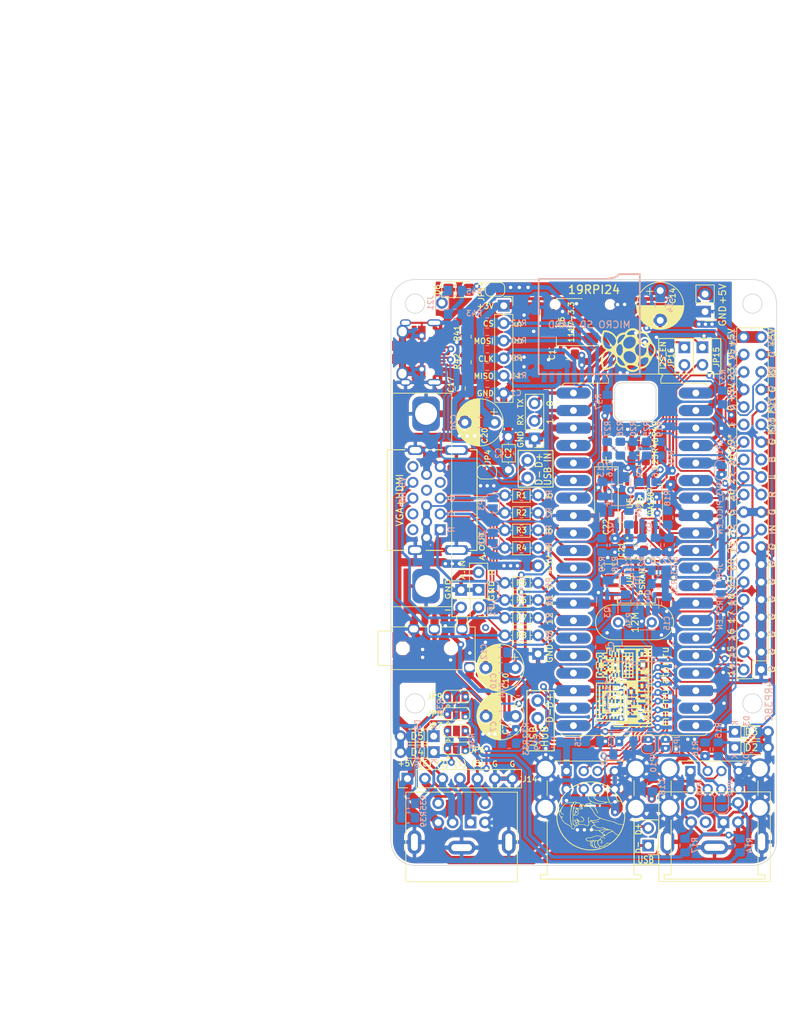
<source format=kicad_pcb>
(kicad_pcb (version 20211014) (generator pcbnew)
  (layers (0 "F.Cu" signal) (31 "B.Cu" signal) (34 "B.Paste" user) (35 "F.Paste" user) (36 "B.SilkS" user "B.Silkscreen") (37 "F.SilkS" user "F.Silkscreen") (38 "B.Mask" user) (39 "F.Mask" user) (44 "Edge.Cuts" user))
  (net 0 "")
  (net 1 "/VGA_VS")
  (net 2 "GND")
  (net 3 "/VGA_HS")
  (net 4 "/VGA_RH")
  (net 5 "/VGA_RL")
  (net 6 "/VGA_GH")
  (net 7 "/VGA_GL")
  (net 8 "/VGA_BH")
  (net 9 "/VGA_BL")
  (net 14 "/+5V")
  (net 21 "/GP_6")
  (net 22 "/GP_7")
  (net 23 "/GP_8")
  (net 24 "/GP_9")
  (net 25 "/GP_10")
  (net 26 "/GP_11")
  (net 27 "/GP_12")
  (net 28 "/GP_13")
  (net 29 "/GP_0")
  (net 30 "/GP_1")
  (net 31 "/GP_2")
  (net 32 "/GP_3")
  (net 33 "/GP_4")
  (net 34 "/GP_5")
  (net 35 "/GP_14")
  (net 36 "/GP_15")
  (net 37 "/GP_16")
  (net 38 "/GP_17")
  (net 39 "/GP_18")
  (net 40 "/GP_19")
  (net 41 "/GP_20")
  (net 42 "/GP_21")
  (net 43 "/GP_22")
  (net 44 "/RUN")
  (net 45 "/GP_26")
  (net 46 "/GP_27")
  (net 47 "/GP_28")
  (net 48 "/GP_29_VREF")
  (net 49 "/+3V3")
  (net 50 "/GP_23_3v3EN")
  (net 51 "/+5V_in")
  (net 55 "/PS{slash}2_DATA_3V")
  (net 56 "/PS{slash}2_CLK_3V")
  (net 57 "/LOAD_IN_D")
  (net 58 "/LEFT_OUT")
  (net 59 "/RIGHT_OUT")
  (net 60 "/BEEP_OUT")
  (net 66 "/PS{slash}2 DATA")
  (net 68 "/PS{slash}2 CLK")
  (net 70 "Net-(U2-Pad2)")
  (net 71 "Net-(U2-Pad3)")
  (net 72 "/DP2")
  (net 73 "/DM2")
  (net 74 "/DP1")
  (net 75 "/DM1")
  (net 76 "/DP4")
  (net 77 "/DM4")
  (net 78 "/DP3")
  (net 79 "/DM3")
  (net 80 "/DM_IN")
  (net 81 "/DP_IN")
  (net 82 "/U_3v3")
  (net 83 "Net-(C4-Pad2)")
  (net 84 "Net-(CN1-Pad18)")
  (net 85 "Net-(C6-Pad2)")
  (net 86 "Net-(C7-Pad1)")
  (net 87 "/R_OUT")
  (net 88 "Net-(C11-Pad1)")
  (net 89 "Net-(C10-Pad1)")
  (net 90 "/L_OUT")
  (net 91 "Net-(C12-Pad1)")
  (net 92 "Net-(C12-Pad2)")
  (net 93 "Net-(D1-Pad2)")
  (net 94 "Net-(J10-PadS)")
  (net 95 "Net-(Q4-Pad1)")
  (net 96 "/PS{slash}2 DATA2")
  (net 97 "/PS{slash}2 CLK2")
  (net 98 "/D-")
  (net 99 "/D+")
  (net 100 "/RST")
  (net 101 "/PS2_1")
  (net 102 "/PS2_2")
  (net 103 "/PS2_5")
  (net 104 "/PS2_6")
  (net 105 "Net-(R41-Pad2)")
  (net 106 "Net-(R42-Pad2)")
  (net 109 "/R_U")
  (net 110 "Net-(D6-Pad2)")
  (net 111 "Net-(J20-Pad2)")
  (net 112 "Net-(J8-Pad6)")
  (net 113 "Net-(J8-Pad7)")
  (net 114 "Net-(J21-Pad1)")
  (net 115 "/+5V_USB")
  (net 118 "/A_R")
  (net 119 "/A_L")
  (net 120 "/FLT")
  (net 121 "/I2S_R")
  (net 122 "/I2S_L")
  (net 123 "/+5VA")
  (net 124 "/+3V3_i")
  (footprint "Capacitor_SMD:C_0805_2012Metric_Pad1.18x1.45mm_HandSolder" (layer "F.Cu") (at 61.468 55.245)
    (fp_text reference "C23")
    (fp_text value "1u")
  )
  (footprint "Connector_USB:USB_A_Wuerth_61400826021_Horizontal_Stacked" (layer "F.Cu") (at 51 100.32)
    (fp_text reference "J9" hide)
    (fp_text value "USB_A_Stacked")
  )
  (footprint "Capacitor_SMD:C_0805_2012Metric_Pad1.18x1.45mm_HandSolder" (layer "F.Cu") (at 61.214 68.326 180)
    (fp_text reference "C21")
    (fp_text value "0.1u")
  )
  (footprint "Connector_PinHeader_2.54mm:PinHeader_2x20_P2.54mm_Vertical" (layer "F.Cu") (at 79.275 85.6 180)
    (fp_text reference "J2" hide)
    (fp_text value "EXT")
  )
  (footprint "Connector_USB:USB_A_Wuerth_61400826021_Horizontal_Stacked" (layer "F.Cu") (at 69 100.32)
    (fp_text reference "J8" hide)
    (fp_text value "USB_A_Stacked")
  )
  (footprint "LIBS:HDMI" (layer "F.Cu") (at 35 61 -90)
    (fp_text reference "CN1" hide)
    (fp_text value locked "HDMI")
  )
  (footprint "Capacitor_SMD:C_0805_2012Metric_Pad1.18x1.45mm_HandSolder" (layer "F.Cu") (at 35.56 44.8056 -90)
    (fp_text reference "C17")
    (fp_text value "100n")
  )
  (footprint "LOGO" (layer "F.Cu") (at 54.5084 106.8324 90)
    (fp_text reference "G***" hide)
    (fp_text value "LOGO" hide)
  )
  (footprint "Package_TO_SOT_SMD:SOT-223-3_TabPin2" (layer "F.Cu") (at 51.435 35.179 180)
    (fp_text reference "U6")
    (fp_text value "LM1117-3.3")
  )
  (footprint "Crystal:Crystal_HC49-4H_Vertical" (layer "F.Cu") (at 63.373 78.74 180)
    (fp_text reference "Y1" hide)
    (fp_text value "12MHz")
  )
  (footprint "LIBS:Connector_Mini-DIN_Female_6Pin" (layer "F.Cu") (at 37.06 107.775)
    (fp_text reference "J13" hide)
    (fp_text value "Mini-DIN-6")
  )
  (footprint "LOGO" (layer "F.Cu") (at 59.3344 88.0364 90)
    (fp_text reference "G***" hide)
    (fp_text value "LOGO" hide)
  )
  (footprint "Connector_Audio:Jack_3.5mm_PJ320D_Horizontal" (layer "F.Cu") (at 32 82.5)
    (fp_text reference "J10" hide)
    (fp_text value "AudioJack4")
  )
  (footprint "Resistor_SMD:R_0805_2012Metric_Pad1.20x1.40mm_HandSolder" (layer "F.Cu") (at 61.468 53.071)
    (fp_text reference "R46")
    (fp_text value "1k")
  )
  (footprint "Connector_PinHeader_2.54mm:PinHeader_1x03_P2.54mm_Vertical" (layer "F.Cu") (at 46.355 52.055 180)
    (fp_text reference "J4" hide)
    (fp_text value "UART")
  )
  (footprint "LIBS:conn_1" (layer "F.Cu") (at 46.863993 70.532185)
    (fp_text reference "J15" hide)
    (fp_text value "Conn_01x01_Female")
  )
  (footprint "Connector_PinHeader_2.54mm:PinHeader_1x01_P2.54mm_Vertical" (layer "F.Cu") (at 46.863 83.312 90)
    (fp_text reference "J7" hide)
    (fp_text value "Conn_01x01")
  )
  (footprint "Capacitor_SMD:C_0805_2012Metric_Pad1.18x1.45mm_HandSolder" (layer "F.Cu") (at 51.181 39.878)
    (fp_text reference "C1`")
    (fp_text value "0.1u")
  )
  (footprint "Connector_PinHeader_2.54mm:PinHeader_1x02_P2.54mm_Vertical" (layer "F.Cu") (at 68.115199 38.851995)
    (fp_text reference "JP16")
    (fp_text value "I2S_L")
  )
  (footprint "Connector_PinHeader_2.54mm:PinHeader_1x02_P2.54mm_Vertical" (layer "F.Cu") (at 70.739 38.832)
    (fp_text reference "JP15")
    (fp_text value "I2S_R")
  )
  (footprint "LIBS:Connector_Mini-DIN_Female_6Pin" (layer "F.Cu") (at 73.8 107.735)
    (fp_text reference "J12" hide)
    (fp_text value "Mini-DIN-6")
  )
  (footprint "LED_SMD:LED_1206_3216Metric_Pad1.42x1.75mm_HandSolder" (layer "F.Cu") (at 35.328 30.48)
    (fp_text reference "D6")
    (fp_text value "LED_Small")
  )
  (footprint "LIBS:conn 2" (layer "F.Cu") (at 45.339 55.24)
    (fp_text reference "J18" hide)
    (fp_text value "Conn_01x02_Female" hide)
  )
  (footprint "Resistor_SMD:R_0805_2012Metric_Pad1.20x1.40mm_HandSolder" (layer "F.Cu") (at 36.4 41 -90)
    (fp_text reference "R42")
    (fp_text value "5.1K")
  )
  (footprint "Connector_PinHeader_2.54mm:PinHeader_1x02_P2.54mm_Vertical" (layer "F.Cu") (at 35.687 74.036)
    (fp_text reference "J20" hide)
    (fp_text value "Conn_01x02")
  )
  (footprint "Capacitor_Tantalum_SMD:CP_EIA-6032-28_Kemet-C" (layer "F.Cu") (at 56.782343 59.933649 -90)
    (fp_text reference "C22")
    (fp_text value "220u")
  )
  (footprint "Connector_PinHeader_2.54mm:PinHeader_1x07_P2.54mm_Vertical" (layer "F.Cu") (at 27.89322 101.414607 90)
    (fp_text reference "J14")
    (fp_text value "Conn_01x07")
  )
  (footprint "Resistor_SMD:R_0805_2012Metric_Pad1.20x1.40mm_HandSolder" (layer "F.Cu") (at 36.4 37.3 90)
    (fp_text reference "R41")
    (fp_text value "5.1K ")
  )
  (footprint "LIBS:USB-TYPE-C-31-M-12_lib2" (layer "F.Cu") (at 25.015 39.6 -90)
    (fp_text reference "USB1")
    (fp_text value "TYPE-C-31-M-12")
  )
  (footprint "Package_SO:SO-8_5.3x6.2mm_P1.27mm" (layer "F.Cu") (at 61.722 61.468 90)
    (fp_text reference "U5")
    (fp_text value "TDA1387T")
  )
  (footprint "LIBS:USB_Micro-B_Amphenol" (layer "F.Cu") (at 28.3 39.6 -90)
    (fp_text reference "J11" hide)
    (fp_text value "USB_B_Micro")
  )
  (footprint "Connector_PinSocket_2.54mm:PinSocket_1x06_P2.54mm_Vertical" (layer "F.Cu") (at 41.883562 32.801695)
    (fp_text reference "J6" hide)
    (fp_text value "Conn_SD")
  )
  (footprint "Jumper:SolderJumper-2_P1.3mm_Bridged_RoundedPad1.0x1.5mm" (layer "F.Cu") (at 39.430682 56.940611)
    (fp_text reference "JP4")
    (fp_text value "Jumper_2_Bridged")
  )
  (footprint "LIBS:conn 2" (layer "F.Cu") (at 46.805921 90.104293)
    (fp_text reference "J17" hide)
    (fp_text value "Conn_01x02_Female" hide)
  )
  (footprint "Connector_Dsub:DSUB-15-HD_Female_Horizontal_P2.29x1.98mm_EdgePinOffset3.03mm_Housed_MountingHolesOffset4.94mm" (layer "F.Cu") (at 32.650331 65.3 -90)
    (fp_text reference "J1" hide)
    (fp_text value "VGA")
  )
  (footprint "LIBS:Raspberry_Pi_Pico_SMT_THT_MOD_3" (layer "F.Cu") (at 52 45.47)
    (fp_text reference "U1" hide)
    (fp_text value "raspberrypi-pico-module")
  )
  (footprint "Package_SO:SO-8_5.3x6.2mm_P1.27mm" (layer "F.Cu") (at 61.123674 72.747817)
    (fp_text reference "U4")
    (fp_text value "PSRAM")
  )
  (footprint "LIBS:SolderJumper-3_P1.3mm_Open_RoundedPad1.0x1.5mm" (layer "F.Cu") (at 35 97)
    (fp_text reference "JP6")
    (fp_text value "SolderJumper_3_Open")
  )
  (footprint "Jumper:SolderJumper-2_P1.3mm_Bridged_RoundedPad1.0x1.5mm" (layer "F.Cu") (at 40.618208 30.429132)
    (fp_text reference "JP14")
    (fp_text value "JMP_POWER")
  )
  (footprint "Connector_PinHeader_2.54mm:PinHeader_1x02_P2.54mm_Vertical" (layer "F.Cu") (at 62.865 111.125 180)
    (fp_text reference "J16" hide)
    (fp_text value "USB")
  )
  (footprint "Connector_PinHeader_2.54mm:PinHeader_1x03_P2.54mm_Vertical" (layer "F.Cu") (at 38.227 76.566 180)
    (fp_text reference "J3" hide)
    (fp_text value "A_OUT")
  )
  (footprint "LIBS:SolderJumper-3_P1.3mm_Open_RoundedPad1.0x1.5mm" (layer "F.Cu") (at 35.014525 94.486489)
    (fp_text reference "JP7")
    (fp_text value "SolderJumper_3_Open")
  )
  (footprint "LIBS:SolderJumper-3_P1.3mm_Open_RoundedPad1.0x1.5mm" (layer "F.Cu") (at 35 92)
    (fp_text reference "JP8")
    (fp_text value "SolderJumper_3_Open")
  )
  (footprint "Connector_PinHeader_2.54mm:PinHeader_1x02_P2.54mm_Vertical" (layer "F.Cu") (at 71.12 33.66 180)
    (fp_text reference "J19" hide)
    (fp_text value "Conn_01x02")
  )
  (footprint "Resistor_SMD:R_0805_2012Metric_Pad1.20x1.40mm_HandSolder" (layer "F.Cu") (at 61.468 50.927)
    (fp_text reference "R40")
    (fp_text value "1k")
  )
  (footprint "LOGO" (layer "F.Cu") (at 59.944 39.243 90)
    (fp_text reference "G***" hide)
    (fp_text value "LOGO" hide)
  )
  (footprint "LIBS:SolderJumper-3_P1.3mm_Open_RoundedPad1.0x1.5mm" (layer "F.Cu") (at 34.999729 89.494011)
    (fp_text reference "JP9")
    (fp_text value "SolderJumper_3_Open")
  )
  (footprint "Resistor_SMD:R_0805_2012Metric_Pad1.20x1.40mm_HandSolder" (layer "B.Cu") (at 58.041723 67.560516 90)
    (fp_text reference "R28")
    (fp_text value "20к")
  )
  (footprint "Capacitor_SMD:C_0805_2012Metric_Pad1.18x1.45mm_HandSolder" (layer "B.Cu") (at 59.69 96.012 180)
    (fp_text reference "C3")
    (fp_text value "10u")
  )
  (footprint "Capacitor_SMD:C_0805_2012Metric_Pad1.18x1.45mm_HandSolder" (layer "B.Cu") (at 39.5125 45.375 180)
    (fp_text reference "C1")
    (fp_text value "0.1u")
  )
  (footprint "LIBS:R_0805_PLUS" (layer "B.Cu") (at 44.45 67.9255)
    (fp_text reference "R4")
    (fp_text value "270R")
  )
  (footprint "Resistor_SMD:R_0805_2012Metric_Pad1.20x1.40mm_HandSolder" (layer "B.Cu") (at 64.579971 53.534598 90)
    (fp_text reference "R19")
    (fp_text value "10k")
  )
  (footprint "Capacitor_SMD:C_0805_2012Metric_Pad1.18x1.45mm_HandSolder" (layer "B.Cu") (at 61.600156 59.436 -90)
    (fp_text reference "C9")
    (fp_text value "10u")
  )
  (footprint "Resistor_SMD:R_0805_2012Metric_Pad1.20x1.40mm_HandSolder" (layer "B.Cu") (at 28 105 180)
    (fp_text reference "R35")
    (fp_text value "10k")
  )
  (footprint "Resistor_SMD:R_0805_2012Metric_Pad1.20x1.40mm_HandSolder" (layer "B.Cu") (at 64.348989 71.220002)
    (fp_text reference "R30")
    (fp_text value "10k")
  )
  (footprint "Resistor_SMD:R_0805_2012Metric_Pad1.20x1.40mm_HandSolder" (layer "B.Cu") (at 60.741871 53.544465 90)
    (fp_text reference "R20")
    (fp_text value "47k")
  )
  (footprint "LIBS:c_comb_pol" (layer "B.Cu") (at 38.424168 49.740148 180)
    (fp_text reference "C20")
    (fp_text value "100u")
  )
  (footprint "Capacitor_SMD:C_0805_2012Metric_Pad1.18x1.45mm_HandSolder" (layer "B.Cu") (at 49.022 96.139)
    (fp_text reference "C19")
    (fp_text value "10u")
  )
  (footprint "Resistor_SMD:R_0805_2012Metric_Pad1.20x1.40mm_HandSolder" (layer "B.Cu") (at 62.655988 53.544465 90)
    (fp_text reference "R25")
    (fp_text value "10k")
  )
  (footprint "Resistor_SMD:R_0805_2012Metric_Pad1.20x1.40mm_HandSolder" (layer "B.Cu") (at 42.661123 94.328945 180)
    (fp_text reference "R32")
    (fp_text value "200")
  )
  (footprint "Resistor_SMD:R_0805_2012Metric_Pad1.20x1.40mm_HandSolder" (layer "B.Cu") (at 56.141234 67.564 90)
    (fp_text reference "R29")
    (fp_text value "200")
  )
  (footprint "LIBS:R_0805_PLUS" (layer "B.Cu") (at 44.45 62.8455)
    (fp_text reference "R2")
    (fp_text value "270R")
  )
  (footprint "Connector_Pin:Pin_D0.7mm_L6.5mm_W1.8mm_FlatFork" (layer "B.Cu") (at 32.893 32.385 180)
    (fp_text reference "J21")
    (fp_text value "Conn_01x01_Female")
  )
  (footprint "Jumper:SolderJumper-2_P1.3mm_Open_RoundedPad1.0x1.5mm" (layer "B.Cu") (at 73.513158 105.029556 -90)
    (fp_text reference "JP12")
    (fp_text value "J")
  )
  (footprint "Resistor_SMD:R_0805_2012Metric_Pad1.20x1.40mm_HandSolder" (layer "B.Cu") (at 66.0908 57.7342 90)
    (fp_text reference "R21")
    (fp_text value "10k")
  )
  (footprint "Jumper:SolderJumper-2_P1.3mm_Open_RoundedPad1.0x1.5mm" (layer "B.Cu") (at 71.501 105.029 -90)
    (fp_text reference "JP13")
    (fp_text value "J")
  )
  (footprint "Resistor_SMD:R_0805_2012Metric_Pad1.20x1.40mm_HandSolder" (layer "B.Cu") (at 56.896 46.736 -90)
    (fp_text reference "R47")
    (fp_text value "10")
  )
  (footprint "LIBS:c_comb_pol" (layer "B.Cu") (at 41.43337 85.337426 180)
    (fp_text reference "C10")
    (fp_text value "10u")
  )
  (footprint "Resistor_SMD:R_0805_2012Metric_Pad1.20x1.40mm_HandSolder" (layer "B.Cu") (at 34.782 30.607 180)
    (fp_text reference "R45")
    (fp_text value "300")
  )
  (footprint "Jumper:SolderJumper-2_P1.3mm_Open_RoundedPad1.0x1.5mm" (layer "B.Cu") (at 40.2 74.2 90)
    (fp_text reference "JP1")
    (fp_text value "R_J")
  )
  (footprint "Package_SO:SSOP-28_3.9x9.9mm_P0.635mm" (layer "B.Cu") (at 58.42 89.535 180)
    (fp_text reference "U2" hide)
    (fp_text value "FE1.1s")
  )
  (footprint "LIBS:GCT-MEM2055-00-190-01-A" (layer "B.Cu") (at 54.296954 43.922081 180)
    (fp_text reference "J5" hide)
    (fp_text value "Micro_SD_Card")
  )
  (footprint "LIBS:c_comb_pol" (layer "B.Cu") (at 64.609274 32.750315 -90)
    (fp_text reference "C14")
    (fp_text value "100u")
  )
  (footprint "Package_TO_SOT_SMD:SOT-23" (layer "B.Cu") (at 62.992 63.5 90)
    (fp_text reference "Q1")
    (fp_text value "BC850")
  )
  (footprint "Package_TO_SOT_SMD:SOT-23" (layer "B.Cu") (at 62.828746 76.064888 -90)
    (fp_text reference "Q4")
    (fp_text value "BC850")
  )
  (footprint "Capacitor_SMD:C_0805_2012Metric_Pad1.18x1.45mm_HandSolder" (layer "B.Cu") (at 63.9488 67.527364 -90)
    (fp_text reference "C8")
    (fp_text value "1n")
  )
  (footprint "Resistor_SMD:R_0805_2012Metric_Pad1.20x1.40mm_HandSolder" (layer "B.Cu") (at 43.958 88.646)
    (fp_text reference "R44")
    (fp_text value "10k")
  )
  (footprint "Resistor_SMD:R_0805_2012Metric_Pad1.20x1.40mm_HandSolder" (layer "B.Cu") (at 60.05918 63.555978 -90)
    (fp_text reference "R24")
    (fp_text value "10k")
  )
  (footprint "Capacitor_SMD:C_0805_2012Metric_Pad1.18x1.45mm_HandSolder" (layer "B.Cu") (at 55.968362 82.279319 -90)
    (fp_text reference "C4")
    (fp_text value "10u")
  )
  (footprint "Jumper:SolderJumper-2_P1.3mm_Open_RoundedPad1.0x1.5mm" (layer "B.Cu") (at 73.406 73.914 -90)
    (fp_text reference "JP5")
    (fp_text value "R_J")
  )
  (footprint "Package_TO_SOT_SMD:SOT-23" (layer "B.Cu") (at 56.915109 75.735494 90)
    (fp_text reference "Q3")
    (fp_text value "BC850")
  )
  (footprint "Resistor_SMD:R_0805_2012Metric_Pad1.20x1.40mm_HandSolder" (layer "B.Cu") (at 58.801 97.917)
    (fp_text reference "R13")
    (fp_text value "2k7 1%")
  )
  (footprint "Resistor_SMD:R_0805_2012Metric_Pad1.20x1.40mm_HandSolder" (layer "B.Cu") (at 68.215 111.125 -90)
    (fp_text reference "R17")
    (fp_text value "10k")
  )
  (footprint "Resistor_SMD:R_0805_2012Metric_Pad1.20x1.40mm_HandSolder" (layer "B.Cu") (at 56.898598 53.541109 90)
    (fp_text reference "R27")
    (fp_text value "10k")
  )
  (footprint "Resistor_SMD:R_0805_2012Metric_Pad1.20x1.40mm_HandSolder" (layer "B.Cu") (at 28 107.1)
    (fp_text reference "R39")
    (fp_text value "10k")
  )
  (footprint "LIBS:D_0805_PLUS" (layer "B.Cu") (at 77.851 96.901)
    (fp_text reference "D2")
    (fp_text value "3v3")
  )
  (footprint "Capacitor_SMD:C_0805_2012Metric_Pad1.18x1.45mm_HandSolder" (layer "B.Cu") (at 56.207869 59.436 -90)
    (fp_text reference "C13")
    (fp_text value "10u")
  )
  (footprint "Capacitor_SMD:C_0805_2012Metric_Pad1.18x1.45mm_HandSolder" (layer "B.Cu") (at 54.864 95.984343 180)
    (fp_text reference "C5")
    (fp_text value "10u")
  )
  (footprint "Capacitor_SMD:C_0805_2012Metric_Pad1.18x1.45mm_HandSolder" (layer "B.Cu") (at 64.075555 59.436 -90)
    (fp_text reference "C6")
    (fp_text value "10u")
  )
  (footprint "LIBS:R_0805_PLUS" (layer "B.Cu") (at 44.45 60.3055)
    (fp_text reference "R1")
    (fp_text value "270R")
  )
  (footprint "Resistor_SMD:R_0805_2012Metric_Pad1.20x1.40mm_HandSolder" (layer "B.Cu") (at 39.503752 37.845 180)
    (fp_text reference "R10")
    (fp_text value "10k")
  )
  (footprint "Resistor_SMD:R_0805_2012Metric_Pad1.20x1.40mm_HandSolder" (layer "B.Cu") (at 39.503752 40.385 180)
    (fp_text reference "R9")
    (fp_text value "10k")
  )
  (footprint "Jumper:SolderJumper-2_P1.3mm_Open_RoundedPad1.0x1.5mm" (layer "B.Cu") (at 62.871046 96.374159 90)
    (fp_text reference "JP10")
    (fp_text value "J")
  )
  (footprint "LIBS:R_0805_PLUS" (layer "B.Cu") (at 44.45 73.0055)
    (fp_text reference "R5")
    (fp_text value "270R")
  )
  (footprint "Resistor_SMD:R_0805_2012Metric_Pad1.20x1.40mm_HandSolder" (layer "B.Cu") (at 39.503752 42.925 180)
    (fp_text reference "R11")
    (fp_text value "10k")
  )
  (footprint "Capacitor_SMD:C_0805_2012Metric_Pad1.18x1.45mm_HandSolder" (layer "B.Cu") (at 63.49 102.235 -90)
    (fp_text reference "C18")
    (fp_text value "10u")
  )
  (footprint "LIBS:c_comb_pol" (layer "B.Cu") (at 41.463209 92.374968 180)
    (fp_text reference "C7")
    (fp_text value "10u")
  )
  (footprint "Resistor_SMD:R_0805_2012Metric_Pad1.20x1.40mm_HandSolder" (layer "B.Cu") (at 64.334781 73.138065)
    (fp_text reference "R31")
    (fp_text value "1k")
  )
  (footprint "Capacitor_SMD:C_0805_2012Metric_Pad1.18x1.45mm_HandSolder" (layer "B.Cu") (at 41.356077 83.107724)
    (fp_text reference "C12")
    (fp_text value "100n")
  )
  (footprint "LIBS:R_0805_PLUS" (layer "B.Cu") (at 44.45 80.6255)
    (fp_text reference "R8")
    (fp_text value "270R")
  )
  (footprint "LIBS:R_0805_PLUS" (layer "B.Cu") (at 42.545 54.202064 90)
    (fp_text reference "C2")
    (fp_text value "0.1u")
  )
  (footprint "Resistor_SMD:R_0805_2012Metric_Pad1.20x1.40mm_HandSolder" (layer "B.Cu") (at 58.811 53.541109 90)
    (fp_text reference "R26")
    (fp_text value "47k")
  )
  (footprint "Resistor_SMD:R_0805_2012Metric_Pad1.20x1.40mm_HandSolder" (layer "B.Cu") (at 34.782 34.036)
    (fp_text reference "R43")
    (fp_text value "300")
  )
  (footprint "Jumper:SolderJumper-2_P1.3mm_Open_RoundedPad1.0x1.5mm" (layer "B.Cu") (at 73.533 56.642 -90)
    (fp_text reference "JP17")
    (fp_text value "R_J")
  )
  (footprint "LIBS:R_0805_PLUS" (layer "B.Cu") (at 44.45 65.3855)
    (fp_text reference "R3")
    (fp_text value "270R")
  )
  (footprint "Resistor_SMD:R_0805_2012Metric_Pad1.20x1.40mm_HandSolder" (layer "B.Cu") (at 71.12 97.155 90)
    (fp_text reference "R16")
    (fp_text value "68R")
  )
  (footprint "Jumper:SolderJumper-2_P1.3mm_Open_RoundedPad1.0x1.5mm" (layer "B.Cu") (at 40.259 61.468 90)
    (fp_text reference "JP3")
    (fp_text value "B_J")
  )
  (footprint "Resistor_SMD:R_0805_2012Metric_Pad1.20x1.40mm_HandSolder" (layer "B.Cu") (at 76.2 111.125 90)
    (fp_text reference "R14")
    (fp_text value "10k")
  )
  (footprint "LIBS:R_0805_PLUS" (layer "B.Cu") (at 44.45 78.0855)
    (fp_text reference "R7")
    (fp_text value "270R")
  )
  (footprint "Resistor_SMD:R_0805_2012Metric_Pad1.20x1.40mm_HandSolder" (layer "B.Cu") (at 59.59577 75.689984 -90)
    (fp_text reference "R34")
    (fp_text value "10k")
  )
  (footprint "Resistor_SMD:R_0805_2012Metric_Pad1.20x1.40mm_HandSolder" (layer "B.Cu") (at 35 96)
    (fp_text reference "R36")
    (fp_text value "68R")
  )
  (footprint "LIBS:D_0805_PLUS" (layer "B.Cu") (at 77.851 94.615)
    (fp_text reference "D3")
    (fp_text value "3v3")
  )
  (footprint "Jumper:SolderJumper-2_P1.3mm_Open_RoundedPad1.0x1.5mm" (layer "B.Cu") (at 40.259 66.500004 90)
    (fp_text reference "JP2")
    (fp_text value "G_J")
  )
  (footprint "Resistor_SMD:R_0805_2012Metric_Pad1.20x1.40mm_HandSolder" (layer "B.Cu") (at 65.701947 63.553347 -90)
    (fp_text reference "R18")
    (fp_text value "10k")
  )
  (footprint "Resistor_SMD:R_0805_2012Metric_Pad1.20x1.40mm_HandSolder" (layer "B.Cu") (at 35 91)
    (fp_text reference "R38")
    (fp_text value "68R")
  )
  (footprint "LIBS:D_0805_PLUS" (layer "B.Cu") (at 29.3 95.25 180)
    (fp_text reference "D5")
    (fp_text value "3v3")
  )
  (footprint "Capacitor_SMD:C_0805_2012Metric_Pad1.18x1.45mm_HandSolder" (layer "B.Cu") (at 65.549418 76.101186 90)
    (fp_text reference "C15")
    (fp_text value "10u")
  )
  (footprint "Crystal:Crystal_SMD_0603-4Pin_6.0x3.5mm" (layer "B.Cu") (at 62.752193 81.782932 180)
    (fp_text reference "Y2" hide)
    (fp_text value "12MHz")
  )
  (footprint "LIBS:R_0805_PLUS" (layer "B.Cu") (at 44.45 75.5055)
    (fp_text reference "R6")
    (fp_text value "270R")
  )
  (footprint "Resistor_SMD:R_0805_2012Metric_Pad1.20x1.40mm_HandSolder" (layer "B.Cu") (at 61.965275 67.535584 90)
    (fp_text reference "R23")
    (fp_text value "200")
  )
  (footprint "Diode_SMD:D_SOD-123" (layer "B.Cu") (at 58.42 72.658621 180)
    (fp_text reference "D1")
    (fp_text value "1N4148W")
  )
  (footprint "Resistor_SMD:R_0805_2012Metric_Pad1.20x1.40mm_HandSolder" (layer "B.Cu") (at 65.926063 67.515524 90)
    (fp_text reference "R22")
    (fp_text value "20к")
  )
  (footprint "LIBS:D_0805_PLUS" (layer "B.Cu") (at 29.306854 97.573448 180)
    (fp_text reference "D4")
    (fp_text value "3v3")
  )
  (footprint "Package_SO:SO-16_5.3x10.2mm_P1.27mm" (layer "B.Cu") (at 61.87 89.535 180)
    (fp_text reference "U3" hide)
    (fp_text value "MW7211A")
  )
  (footprint "Resistor_SMD:R_0805_2012Metric_Pad1.20x1.40mm_HandSolder" (layer "B.Cu") (at 39.503752 35.305 180)
    (fp_text reference "R12")
    (fp_text value "10k")
  )
  (footprint "Package_TO_SOT_SMD:SOT-23" (layer "B.Cu") (at 57.358336 63.5 90)
    (fp_text reference "Q2")
    (fp_text value "BC850")
  )
  (footprint "Resistor_SMD:R_0805_2012Metric_Pad1.20x1.40mm_HandSolder" (layer "B.Cu") (at 73.025 97.155 90)
    (fp_text reference "R15")
    (fp_text value "68R")
  )
  (footprint "Capacitor_Tantalum_SMD:CP_EIA-3528-21_Kemet-B_Pad1.50x2.35mm_HandSolder" (layer "B.Cu") (at 58.959241 59.30516 90)
    (fp_text reference "C16")
    (fp_text value "10u")
  )
  (footprint "Capacitor_SMD:C_0805_2012Metric_Pad1.18x1.45mm_HandSolder" (layer "B.Cu") (at 60.004588 67.535584 -90)
    (fp_text reference "C11")
    (fp_text value "1n")
  )
  (footprint "Jumper:SolderJumper-2_P1.3mm_Open_RoundedPad1.0x1.5mm" (layer "B.Cu") (at 65.374646 96.374159 90)
    (fp_text reference "JP11")
    (fp_text value "J")
  )
  (footprint "Resistor_SMD:R_0805_2012Metric_Pad1.20x1.40mm_HandSolder" (layer "B.Cu") (at 73.66 46.101 -90)
    (fp_text reference "R37")
    (fp_text value "1k")
  )
  (footprint "Resistor_SMD:R_0805_2012Metric_Pad1.20x1.40mm_HandSolder" (layer "B.Cu") (at 42.665961 96.281587)
    (fp_text reference "R33")
    (fp_text value "10k")
  )
  (gr_line (start 58.719102 71.714682) (end 58.72 73.658621) (layer "B.SilkS") (width 0.15))
  (gr_line (start 34.899857 29.583513) (end 34.898 31.343518) (layer "F.SilkS") (width 0.15))
  (gr_rect (start 43.974873 53.80207) (end 49.036854 59.116688) (layer "F.SilkS") (width 0.15) (fill none))
  (gr_rect (start 64.389 37.562) (end 73.406 42.702) (layer "F.SilkS") (width 0.15) (fill none))
  (gr_rect (start 45.245802 88.66135) (end 49.214599 97.376561) (layer "F.SilkS") (width 0.15) (fill none))
  (gr_rect (start 60.81 107.4) (end 64.384757 113.858443) (layer "F.SilkS") (width 0.15) (fill none))
  (gr_arc (start 25.5 32.5) (mid 26.525126 30.025126) (end 29 29) (layer "Edge.Cuts") (width 0.1))
  (gr_arc (start 58 45) (mid 58.292893 44.292893) (end 59 44) (layer "Edge.Cuts") (width 0.1))
  (gr_line (start 25.5 110.5) (end 25.5 32.5) (layer "Edge.Cuts") (width 0.1))
  (gr_circle (center 29 90.5) (end 30.4 90.5) (layer "Edge.Cuts") (width 0.1) (fill none))
  (gr_arc (start 29 114) (mid 26.525126 112.974874) (end 25.5 110.5) (layer "Edge.Cuts") (width 0.1))
  (gr_arc (start 63 44) (mid 63.707107 44.292893) (end 64 45) (layer "Edge.Cuts") (width 0.1))
  (gr_arc (start 78 29) (mid 80.474874 30.025126) (end 81.5 32.5) (layer "Edge.Cuts") (width 0.1))
  (gr_circle (center 29 32.5) (end 30.4 32.5) (layer "Edge.Cuts") (width 0.1) (fill none))
  (gr_arc (start 59 49.5) (mid 58.292893 49.207107) (end 58 48.5) (layer "Edge.Cuts") (width 0.1))
  (gr_line (start 64 48.5) (end 64 45) (layer "Edge.Cuts") (width 0.1))
  (gr_arc (start 81.5 110.5) (mid 80.474874 112.974874) (end 78 114) (layer "Edge.Cuts") (width 0.1))
  (gr_line (start 59 49.5) (end 63 49.5) (layer "Edge.Cuts") (width 0.1))
  (gr_line (start 58 45) (end 58 48.5) (layer "Edge.Cuts") (width 0.1))
  (gr_line (start 63 44) (end 59 44) (layer "Edge.Cuts") (width 0.1))
  (gr_arc (start 64 48.5) (mid 63.707107 49.207107) (end 63 49.5) (layer "Edge.Cuts") (width 0.1))
  (gr_line (start 78 114) (end 29 114) (layer "Edge.Cuts") (width 0.1))
  (gr_line (start 29 29) (end 78 29) (layer "Edge.Cuts") (width 0.1))
  (gr_circle (center 78.000001 32.499999) (end 79.400001 32.499999) (layer "Edge.Cuts") (width 0.1) (fill none))
  (gr_circle (center 78 90.5) (end 79.4 90.5) (layer "Edge.Cuts") (width 0.1) (fill none))
  (gr_line (start 81.5 32.5) (end 81.5 110.5) (layer "Edge.Cuts") (width 0.1))
  (gr_text "." (at 66.845268 83.49482) (layer "B.SilkS") (effects (font (size 4 4)) (justify mirror)))
  (gr_text "G" (at 80.772 70.231 90) (layer "B.SilkS") (effects (font (size 0.9 1)) (justify mirror)))
  (gr_text "15" (at 75.311 83.058 -270) (layer "B.SilkS") (effects (font (size 0.9 1)) (justify mirror)))
  (gr_text "27" (at 75.311 57.658 -270) (layer "B.SilkS") (effects (font (size 0.9 1)) (justify mirror)))
  (gr_text "MW7211A" (at 62.865 89.535 90) (layer "B.SilkS") (effects (font (size 0.8 1) (thickness 0.125)) (justify mirror)))
  (gr_text "18" (at 75.311 75.438 -270) (layer "B.SilkS") (effects (font (size 0.9 1)) (justify mirror)))
  (gr_text "14" (at 75.311 85.598 -270) (layer "B.SilkS") (effects (font (size 0.9 1)) (justify mirror)))
  (gr_text "FE1.1s" (at 56.896 89.535 90) (layer "B.SilkS") (effects (font (size 0.5 1) (thickness 0.125)) (justify mirror)))
  (gr_text "K" (at 75.471307 98.188376 90) (layer "B.SilkS") (effects (font (size 0.8 0.8)) (justify mirror)))
  (gr_text "29*" (at 75.311 52.832 -270) (layer "B.SilkS") (effects (font (size 0.9 1)) (justify mirror)))
  (gr_text "23*" (at 75.311 42.418 -270) (layer "B.SilkS") (effects (font (size 0.9 1)) (justify mirror)))
  (gr_text "K" (at 31.776442 98.872468 90) (layer "B.SilkS") (effects (font (size 0.8 0.8)) (justify mirror)))
  (gr_text "C20" (at 34.607064 49.708521 90) (layer "B.SilkS") (effects (font (size 0.8 0.8)) (justify mirror)))
  (gr_text "G" (at 75.311 62.738 -270) (layer "B.SilkS") (effects (font (size 0.9 1)) (justify mirror)))
  (gr_text "PS2_D" (at 80.772 50.165 90) (layer "B.SilkS") (effects (font (size 0.9 0.5) (thickness 0.125)) (justify mirror)))
  (gr_text "L" (at 80.772 57.658 90) (layer "B.SilkS") (effects (font (size 0.9 1)) (justify mirror)))
  (gr_text "R" (at 80.772 60.198 90) (layer "B.SilkS") (effects (font (size 0.9 1)) (justify mirror)))
  (gr_text "1" (at 75.311 50.038 -270) (layer "B.SilkS") (effects (font (size 0.9 1)) (justify mirror)))
  (gr_text "K" (at 75.501138 93.345 90) (layer "B.SilkS") (effects (font (size 0.8 0.8)) (justify mirror)))
  (gr_text "HS" (at 27.178 60.706 90) (layer "B.SilkS") (effects (font (size 0.9 0.9)) (justify mirror)))
  (gr_text "G" (at 80.772 44.831 -270) (layer "B.SilkS") (effects (font (size 0.9 1)) (justify mirror)))
  (gr_text "16" (at 75.311 80.518 -270) (layer "B.SilkS") (effects (font (size 0.9 1)) (justify mirror)))
  (gr_text "+3V" (at 75.311 44.958 -270) (layer "B.SilkS") (effects (font (size 0.9 0.9)) (justify mirror)))
  (gr_text "G" (at 80.772 82.931 90) (layer "B.SilkS") (effects (font (size 0.9 1)) (justify mirror)))
  (gr_text "B" (at 80.772 55.118 90) (layer "B.SilkS") (effects (font (size 0.9 1)) (justify mirror)))
  (gr_text "G" (at 80.772 80.391 90) (layer "B.SilkS") (effects (font (size 0.9 1)) (justify mirror)))
  (gr_text "3V3_PICO_EN" (at 73.279 62.103 90) (layer "B.SilkS") (effects (font (size 0.8 0.8)) (justify mirror)))
  (gr_text "+5V" (at 75.311 37.338 -270) (layer "B.SilkS") (effects (font (size 0.9 0.9)) (justify mirror)))
  (gr_text "K" (at 31.806273 93.98 90) (layer "B.SilkS") (effects (font (size 0.8 0.8)) (justify mirror)))
  (gr_text "B" (at 34.29 60.706 90) (layer "B.SilkS") (effects (font (size 0.9 0.9)) (justify mirror)))
  (gr_text "VS" (at 27.178 58.42 90) (layer "B.SilkS") (effects (font (size 0.9 0.9)) (justify mirror)))
  (gr_text "VS" (at 75.311 39.878 -270) (layer "B.SilkS") (effects (font (size 0.9 0.9)) (justify mirror)))
  (gr_text "IN" (at 80.772 65.278 90) (layer "B.SilkS") (effects (font (size 0.9 1)) (justify mirror)))
  (gr_text "28" (at 75.311 55.118 -270) (layer "B.SilkS") (effects (font (size 0.9 1)) (justify mirror)))
  (gr_text "22" (at 75.311 65.278 90) (layer "B.SilkS") (effects (font (size 0.9 1)) (justify mirror)))
  (gr_text "+" (at 56.896 61.468) (layer "B.SilkS") (effects (font (size 1 1)) (justify mirror)))
  (gr_text "+5V" (at 80.772 37.338 -270) (layer "B.SilkS") (effects (font (size 0.9 0.9)) (justify mirror)))
  (gr_text "G" (at 80.772 85.471 90) (layer "B.SilkS") (effects (font (size 0.9 1)) (justify mirror)))
  (gr_text "G" (at 80.772 52.451 90) (layer "B.SilkS") (effects (font (size 0.9 1)) (justify mirror)))
  (gr_text "21" (at 75.311 67.818 90) (layer "B.SilkS") (effects (font (size 0.9 1)) (justify mirror)))
  (gr_text "." (at 62.23 83.82) (layer "B.SilkS") (effects (font (size 4 4)) (justify mirror)))
  (gr_text "19" (at 75.311 72.898 -270) (layer "B.SilkS") (effects (font (size 0.9 1)) (justify mirror)))
  (gr_text "RST" (at 80.772 42.418 -270) (layer "B.SilkS") (effects (font (size 0.9 0.6)) (justify mirror)))
  (gr_text "PS2_C" (at 80.772 47.371 90) (layer "B.SilkS") (effects (font (size 0.9 0.5) (thickness 0.125)) (justify mirror)))
  (gr_text "G" (at 80.772 75.311 90) (layer "B.SilkS") (effects (font (size 0.9 1)) (justify mirror)))
  (gr_text "G" (at 80.772 72.771 90) (layer "B.SilkS") (effects (font (size 0.9 1)) (justify mirror)))
  (gr_text "26" (at 75.311 60.198 -270) (layer "B.SilkS") (effects (font (size 0.9 1)) (justify mirror)))
  (gr_text "4RP3BC" (at 80.391 90.17 90) (layer "B.SilkS") (effects (font (size 1 1)) (justify mirror)))
  (gr_text "G" (at 34.29 62.992 90) (layer "B.SilkS") (effects (font (size 0.9 0.9)) (justify mirror)))
  (gr_text "G" (at 80.772 77.851 90) (layer "B.SilkS") (effects (font (size 0.9 1)) (justify mirror)))
  (gr_text "G" (at 80.772 67.691 90) (layer "B.SilkS") (effects (font (size 0.9 1)) (justify mirror)))
  (gr_text "MICRO SD CARD" (at 54.296954 35.56) (layer "B.SilkS") (effects (font (size 1 1)) (justify mirror)))
  (gr_text "R" (at 34.29 65.278 90) (layer "B.SilkS") (effects (font (size 0.9 0.9)) (justify mirror)))
  (gr_text "17" (at 75.311 77.978 -270) (layer "B.SilkS") (effects (font (size 0.9 1)) (justify mirror)))
  (gr_text "0" (at 75.311 47.498 -270) (layer "B.SilkS") (effects (font (size 0.9 1)) (justify mirror)))
  (gr_text "G" (at 80.772 62.738 90) (layer "B.SilkS") (effects (font (size 0.9 1)) (justify mirror)))
  (gr_text "RST_EN" (at 73.279 77.6732 90) (layer "B.SilkS") (effects (font (size 0.8 0.8)) (justify mirror)))
  (gr_text "G" (at 80.772 39.878 -270) (layer "B.SilkS") (effects (font (size 0.9 1)) (justify mirror)))
  (gr_text "20" (at 75.311 70.358 -270) (layer "B.SilkS") (effects (font (size 0.9 1)) (justify mirror)))
  (gr_text "0" (at 48.6156 46.99 90) (layer "F.SilkS") (effects (font (size 0.9 1))))
  (gr_text "D2" (at 77.851 96.901) (layer "F.SilkS") (effects (font (size 1 1))))
  (gr_text "D" (at 61.468 109.22 90) (layer "F.SilkS") (effects (font (size 0.8 0.8))))
  (gr_text "19" (at 74.93 72.898 90) (layer "F.SilkS") (effects (font (size 0.9 1))))
  (gr_text "R" (at 40.132 71.492211 90) (layer "F.SilkS") (effects (font (size 0.7 1))))
  (gr_text "D-" (at 46.99 57.785 90) (layer "F.SilkS") (effects (font (size 1 1))))
  (gr_text "8" (at 48.531582 65.506599 90) (layer "F.SilkS") (effects (font (size 0.9 1))))
  (gr_text "G" (at 80.899 77.978 90) (layer "F.SilkS") (effects (font (size 0.9 1))))
  (gr_text "12M" (at 60.96 78.74 90) (layer "F.SilkS") (effects (font (size 1 1))))
  (gr_text "1" (at 74.93 50.165 90) (layer "F.SilkS") (effects (font (size 0.9 1))))
  (gr_text "GND" (at 44.323 52.197 90) (layer "F.SilkS") (effects (font (size 0.8 0.8))))
  (gr_text "PS2_C" (at 80.899 47.244 90) (layer "F.SilkS") (effects (font (size 0.9 0.5) (thickness 0.125))))
  (gr_text "+5V" (at 48.531582 70.408799 90) (layer "F.SilkS") (effects (font (size 0.9 0.9))))
  (gr_text "D3" (at 77.851 94.615) (layer "F.SilkS") (effects (font (size 1 1))))
  (gr_text "29*" (at 74.93 52.705 90) (layer "F.SilkS") (effects (font (size 0.9 1))))
  (gr_text "G" (at 43.136192 99.296163) (layer "F.SilkS") (effects (font (size 0.8 0.8))))
  (gr_text "TX" (at 44.323 46.979077 90) (layer "F.SilkS") (effects (font (size 0.8 0.8))))
  (gr_text "27" (at 74.93 57.785 90) (layer "F.SilkS") (effects (font (size 0.9 1))))
  (gr_text "18" (at 74.93 75.438 90) (layer "F.SilkS") (effects (font (size 0.9 1))))
  (gr_text "6" (at 48.531582 60.324999 90) (layer "F.SilkS") (effects (font (size 0.9 1))))
  (gr_text "murmulator.ru" (at 65.278 88.0872 90) (layer "F.SilkS") (effects (font (size 1.1 1.1))))
  (gr_text "11" (at 48.531582 75.564999 90) (layer "F.SilkS") (effects (font (size 0.9 1))))
  (gr_text "G" (at 80.899 80.518 90) (layer "F.SilkS") (effects (font (size 0.9 1))))
  (gr_text "+" (at 56.736018 55.120874) (layer "F.SilkS") (effects (font (size 1.2 1.2))))
  (gr_text "I2S" (at 61.722 61.468 90) (layer "F.SilkS") (effects (font (size 0.8 0.8))))
  (gr_text "(6)" (at 30.502805 99.216753) (layer "F.SilkS") (effects (font (size 0.8 0.8))))
  (gr_text "+5V" (at 73.66 31.115 90) (layer "F.SilkS") (effects (font (size 1 1))))
  (gr_text "26" (at 74.93 60.325 90) (layer "F.SilkS") (effects (font (size 0.9 1))))
  (gr_text "D+" (at 48.556011 90.095894 90) (layer "F.SilkS") (effects (font (size 1 1))))
  (gr_text "G" (at 80.899 39.878 90) (layer "F.SilkS") (effects (font (size 0.9 1))))
  (gr_text "+5V" (at 27.726982 99.226244) (layer "F.SilkS") (effects (font (size 0.8 0.8))))
  (gr_text "+5V" (at 74.93 37.465 90) (layer "F.SilkS") (effects (font (size 0.9 0.9))))
  (gr_text "PS2_D" (at 80.899 50.292 90) (layer "F.SilkS") (effects (font (size 0.9 0.5) (thickness 0.125))))
  (gr_text "G" (at 80.899 70.358 90) (layer "F.SilkS") (effects (font (size 0.9 1))))
  (gr_text "2" (at 44.0436 40.4368 90) (layer "F.SilkS") (effects (font (size 0.9 1))))
  (gr_text "RST" (at 80.899 42.418 90) (layer "F.SilkS") (effects (font (size 0.9 0.6))))
  (gr_text "GND" (at 40.132 74.14133 90) (layer "F.SilkS") (effects (font (size 0.7 1))))
  (gr_text "D5" (at 29.3 95.25) (layer "F.SilkS") (effects (font (size 1 1))))
  (gr_text "10" (at 48.531582 73.075799 90) (layer "F.SilkS") (effects (font (size 0.9 1))))
  (gr_text "USB" (at 62.507875 113.18724) (layer "F.SilkS") (effects (font (size 1 0.8))))
  (gr_text "20" (at 74.93 70.358 90) (layer "F.SilkS") (effects (font (size 0.9 1))))
  (gr_text "+5V" (at 80.899 37.465 90) (layer "F.SilkS") (effects (font (size 0.9 0.9))))
  (gr_text "B" (at 80.899 55.118 90) (layer "F.SilkS") (effects (font (size 0.9 1))))
  (gr_text "G" (at 80.899 52.578 90) (layer "F.SilkS") (effects (font (size 0.9 1))))
  (gr_text "C7" (at 42.164 94.257497 90) (layer "F.SilkS") (effects (font (size 0.8 0.8))))
  (gr_text "G" (at 80.899 72.898 90) (layer "F.SilkS") (effects (font (size 0.9 1))))
  (gr_text "-" (at 61.341 110.998 90) (layer "F.SilkS") (effects (font (size 1 0.8))))
  (gr_text "." (at 56.134 69.596) (layer "F.SilkS") (effects (font (size 3 3))))
  (gr_text "G" (at 80.899 67.818 90) (layer "F.SilkS") (effects (font (size 0.9 1))))
  (gr_text "15" (at 74.93 83.058 90) (layer "F.SilkS") (effects (font (size 0.9 1))))
  (gr_text "+" (at 61.341 108.331 90) (layer "F.SilkS") (effects (font (size 1 0.8))))
  (gr_text "1117-3.3" (at 51.689 35.179 90) (layer "F.SilkS") (effects (font (size 0.8 0.8))))
  (gr_text "MOSI" (at 38.983387 37.943065) (layer "F.SilkS") (effects (font (size 0.8 0.8))))
  (gr_text "D4" (at 29.306854 97.573448) (layer "F.SilkS") (effects (font (size 1 1))))
  (gr_text "D" (at 61.468 111.887 90) (layer "F.SilkS") (effects (font (size 0.8 0.8))))
  (gr_text "G" (at 40.600538 99.283734) (layer "F.SilkS") (effects (font (size 0.8 0.8))))
  (gr_text "GND" (at 48.531582 83.235799 90) (layer "F.SilkS") (effects (font (size 0.9 0.9))))
  (gr_text "(2)" (at 32.95974 99.235948) (layer "F.SilkS") (effects (font (size 0.8 0.8))))
  (gr_text "L" (at 80.899 57.658 90) (layer "F.SilkS") (effects (font (size 0.9 1))))
  (gr_text "G" (at 80.899 83.058 90) (layer "F.SilkS") (effects (font (size 0.9 1))))
  (gr_text "A.IN" (at 35.906425 71.10129 90) (layer "F.SilkS") (effects (font (size 0.7 1))))
  (gr_text "28" (at 74.93 55.245 90) (layer "F.SilkS") (effects (font (size 0.9 1))))
  (gr_text "G" (at 74.93 62.865 90) (layer "F.SilkS") (effects (font (size 0.9 1))))
  (gr_text "IN" (at 80.899 65.278 90) (layer "F.SilkS") (effects (font (size 0.9 1))))
  (gr_text "4" (at 44.0436 42.926 90) (layer "F.SilkS") (effects (font (size 0.9 1))))
  (gr_text "5" (at 43.9928 35.5092 90) (layer "F.SilkS") (effects (font (size 0.9 1))))
  (gr_text "GND" (at 33.782 73.914 90) (layer "F.SilkS") (effects (font (size 0.7 1))))
  (gr_text "G" (at 80.899 44.958 90) (layer "F.SilkS") (effects (font (size 0.9 1))))
  (gr_text "13" (at 48.531582 80.746599 90) (layer "F.SilkS") (effects (font (size 0.9 1))))
  (gr_text "C10" (at 42.164 87.234032 90) (layer "F.SilkS") (effects (font (size 0.8 0.8))))
  (gr_text "21" (at 74.93 67.818 90) (layer "F.SilkS") (effects (font (size 0.9 1))))
  (gr_text "16" (at 74.93 80.518 90) (layer "F.SilkS") (effects (font (size 0.9 1))))
  (gr_text "+3V" (at 74.93 45.466 90) (layer "F.SilkS") (effects (font (size 0.9 0.9))))
  (gr_text "A.OUT" (at 38.735 67.691 90) (layer "F.SilkS") (effects (font (size 0.7 1))))
  (gr_text "23*" (at 74.93 42.291 90) (layer "F.SilkS") (effects (font (size 0.9 1))))
  (gr_text "CLK" (at 39.307196 40.523065) (layer "F.SilkS") (effects (font (size 0.8 0.8))))
  (gr_text "7" (at 48.531582 62.915799 90) (layer "F.SilkS") (effects (font (size 0.9 1))))
  (gr_text "TDA1387" (at 63.246 61.4172 90) (layer "F.SilkS") (effects (font (size 0.8 0.7))))
  (gr_text "VGA+HDMI" (at 26.775331 61 90) (layer "F.SilkS") (effects (font (size 1 1))))
  (gr_text "G" (at 80.899 62.738 90) (layer "F.SilkS") (effects (font (size 0.9 1))))
  (gr_text "(5)" (at 38.084752 99.197558) (layer "F.SilkS") (effects (font (size 0.8 0.8))))
  (gr_text "12" (at 48.531582 78.206599 90) (layer "F.SilkS") (effects (font (size 0.9 1))))
  (gr_text "+3V" (at 39.211958 32.863065) (layer "F.SilkS") (effects (font (size 0.8 0.8))))
  (gr_text "I2S_EN" (at 65.024 40.005 90) (layer "F.SilkS") (effects (font (size 0.8 0.8))))
  (gr_text "1" (at 48.6156 49.5808 90) (layer "F.SilkS") (effects (font (size 0.9 1))))
  (gr_text "I" (at 33.782 76.962 90) (layer "F.SilkS") (effects (font (size 0.7 1))))
  (gr_text "3" (at 44.0436 37.8968 90) (layer "F.SilkS") (effects (font (size 0.9 1))))
  (gr_text "0" (at 74.93 47.625 90) (layer "F.SilkS") (effects (font (size 0.9 1))))
  (gr_text "D-" (at 48.556011 92.22517 90) (layer "F.SilkS") (effects (font (size 1 1))))
  (gr_text "CS" (at 39.650053 35.403065) (layer "F.SilkS") (effects (font (size 0.8 0.8))))
  (gr_text "D+" (at 46.99 55.245 90) (layer "F.SilkS") (effects (font (size 1 1))))
  (gr_text "R" (at 80.899 60.198 90) (layer "F.SilkS") (effects (font (size 0.9 1))))
  (gr_text "MISO" (at 38.983387 43.017706) (layer "F.SilkS") (effects (font (size 0.8 0.8))))
  (gr_text "G" (at 80.899 85.598 90) (layer "F.SilkS") (effects (font (size 0.9 1))))
  (gr_text "(1)" (at 35.551038 99.197558) (layer "F.SilkS") (effects (font (size 0.8 0.8))))
  (gr_text "PSRAM" (at 62.003028 72.812822 90) (layer "F.SilkS") (effects (font (size 0.8 0.8))))
  (gr_text "GND" (at 39.211958 45.528501) (layer "F.SilkS") (effects (font (size 0.8 0.8))))
  (gr_text "C14" (at 66.421 31.369 90) (layer "F.SilkS") (effects (font (size 0.8 0.8))))
  (gr_text "L" (at 40.132 76.566 90) (layer "F.SilkS") (effects (font (size 0.7 1))))
  (gr_text "17" (at 74.93 77.978 90) (layer "F.SilkS") (effects (font (size 0.9 1))))
  (gr_text "RX" (at 44.323 49.403 90) (layer "F.SilkS") (effects (font (size 0.8 0.8))))
  (gr_text "G" (at 80.899 75.438 90) (layer "F.SilkS") (effects (font (size 0.9 1))))
  (gr_text "GND" (at 73.66 34.29 90) (layer "F.SilkS") (effects (font (size 1 1))))
  (gr_text "USB IN" (at 48.26 56.515 90) (layer "F.SilkS") (effects (font (size 1 0.9))))
  (gr_text "22" (at 74.93 65.405 90) (layer "F.SilkS") (effects (font (size 0.9 1))))
  (gr_text "." (at 59.817 65.278) (layer "F.SilkS") (effects (font (size 3 3))))
  (gr_text "USB\nHUB" (at 47.010098 95.287827 90) (layer "F.SilkS") (effects (font (size 1 1))))
  (gr_text "14" (at 74.93 85.598 90) (layer "F.SilkS") (effects (font (size 0.9 1))))
  (gr_text "19RPI24" (at 54.991 30.48) (layer "F.SilkS") (effects (font (size 1.2 1.2) (thickness 0.2))))
  (gr_text "9" (at 48.531582 67.945 90) (layer "F.SilkS") (effects (font (size 0.9 1))))
  (gr_text "VS" (at 74.93 39.878 90) (layer "F.SilkS") (effects (font (size 0.9 0.9))))
  (via (at 39.243 79.502) (size 1) (drill 0.5) (layers "F.Cu" "B.Cu") (net 0))
  (segment (start 39.404 68.5124) (end 39.404 77.9925) (width 0.254) (layer "F.Cu") (net 1))
  (segment (start 39.045996 68.154396) (end 39.404 68.5124) (width 0.254) (layer "F.Cu") (net 1))
  (segment (start 39.045996 66.223996) (end 39.045996 68.154396) (width 0.254) (layer "F.Cu") (net 1))
  (segment (start 35.76 65.5) (end 37.364 65.5) (width 0.254) (layer "F.Cu") (net 1))
  (segment (start 38.046 65.224) (end 39.045996 66.223996) (width 0.254) (layer "F.Cu") (net 1))
  (segment (start 39.404 77.9925) (end 42.037 80.6255) (width 0.254) (layer "F.Cu") (net 1))
  (segment (start 37.364 65.5) (end 37.64 65.224) (width 0.254) (layer "F.Cu") (net 1))
  (segment (start 37.64 65.224) (end 38.046 65.224) (width 0.254) (layer "F.Cu") (net 1))
  (segment (start 42.037 80.6255) (end 36.75116 80.6255) (width 0.4) (layer "B.Cu") (net 1))
  (segment (start 26.289 75.184) (end 26.289 60.831331) (width 0.4) (layer "B.Cu") (net 1))
  (segment (start 30.5968 79.4918) (end 26.289 75.184) (width 0.4) (layer "B.Cu") (net 1))
  (segment (start 30.5968 80.36666) (end 30.5968 79.4918) (width 0.4) (layer "B.Cu") (net 1))
  (segment (start 36.75116 80.6255) (end 36.57066 80.806) (width 0.4) (layer "B.Cu") (net 1))
  (segment (start 31.03614 80.806) (end 30.5968 80.36666) (width 0.4) (layer "B.Cu") (net 1))
  (segment (start 36.57066 80.806) (end 31.03614 80.806) (width 0.4) (layer "B.Cu") (net 1))
  (segment (start 26.289 60.831331) (end 28.690331 58.43) (width 0.4) (layer "B.Cu") (net 1))
  (segment (start 55.63 68.576) (end 55.63 70.979419) (width 0.635) (layer "F.Cu") (net 2))
  (segment (start 41.883562 45.501695) (end 41.883562 47.725562) (width 1) (layer "F.Cu") (net 2))
  (segment (start 61.461075 80.578932) (end 59.107819 82.932188) (width 0.5) (layer "F.Cu") (net 2))
  (segment (start 54.968727 58.530227) (end 54.968727 52.981273) (width 0.3) (layer "F.Cu") (net 2))
  (segment (start 55.245 59.5665) (end 55.245 64.135) (width 0.3) (layer "F.Cu") (net 2))
  (segment (start 65.727229 76.960875) (end 64.811487 76.960875) (width 0.3) (layer "F.Cu") (net 2))
  (segment (start 34.798 55.2196) (end 33.909 56.1086) (width 0.4) (layer "F.Cu") (net 2))
  (segment (start 55.625 59.1865) (end 55.245 59.5665) (width 0.3) (layer "F.Cu") (net 2))
  (segment (start 52 88.65) (end 55.495 88.65) (width 0.635) (layer "F.Cu") (net 2))
  (segment (start 68.675 110.585) (end 69.475 111.385) (width 0.635) (layer "F.Cu") (net 2))
  (segment (start 44.577827 99.97) (end 47.93 99.97) (width 1.2) (layer "F.Cu") (net 2))
  (segment (start 55.122 50.55) (end 55.745128 51.173128) (width 0.635) (layer "F.Cu") (net 2))
  (segment (start 34.2605 30.9) (end 34.2605 34.1925) (width 0.635) (layer "F.Cu") (net 2))
  (segment (start 40.767 48.133) (end 42.291 48.133) (width 1) (layer "F.Cu") (net 2))
  (segment (start 35.76 65) (end 33.933 65) (width 0.254) (layer "F.Cu") (net 2))
  (segment (start 55.63 65.02) (end 55.63 68.576) (width 0.635) (layer "F.Cu") (net 2))
  (segment (start 74.037 88.65) (end 69.78 88.65) (width 0.4) (layer "F.Cu") (net 2))
  (segment (start 33.909 60.452) (end 33.909 61.976) (width 0.4) (layer "F.Cu") (net 2))
  (segment (start 34.798 55.2196) (end 33.8328 55.2196) (width 0.635) (layer "F.Cu") (net 2))
  (segment (start 65.500497 49.417779) (end 65.063488 49.854788) (width 0.254) (layer "F.Cu") (net 2))
  (segment (start 29.591 77.0382) (end 29.1846 77.0382) (width 0.4) (layer "F.Cu") (net 2))
  (segment (start 79.275 62.74) (end 80.6176 62.74) (width 1) (layer "F.Cu") (net 2))
  (segment (start 33.909 65.899) (end 35 66.99) (width 0.4) (layer "F.Cu") (net 2))
  (segment (start 35 66.99) (end 35 68.25) (width 0.4) (layer "F.Cu") (net 2))
  (segment (start 55.625 59.1865) (end 54.968727 58.530227) (width 0.3) (layer "F.Cu") (net 2))
  (segment (start 60.1765 69.5159) (end 60.1472 69.5452) (width 0.3) (layer "F.Cu") (net 2))
  (segment (start 56.27794 76.59794) (end 55.63 75.95) (width 1) (layer "F.Cu") (net 2))
  (segment (start 29.801 42.325) (end 29.951 42.475) (width 0.3) (layer "F.Cu") (net 2))
  (segment (start 29.04 53.75) (end 35 53.75) (width 1) (layer "F.Cu") (net 2))
  (segment (start 31.039 68.25) (end 35 68.25) (width 0.635) (layer "F.Cu") (net 2))
  (segment (start 26.915 38.615) (end 26.915 36.822) (width 0.3) (layer "F.Cu") (net 2))
  (segment (start 31.978 42.825) (end 32.71 42.825) (width 0.3) (layer "F.Cu") (net 2))
  (segment (start 52 63.25) (end 54.995 63.25) (width 0.635) (layer "F.Cu") (net 2))
  (segment (start 79.275 67.82) (end 80.77 67.82) (width 1) (layer "F.Cu") (net 2))
  (segment (start 32.71 36.375) (end 32.311 36.375) (width 0.5) (layer "F.Cu") (net 2))
  (segment (start 40.767 48.133) (end 41.883562 47.016438) (width 1) (layer "F.Cu") (net 2))
  (segment (start 32.6835 45.6375) (end 35.6 45.6375) (width 0.5) (layer "F.Cu") (net 2))
  (segment (start 41.883562 47.725562) (end 42.545 48.387) (width 1) (layer "F.Cu") (net 2))
  (segment (start 75.9 107.735) (end 75.9 110.536) (width 0.635) (layer "F.Cu") (net 2))
  (segment (start 44.967257 42.418) (end 44.831 42.554257) (width 1) (layer "F.Cu") (net 2))
  (segment (start 30.670331 53.784331) (end 30.636 53.75) (width 1) (layer "F.Cu") (net 2))
  (segment (start 55.745128 51.173128) (end 55.745128 52.204872) (width 0.635) (layer "F.Cu") (net 2))
  (segment (start 58.801 42.545) (end 57.6825 43.6635) (width 0.635) (layer "F.Cu") (net 2))
  (segment (start 57.6825 49.383129) (end 59.031871 50.7325) (width 0.635) (layer "F.Cu") (net 2))
  (segment (start 29.998 35.28) (end 31.795 35.28) (width 0.3) (layer "F.Cu") (net 2))
  (segment (start 50.699716 98.9584) (end 51.844882 98.9584) (width 0.635) (layer "F.Cu") (net 2))
  (segment (start 55.856817 74.652817) (end 55.63 74.426) (width 0.635) (layer "F.Cu") (net 2))
  (segment (start 75.9 110.536) (end 75.851 110.585) (width 0.635) (layer "F.Cu") (net 2))
  (segment (start 42.291 48.133) (end 42.545 48.387) (width 1) (layer "F.Cu") (net 2))
  (segment (start 56.27794 85.23394) (end 57.824513 85.23394) (width 0.635) (layer "F.Cu") (net 2))
  (segment (start 66.4464 41.8084) (end 66.4464 41.91) (width 0.254) (layer "F.Cu") (net 2))
  (segment (start 31.795 43.92) (end 31.795 44.749) (width 0.5) (layer "F.Cu") (net 2))
  (segment (start 30.3276 76.962) (end 29.6672 76.962) (width 0.4) (layer "F.Cu") (net 2))
  (segment (start 33.909 61.976) (end 33.909 63.627) (width 0.4) (layer "F.Cu") (net 2))
  (segment (start 31.721 53.75) (end 35 53.75) (width 0.635) (layer "F.Cu") (net 2))
  (segment (start 35.658 48.485) (end 36.239768 49.066768) (width 1) (layer "F.Cu") (net 2))
  (segment (start 51.844882 98.9584) (end 54.791282 96.012) (width 0.635) (layer "F.Cu") (net 2))
  (segment (start 29.9764 35.3016) (end 29.998 35.28) (width 0.3) (layer "F.Cu") (net 2))
  (segment (start 31.795 43.008) (end 31.978 42.825) (width 0.3) (layer "F.Cu") (net 2))
  (segment (start 32.311 36.375) (end 31.795 35.859) (width 0.5) (layer "F.Cu") (net 2))
  (segment (start 34.2605 34.1925) (end 33.173 35.28) (width 0.635) (layer "F.Cu") (net 2))
  (segment (start 31.795 43.92) (end 27.615 43.92) (width 0.3) (layer "F.Cu") (net 2))
  (segment (start 30.600331 73.485) (end 30.600331 76.689269) (width 0.4) (layer "F.Cu") (net 2))
  (segment (start 35.76 57.5) (end 33.94 57.5) (width 0.254) (layer "F.Cu") (net 2))
  (segment (start 28.825 79.25) (end 28.825 77.3978) (width 0.635) (layer "F.Cu") (net 2))
  (segment (start 55.63 75.95) (end 52 75.95) (width 1) (layer "F.Cu") (net 2))
  (segment (start 44.831 42.554257) (end 41.883562 45.501695) (width 1) (layer "F.Cu") (net 2))
  (segment (start 54.968727 52.981273) (end 55.245 52.705) (width 0.3) (layer "F.Cu") (net 2))
  (segment (start 55.907098 69.343317) (end 56.985004 69.343317) (width 0.635) (layer "F.Cu") (net 2))
  (segment (start 29.04 68.25) (end 31.039 68.25) (width 0.635) (layer "F.Cu") (net 2))
  (segment (start 55.626 69.624415) (end 55.907098 69.343317) (width 0.635) (layer "F.Cu") (net 2))
  (segment (start 30.670331 55.689669) (end 30.670331 56.070331) (width 0.635) (layer "F.Cu") (net 2))
  (segment (start 30.670331 61.865) (end 30.670331 66.445) (width 0.635) (layer "F.Cu") (net 2))
  (segment (start 65.063488 49.854788) (end 65.063488 50.382288) (width 0.254) (layer "F.Cu") (net 2))
  (segment (start 60.952 73.101388) (end 60.952 70.1976) (width 0.3) (layer "F.Cu") (net 2))
  (segment (start 57.623674 74.652817) (end 55.856817 74.652817) (width 0.635) (layer "F.Cu") (net 2))
  (segment (start 46.863993 84.709993) (end 50.804 88.65) (width 0.635) (layer "F.Cu") (net 2))
  (segment (start 30.670331 55.308331) (end 30.670331 55.689669) (width 0.635) (layer "F.Cu") (net 2))
  (segment (start 79.275 87.503) (end 75.184 87.503) (width 0.4) (layer "F.Cu") (net 2))
  (segment (start 57.186887 69.5452) (end 56.985004 69.343317) (width 0.3) (layer "F.Cu") (net 2))
  (segment (start 80.825 40.185) (end 80.52 39.88) (width 1) (layer "F.Cu") (net 2))
  (segment (start 79.275 39.88) (end 80.52 39.88) (width 1) (layer "F.Cu") (net 2))
  (segment (start 65.597921 68.187382) (end 65.981328 68.187382) (width 0.4) (layer "F.Cu") (net 2))
  (segment (start 80.825 52.2202) (end 80.825 40.185) (width 1) (layer "F.Cu") (net 2))
  (segment (start 75.184 87.503) (end 74.037 88.65) (width 0.4) (layer "F.Cu") (net 2))
  (segment (start 33.94 57.5) (end 33.909 57.531) (width 0.254) (layer "F.Cu") (net 2))
  (segment (start 36.239768 49.066768) (end 36.239768 49.740148) (width 1) (layer "F.Cu") (net 2))
  (segment (start 30.670331 56.070331) (end 30.670331 57.285) (width 0.635) (layer "F.Cu") (net 2))
  (segment (start 33.782 55.2704) (end 33.519931 55.2704) (width 0.635) (layer "F.Cu") (net 2))
  (segment (start 78.794 74.168) (end 79.275 73.687) (width 0.4) (layer "F.Cu") (net 2))
  (segment (start 34.036 63.5) (end 33.909 63.627) (width 0.254) (layer "F.Cu") (net 2))
  (segment (start 33.933 65) (end 33.909 65.024) (width 0.254) (layer "F.Cu") (net 2))
  (segment (start 52 50.55) (end 48.764 50.55) (width 1) (layer "F.Cu") (net 2))
  (segment (start 57.5564 48.3108) (end 57.3024 48.0568) (width 0.3) (layer "F.Cu") (net 2))
  (segment (start 54.791282 96.012) (end 56.642 96.012) (width 0.635) (layer "F.Cu") (net 2))
  (segment (start 57.5564 49.257029) (end 57.5564 48.3108) (width 0.3) (layer "F.Cu") (net 2))
  (segment (start 64.784193 80.578932) (end 61.461075 80.578932) (width 0.5) (layer "F.Cu") (net 2))
  (segment (start 46.993064 51.789064) (end 42.545 51.789064) (width 1) (layer "F.Cu") (net 2))
  (segment (start 46.863993 83.19) (end 46.863993 84.709993) (width 0.635) (layer "F.Cu") (net 2))
  (segment (start 55.261 64.135) (end 55.261 64.651) (width 0.635) (layer "F.Cu") (net 2))
  (segment (start 32.650331 56.14) (end 30.990665 54.480335) (width 0.635) (layer "F.Cu") (net 2))
  (segment (start 73.460689 50.55) (end 73.498036 50.587347) (width 1) (layer "F.Cu") (net 2))
  (segment (start 33.173 35.28) (end 31.795 35.28) (width 0.635) (layer "F.Cu") (net 2))
  (segment (start 35.76 60.5) (end 33.957 60.5) (width 0.254) (layer "F.Cu") (net 2))
  (segment (start 56.27794 85.23394) (end 56.27794 80.88206) (width 1) (layer "F.Cu") (net 2))
  (segment (start 55.245 64.135) (end 55.261 64.135) (width 0.635) (layer "F.Cu") (net 2))
  (segment (start 60.4305 55.245) (end 60.4305 55.8275) (width 0.254) (layer "F.Cu") (net 2))
  (segment (start 66.4464 41.91) (end 65.500497 42.855903) (width 0.254) (layer "F.Cu") (net 2))
  (segment (start 34.798 55.2196) (end 35 55.0176) (width 0.4) (layer "F.Cu") (net 2))
  (segment (start 55.245 63.5) (end 55.245 64.135) (width 0.635) (layer "F.Cu") (net 2))
  (segment (start 48.764 50.55) (end 47.259 52.055) (width 1) (layer "F.Cu") (net 2))
  (segment (start 55.261 64.651) (end 55.63 65.02) (width 0.635) (layer "F.Cu") (net 2))
  (segment (start 33.909 57.531) (end 33.909 60.452) (width 0.4) (layer "F.Cu") (net 2))
  (segment (start 60.1765 68.326) (end 55.88 68.326) (width 0.635) (layer "F.Cu") (net 2))
  (segment (start 55.745128 52.204872) (end 55.245 52.705) (width 0.635) (layer "F.Cu") (net 2))
  (segment (start 28.825 80.313497) (end 30.099 81.587497) (width 1) (layer "F.Cu") (net 2))
  (segment (start 28.825 79.25) (end 28.825 80.313497) (width 1) (layer "F.Cu") (net 2))
  (segment (start 35.6 47.723) (end 35.6 48.427) (width 1) (layer "F.Cu") (net 2))
  (segment (start 63.627 66.216461) (end 65.597921 68.187382) (width 0.4) (layer "F.Cu") (net 2))
  (segment (start 79.275 70.36) (end 79.275 73.687) (width 1.5) (layer "F.Cu") (net 2))
  (segment (start 30.636 53.75) (end 30.705 53.75) (width 0.635) (layer "F.Cu") (net 2))
  (segment (start 60.952 70.1976) (end 60.2996 69.5452) (width 0.3) (layer "F.Cu") (net 2))
  (segment (start 79.275 73.687) (end 79.275 85.6) (width 1.5) (layer "F.Cu") (net 2))
  (segment (start 57.824513 85.23394) (end 58.133938 84.924515) (width 0.635) (layer "F.Cu") (net 2))
  (segment (start 29.6672 76.962) (end 29.591 77.0382) (width 0.4) (layer "F.Cu") (net 2))
  (segment (start 30.600331 76.689269) (end 30.3276 76.962) (width 0.4) (layer "F.Cu") (net 2))
  (segment (start 60.468 50.927) (end 60.2735 50.7325) (width 0.635) (layer "F.Cu") (net 2))
  (segment (start 35.6 45.6375) (end 35.6 47.723) (width 1) (layer "F.Cu") (net 2))
  (segment (start 41.883562 47.016438) (end 41.883562 45.501695) (width 1) (layer "F.Cu") (net 2))
  (segment (start 58.166 58.7445) (end 58.4765 59.055) (width 0.254) (layer "F.Cu") (net 2))
  (segment (start 55.626 70.975419) (end 55.626 69.624415) (width 0.4) (layer "F.Cu") (net 2))
  (segment (start 59.8932 69.5452) (end 57.186887 69.5452) (width 0.3) (layer "F.Cu") (net 2))
  (segment (start 26.915 36.822) (end 27.185 36.552) (width 0.3) (layer "F.Cu") (net 2))
  (segment (start 60.1765 68.326) (end 60.1765 69.5159) (width 0.3) (layer "F.Cu") (net 2))
  (segment (start 79.275 52.58) (end 80.4652 52.58) (width 1) (layer "F.Cu") (net 2))
  (segment (start 57.6825 49.383129) (end 57.5564 49.257029) (width 0.3) (layer "F.Cu") (net 2))
  (segment (start 44.831 41.656) (end 44.831 42.554257) (width 1) (layer "F.Cu") (net 2))
  (segment (start 55.63 70.979419) (end 55.626 70.975419) (width 0.4) (layer "F.Cu") (net 2))
  (segment (start 31.1656 68.25) (end 31.039 68.25) (width 0.635) (layer "F.Cu") (net 2))
  (segment (start 44.831 34.163) (end 44.831 40.259) (width 1) (layer "F.Cu") (net 2))
  (segment (start 31.9024 67.5132) (end 31.1656 68.25) (width 0.635) (layer "F.Cu") (net 2))
  (segment (start 27.185 36.552) (end 27.185 42.62) (width 1) (layer "F.Cu") (net 2))
  (segment (start 33.8328 55.2196) (end 33.782 55.2704) (width 0.635) (layer "F.Cu") (net 2))
  (segment (start 40.59322 101.414607) (end 43.13322 101.414607) (width 0.635) (layer "F.Cu") (net 2))
  (segment (start 75.851 110.585) (end 79.35 110.585) (width 0.635) (layer "F.Cu") (net 2))
  (segment (start 76.239233 74.168) (end 78.794 74.168) (width 0.4) (layer "F.Cu") (net 2))
  (segment (start 35.6 47.723) (end 36.01 48.133) (width 1) (layer "F.Cu") (net 2))
  (segment (start 27.185 42.62) (end 27.157 42.648) (width 1) (layer "F.Cu") (net 2))
  (segment (start 63.627 64.968) (end 63.627 66.216461) (width 0.4) (layer "F.Cu") (net 2))
  (segment (start 35.658 48.485) (end 36.01 48.133) (width 1) (layer "F.Cu") (net 2))
  (segment (start 69.475 111.385) (end 72.5 111.385) (width 0.635) (layer "F.Cu") (net 2))
  (segment (start 65.500497 42.855903) (end 65.500497 49.417779) (width 0.254) (layer "F.Cu") (net 2))
  (segment (start 40.59322 94.94922) (end 40.59322 101.414607) (width 0.5) (layer "F.Cu") (net 2))
  (segment (start 80.77 67.82) (end 80.825 67.765) (width 1) (layer "F.Cu") (net 2))
  (segment (start 55.8705 88.2745) (end 55.8705 85.23394) (width 0.635) (layer "F.Cu") (net 2))
  (segment (start 30.600331 48.485) (end 35.658 48.485) (width 1) (layer "F.Cu") (net 2))
  (segment (start 36.2 38.1) (end 35.052 38.1) (width 0.635) (layer "F.Cu") (net 2))
  (segment (start 60.468 50.927) (end 60.468 55.2075) (width 0.635) (layer "F.Cu") (net 2))
  (segment (start 74.457233 75.95) (end 76.239233 74.168) (width 0.4) (layer "F.Cu") (net 2))
  (segment (start 30.990665 54.480335) (end 30.670331 54.800669) (width 0.635) (layer "F.Cu") (net 2))
  (segment (start 55.495 88.65) (end 55.8705 88.2745) (width 0.635) (layer "F.Cu") (net 2))
  (segment (start 59.107819 82.932188) (end 59.107819 83.950634) (width 0.5) (layer "F.Cu") (net 2))
  (segment (start 33.933 62) (end 33.909 61.976) (width 0.254) (layer "F.Cu") (net 2))
  (segment (start 60.1472 69.5452) (end 59.8932 69.5452) (width 0.3) (layer "F.Cu") (net 2))
  (segment (start 30.099 81.587497) (end 30.099 82.677) (width 1) (layer "F.Cu") (net 2))
  (segment (start 80.825 62.5326) (end 80.825 52.2202) (width 1) (layer "F.Cu") (net 2))
  (segment (start 30.705 53.75) (end 31.721 53.75) (width 0.635) (layer "F.Cu") (net 2))
  (segment (start 60.468 55.2075) (end 60.4305 55.245) (width 0.635) (layer "F.Cu") (net 2))
  (segment (start 79.275 85.6) (end 79.275 87.503) (width 0.4) (layer "F.Cu") (net 2))
  (segment (start 33.957 60.5) (end 33.909 60.452) (width 0.254) (layer "F.Cu") (net 2))
  (segment (start 55.88 68.326) (end 55.63 68.576) (width 0.635) (layer "F.Cu") (net 2))
  (segment (start 31.795 43.92) (end 31.795 43.008) (width 0.3) (layer "F.Cu") (net 2))
  (segment (start 27.615 35.28) (end 29.998 35.28) (width 0.3) (layer "F.Cu") (net 2))
  (segment (start 56.27794 80.88206) (end 56.27794 76.59794) (width 1) (layer "F.Cu") (net 2))
  (segment (start 66.4464 41.8084) (end 66.4464 39.4716) (width 0.4) (layer "F.Cu") (net 2))
  (segment (start 80.6176 62.74) (end 80.825 62.5326) (width 1) (layer "F.Cu") (net 2))
  (segment (start 33.519931 55.2704) (end 32.650331 56.14) (width 0.635) (layer "F.Cu") (net 2))
  (segment (start 48.538818 96.797502) (end 50.699716 98.9584) (width 0.635) (layer "F.Cu") (net 2))
  (segment (start 79.275 44.96) (end 80.262 44.96) (width 1) (layer "F.Cu") (net 2))
  (segment (start 36.4 40) (end 36.4 38.3) (width 0.5) (layer "F.Cu") (net 2))
  (segment (start 35.76 62) (end 33.933 62) (width 0.254) (layer "F.Cu") (net 2))
  (segment (start 55.8705 85.23394) (end 56.27794 85.23394) (width 0.635) (layer "F.Cu") (net 2))
  (segment (start 33.909 65.024) (end 33.909 65.899) (width 0.4) (layer "F.Cu") (net 2))
  (segment (start 80.825 67.765) (end 80.825 62.5326) (width 1) (layer "F.Cu") (net 2))
  (segment (start 29.04 53.75) (end 30.636 53.75) (width 0.635) (layer "F.Cu") (net 2))
  (segment (start 66.4464 39.4716) (end 66.294 39.3192) (width 0.4) (layer "F.Cu") (net 2))
  (segment (start 30.670331 55.689669) (end 30.670331 53.784331) (width 0.5) (layer "F.Cu") (net 2))
  (segment (start 54.995 63.25) (end 55.245 63.5) (width 0.635) (layer "F.Cu") (net 2))
  (segment (start 35.76 63.5) (end 34.036 63.5) (width 0.254) (layer "F.Cu") (net 2))
  (segment (start 72.5 111.385) (end 75.051 111.385) (width 0.635) (layer "F.Cu") (net 2))
  (segment (start 28.427 42.325) (end 29.801 42.325) (width 0.3) (layer "F.Cu") (net 2))
  (segment (start 47.259 52.055) (end 46.993064 51.789064) (width 1) (layer "F.Cu") (net 2))
  (segment (start 33.8405 30.48) (end 34.2605 30.9) (width 0.635) (layer "F.Cu") (net 2))
  (segment (start 64.811487 76.960875) (end 65.727012 77.8764) (width 0.3) (layer "F.Cu") (net 2))
  (segment (start 55.63 74.426) (end 55.63 75.95) (width 0.635) (layer "F.Cu") (net 2))
  (segment (start 27.255 40.875) (end 26.915 40.535) (width 0.4) (layer "F.Cu") (net 2))
  (segment (start 44.831 40.259) (end 44.831 41.656) (width 1) (layer "F.Cu") (net 2))
  (segment (start 56.27794 80.88206) (end 56.896 80.264) (width 1) (layer "F.Cu") (net 2))
  (segment (start 75.051 111.385) (end 75.851 110.585) (width 0.635) (layer "F.Cu") (net 2))
  (segment (start 52 50.55) (end 55.122 50.55) (width 0.635) (layer "F.Cu") (net 2))
  (segment (start 30.065 40.875) (end 27.255 40.875) (width 0.4) (layer "F.Cu") (net 2))
  (segment (start 59.107819 83.950634) (end 58.133938 84.924515) (width 0.5) (layer "F.Cu") (net 2))
  (segment (start 30.600331 55.238331) (end 30.670331 55.308331) (width 0.635) (layer "F.Cu") (net 2))
  (segment (start 35 55.0176) (end 35 53.75) (width 0.4) (layer "F.Cu") (net 2))
  (segment (start 28.825 77.3978) (end 29.1846 77.0382) (width 0.635) (layer "F.Cu") (net 2))
  (segment (start 59.031871 50.7325) (end 59.8765 50.7325) (width 0.635) (layer "F.Cu") (net 2))
  (segment (start 31.795 44.749) (end 32.6835 45.6375) (width 0.5) (layer "F.Cu") (net 2))
  (segment (start 57.3024 44.0436) (end 57.6825 43.6635) (width 0.3) (layer "F.Cu") (net 2))
  (segment (start 55.63 70.979419) (end 55.63 74.426) (width 0.635) (layer "F.Cu") (net 2))
  (segment (start 43.13322 101.414607) (end 44.577827 99.97) (width 1.2) (layer "F.Cu") (net 2))
  (segment (start 65.65 110.585) (end 68.675 110.585) (width 0.635) (layer "F.Cu") (net 2))
  (segment (start 69.78 50.55) (end 73.460689 50.55) (width 1) (layer "F.Cu") (net 2))
  (segment (start 69.78 75.95) (end 74.457233 75.95) (width 0.4) (layer "F.Cu") (net 2))
  (segment (start 31.795 35.859) (end 31.795 35.28) (width 0.5) (layer "F.Cu") (net 2))
  (segment (start 35.6 48.427) (end 35.658 48.485) (width 1) (layer "F.Cu") (net 2))
  (segment (start 29.9764 37.1616) (end 29.9764 35.3016) (width 0.3) (layer "F.Cu") (net 2))
  (segment (start 64.811487 76.960875) (end 60.952 73.101388) (width 0.3) (layer "F.Cu") (net 2))
  (segment (start 33.909 56.1086) (end 33.909 57.531) (width 0.4) (layer "F.Cu") (net 2))
  (segment (start 57.3024 48.0568) (end 57.3024 44.0436) (width 0.3) (layer "F.Cu") (net 2))
  (segment (start 65.727012 77.8764) (end 66.2432 77.8764) (width 0.3) (layer "F.Cu") (net 2))
  (segment (start 47.259 52.055) (end 46.355 52.055) (width 0.5) (layer "F.Cu") (net 2))
  (segment (start 60.2735 50.7325) (end 59.8765 50.7325) (width 0.635) (layer "F.Cu") (net 2))
  (segment (start 30.670331 54.800669) (end 30.670331 56.070331) (width 0.635) (layer "F.Cu") (net 2))
  (segment (start 60.2996 69.5452) (end 59.8932 69.5452) (width 0.3) (layer "F.Cu") (net 2))
  (segment (start 33.909 63.627) (end 33.909 65.024) (width 0.4) (layer "F.Cu") (net 2))
  (segment (start 80.4652 52.58) (end 80.825 52.2202) (width 1) (layer "F.Cu") (net 2))
  (segment (start 36.4 38.3) (end 36.2 38.1) (width 0.635) (layer "F.Cu") (net 2))
  (segment (start 36.01 48.133) (end 40.767 48.133) (width 1) (layer "F.Cu") (net 2))
  (segment (start 50.804 88.65) (end 52 88.65) (width 0.635) (layer "F.Cu") (net 2))
  (segment (start 60.4305 55.8275) (end 59.9395 56.3185) (width 0.254) (layer "F.Cu") (net 2))
  (segment (start 30.670331 57.285) (end 30.670331 53.784331) (width 1) (layer "F.Cu") (net 2))
  (segment (start 42.545 48.387) (end 42.545 51.789064) (width 1) (layer "F.Cu") (net 2))
  (via (at 65.063488 50.382288) (size 1) (drill 0.5) (layers "F.Cu" "B.Cu") (net 2))
  (via (at 70.9676 37.1856) (size 1) (drill 0.5) (layers "F.Cu" "B.Cu") (net 2))
  (via (at 65.549418 77.138686) (size 1) (drill 0.5) (layers "F.Cu" "B.Cu") (net 2))
  (via (at 51.8668 36.576) (size 1) (drill 0.5) (layers "F.Cu" "B.Cu") (net 2))
  (via (at 39.727609 94.94922) (size 1) (drill 0.5) (layers "F.Cu" "B.Cu") (net 2))
  (via (at 61.063686 36.730486) (size 1) (drill 0.5) (layers "F.Cu" "B.Cu") (net 2))
  (via (at 64.0588 37.3888) (size 1) (drill 0.5) (layers "F.Cu" "B.Cu") (net 2))
  (via (at 62.0268 72.0852) (size 1) (drill 0.5) (layers "F.Cu" "B.Cu") (net 2))
  (via (at 73.7616 82.55) (size 1) (drill 0.5) (layers "F.Cu" "B.Cu") (net 2))
  (via (at 59.9395 56.3185) (size 1) (drill 0.5) (layers "F.Cu" "B.Cu") (net 2))
  (via (at 56.642 96.012) (size 1) (drill 0.5) (layers "F.Cu" "B.Cu") (net 2))
  (via (at 52.451 32.512) (size 1) (drill 0.5) (layers "F.Cu" "B.Cu") (net 2))
  (via (at 46.228 36.5252) (size 1) (drill 0.5) (layers "F.Cu" "B.Cu") (net 2))
  (via (at 58.4765 59.055) (size 1) (drill 0.5) (layers "F.Cu" "B.Cu") (net 2))
  (via (at 64.784193 80.578932) (size 1) (drill 0.5) (layers "F.Cu" "B.Cu") (net 2))
  (via (at 73.8632 90.4748) (size 1) (drill 0.5) (layers "F.Cu" "B.Cu") (net 2))
  (via (at 35.052 38.1) (size 1) (drill 0.5) (layers "F.Cu" "B.Cu") (net 2))
  (via (at 69.596 95.7072) (size 1) (drill 0.5) (layers "F.Cu" "B.Cu") (net 2))
  (via (at 58.801 42.545) (size 1) (drill 0.5) (layers "F.Cu" "B.Cu") (net 2))
  (via (at 53.594 108.839) (size 1) (drill 0.5) (layers "F.Cu" "B.Cu") (net 2))
  (via (at 31.721 53.75) (size 1) (drill 0.5) (layers "F.Cu" "B.Cu") (net 2))
  (via (at 48.387 40.64) (size 1) (drill 0.5) (layers "F.Cu" "B.Cu") (net 2))
  (via (at 59.8765 50.7325) (size 1) (drill 0.5) (layers "F.Cu" "B.Cu") (net 2))
  (via (at 66.294 39.3192) (size 1) (drill 0.5) (layers "F.Cu" "B.Cu") (net 2))
  (via (at 30.099 82.677) (size 1) (drill 0.5) (layers "F.Cu" "B.Cu") (net 2))
  (via (at 66.0908 58.7342) (size 1) (drill 0.5) (layers "F.Cu" "B.Cu") (net 2))
  (via (at 40.593218 94.94922) (size 1) (drill 0.5) (layers "F.Cu" "B.Cu") (net 2))
  (via (at 73.7108 93.726) (size 1) (drill 0.5) (layers "F.Cu" "B.Cu") (net 2))
  (via (at 33.401 79.248) (size 1) (drill 0.5) (layers "F.Cu" "B.Cu") (net 2))
  (via (at 58.133938 84.924515) (size 1) (drill 0.5) (layers "F.Cu" "B.Cu") (net 2))
  (via (at 50.419 33.655) (size 1) (drill 0.5) (layers "F.Cu" "B.Cu") (net 2))
  (via (at 47.9845 97.0495) (size 1) (drill 0.5) (layers "F.Cu" "B.Cu") (net 2))
  (via (at 59.817 42.545) (size 1) (drill 0.5) (layers "F.Cu" "B.Cu") (net 2))
  (via (at 56.985004 69.343317) (size 1) (drill 0.5) (layers "F.Cu" "B.Cu") (net 2))
  (via (at 65.981328 68.187382) (size 1) (drill 0.5) (layers "F.Cu" "B.Cu") (net 2))
  (via (at 36.957 83.185) (size 1) (drill 0.5) (layers "F.Cu" "B.Cu") (net 2))
  (via (at 58.023 68.564) (size 1) (drill 0.5) (layers "F.Cu" "B.Cu") (net 2))
  (via (at 44.831 34.163) (size 1) (drill 0.5) (layers "F.Cu" "B.Cu") (net 2))
  (via (at 52.578 108.839) (size 1) (drill 0.5) (layers "F.Cu" "B.Cu") (net 2))
  (via (at 39.2176 81.6356) (size 1) (drill 0.5) (layers "F.Cu" "B.Cu") (net 2))
  (via (at 66.9036 97.1296) (size 1) (drill 0.5) (layers "F.Cu" "B.Cu") (net 2))
  (via (at 73.7616 86.0044) (size 1) (drill 0.5) (layers "F.Cu" "B.Cu") (net 2))
  (via (at 58.42 32.639) (size 1) (drill 0.5) (layers "F.Cu" "B.Cu") (net 2))
  (via (at 59.436 32.6136) (size 1) (drill 0.5) (layers "F.Cu" "B.Cu") (net 2))
  (via (at 55.625 59.1865) (size 1) (drill 0.5) (layers "F.Cu" "B.Cu") (net 2))
  (via (at 30.099 83.82) (size 1) (drill 0.5) (layers "F.Cu" "B.Cu") (net 2))
  (via (at 44.831 40.259) (size 1) (drill 0.5) (layers "F.Cu" "B.Cu") (net 2))
  (via (at 55.63 74.426) (size 1) (drill 0.5) (layers "F.Cu" "B.Cu") (net 2))
  (via (at 54.61 108.839) (size 1) (drill 0.5) (layers "F.Cu" "B.Cu") (net 2))
  (via (at 68.618324 95.7072) (size 1) (drill 0.5) (layers "F.Cu" "B.Cu") (net 2))
  (via (at 47.9845 97.9385) (size 1) (drill 0.5) (layers "F.Cu" "B.Cu") (net 2))
  (via (at 30.705 53.75) (size 1) (drill 0.5) (layers "F.Cu" "B.Cu") (net 2))
  (via (at 59.107819 82.932188) (size 1) (drill 0.5) (layers "F.Cu" "B.Cu") (net 2))
  (via (at 39.4716 58.928) (size 1) (drill 0.5) (layers "F.Cu" "B.Cu") (net 2))
  (via (at 40.4368 58.928) (size 1) (drill 0.5) (layers "F.Cu" "B.Cu") (net 2))
  (via (at 34.163 84.201) (size 1) (drill 0.5) (layers "F.Cu" "B.Cu") (net 2))
  (via (at 73.8124 77.6224) (size 1) (drill 0.5) (layers "F.Cu" "B.Cu") (net 2))
  (via (at 38.862 94.94922) (size 1) (drill 0.5) (layers "F.Cu" "B.Cu") (net 2))
  (via (at 73.498036 50.587347) (size 1) (drill 0.5) (layers "F.Cu" "B.Cu") (net 2))
  (via (at 61.9252 78.5876) (size 1) (drill 0.5) (layers "F.Cu" "B.Cu") (net 2))
  (via (at 62.0776 84.9376) (size 1) (drill 0.5) (layers "F.Cu" "B.Cu") (net 2))
  (via (at 44.831 41.656) (size 1) (drill 0.5) (layers "F.Cu" "B.Cu") (net 2))
  (via (at 56.896 80.264) (size 1) (drill 0.5) (layers "F.Cu" "B.Cu") (net 2))
  (via (at 38.5064 58.928) (size 1) (drill 0.5) (layers "F.Cu" "B.Cu") (net 2))
  (segment (start 67.56 75.95) (end 65.549418 77.960582) (width 1.2) (layer "B.Cu") (net 2))
  (segment (start 55.625 58.981369) (end 55.625 59.1865) (width 0.635) (layer "B.Cu") (net 2))
  (segment (start 79.275 70.36) (end 79.275 72.9) (width 1.2) (layer "B.Cu") (net 2))
  (segment (start 40.592 110.538) (end 40.505 110.625) (width 0.635) (layer "B.Cu") (net 2))
  (segment (start 76 100.32) (end 78.72 100.32) (width 1.2) (layer "B.Cu") (net 2))
  (segment (start 66.83 87.785) (end 66.83 80.8) (width 0.5) (layer "B.Cu") (net 2))
  (segment (start 56.207869 57.025331) (end 56.898598 56.334602) (width 0.4) (layer "B.Cu") (net 2))
  (segment (start 76.735 62.74) (end 79.275 62.74) (width 1.2) (layer "B.Cu") (net 2))
  (segment (start 56.898598 56.334602) (end 56.898598 54.541109) (width 0.4) (layer "B.Cu") (net 2))
  (segment (start 65.549418 79.813707) (end 65.549418 77.960582) (width 1.2) (layer "B.Cu") (net 2))
  (segment (start 64.9732 48.514) (end 64.9732 47.0916) (width 0.3) (layer "B.Cu") (net 2))
  (segment (start 60.7275 96.012) (end 60.7275 98.1925) (width 0.635) (layer "B.Cu") (net 2))
  (segment (start 61.146954 35.881046) (end 62.093285 34.934715) (width 0.635) (layer "B.Cu") (net 2))
  (segment (start 61.146954 35.881046) (end 61.146954 36.647218) (width 0.254) (layer "B.Cu") (net 2))
  (segment (start 62.093285 34.934715) (end 64.609274 34.934715) (width 0.635) (layer "B.Cu") (net 2))
  (segment (start 71.12 33.66) (end 65.883989 33.66) (width 1.7) (layer "B.Cu") (net 2))
  (segment (start 47.93 99.97) (end 47.93 105.65) (width 1.2) (layer "B.Cu") (net 2))
  (segment (start 79.35 110.585) (end 79.35 105.93) (width 1.2) (layer "B.Cu") (net 2))
  (segment (start 35.052 36.449) (end 33.883 35.28) (width 0.635) (layer "B.Cu") (net 2))
  (segment (start 74.240689 51.33) (end 73.498036 50.587347) (width 0.4) (layer "B.Cu") (net 2))
  (segment (start 80.264 96.901) (end 80.264 94.615) (width 1) (layer "B.Cu") (net 2))
  (segment (start 51.046954 43.122081) (end 51.046954 41.521954) (width 0.635) (layer "B.Cu") (net 2))
  (segment (start 38.227 74.026) (end 34.529 74.026) (width 0.635) (layer "B.Cu") (net 2))
  (segment (start 58 102.94) (end 58 100.32) (width 0.635) (layer "B.Cu") (net 2))
  (segment (start 63.778746 75.127388) (end 63.778746 74.796204) (width 0.3) (layer "B.Cu") (net 2))
  (segment (start 30.670331 57.285) (end 30.670331 55.384869) (width 1) (layer "B.Cu") (net 2))
  (segment (start 56.920551 69.343317) (end 56.985004 69.343317) (width 0.4) (layer "B.Cu") (net 2))
  (segment (start 53.594 108.839) (end 54.61 108.839) (width 1.2) (layer "B.Cu") (net 2))
  (segment (start 30.099 82.677) (end 30.099 83.82) (width 1) (layer "B.Cu") (net 2))
  (segment (start 44.831 40.894) (end 45.085 40.64) (width 0.635) (layer "B.Cu") (net 2))
  (segment (start 44.831 42.545) (end 44.853919 42.522081) (width 1) (layer "B.Cu") (net 2))
  (segment (start 65.60471 68.564) (end 65.981328 68.187382) (width 0.635) (layer "B.Cu") (net 2))
  (segment (start 47.9845 96.139) (end 47.9845 97.0495) (width 1) (layer "B.Cu") (net 2))
  (segment (start 60.72 100.32) (end 61.07 99.97) (width 1.2) (layer "B.Cu") (net 2))
  (segment (start 26.893854 95.256854) (end 26.887 95.25) (width 1) (layer "B.Cu") (net 2))
  (segment (start 30.600331 67.785931) (end 30.600331 66.515) (width 1.2) (layer "B.Cu") (net 2))
  (segment (start 55.38 74.676) (end 48.7172 74.676) (width 0.3) (layer "B.Cu") (net 2))
  (segment (start 61.02 84.776) (end 61.02 83.223239) (width 0.4) (layer "B.Cu") (net 2))
  (segment (start 64.6176 48.802982) (end 64.6176 47.3964) (width 0.4) (layer "B.Cu") (net 2))
  (segment (start 67.17871 66.99) (end 65.981328 68.187382) (width 0.4) (layer "B.Cu") (net 2))
  (segment (start 56.208869 58.3995) (end 56.207869 58.3985) (width 0.4) (layer "B.Cu") (net 2))
  (segment (start 79.35 105.93) (end 79.07 105.65) (width 1.2) (layer "B.Cu") (net 2))
  (segment (start 56.896 80.264) (end 56.896 80.314181) (width 1) (layer "B.Cu") (net 2))
  (segment (start 52 75.95) (end 52.258 75.692) (width 0.4) (layer "B.Cu") (net 2))
  (segment (start 56.141234 68.564) (end 56.920551 69.343317) (width 0.4) (layer "B.Cu") (net 2))
  (segment (start 47.9845 99.9155) (end 47.93 99.97) (width 1) (layer "B.Cu") (net 2))
  (segment (start 63.433382 49.9872) (end 64.6176 48.802982) (width 0.4) (layer "B.Cu") (net 2))
  (segment (start 80.262203 96.902797) (end 80.264 96.901) (width 1) (layer "B.Cu") (net 2))
  (segment (start 69.78 63.25) (end 70.637056 63.25) (width 0.4) (layer "B.Cu") (net 2))
  (segment (start 59.801 97.917) (end 60.452 97.917) (width 0.635) (layer "B.Cu") (net 2))
  (segment (start 58.223241 58.801741) (end 58.4765 59.055) (width 0.254) (layer "B.Cu") (net 2))
  (segment (start 48.772 95.3515) (end 47.9845 96.139) (width 0.635) (layer "B.Cu") (net 2))
  (segment (start 63.778746 75.127388) (end 63.778746 75.970746) (width 0.5) (layer "B.Cu") (net 2))
  (segment (start 48.7172 74.676) (end 48.514 74.8792) (width 0.3) (layer "B.Cu") (net 2))
  (segment (start 60.452 97.917) (end 60.7275 98.1925) (width 0.635) (layer "B.Cu") (net 2))
  (segment (start 30.670331 67.715931) (end 30.670331 61.865) (width 1) (layer "B.Cu") (net 2))
  (segment (start 45.085 40.64) (end 48.387 40.64) (width 0.635) (layer "B.Cu") (net 2))
  (segment (start 47.93 106.223) (end 47.93 105.65) (width 1.2) (layer "B.Cu") (net 2))
  (segment (start 40.59322 107.77378) (end 40.59322 101.414607) (width 0.635) (layer "B.Cu") (net 2))
  (segment (start 65.65 110.585) (end 65.65 108.975) (width 1.2) (layer "B.Cu") (net 2))
  (segment (start 35.052 38.1) (end 35.052 36.449) (width 0.635) (layer "B.Cu") (net 2))
  (segment (start 65.93 108.695) (end 65.93 105.65) (width 1.2) (layer "B.Cu") (net 2))
  (segment (start 50.546 108.839) (end 52.578 108.839) (width 1.2) (layer "B.Cu") (net 2))
  (segment (start 65.549418 77.960582) (end 65.549418 77.138686) (width 1.2) (layer "B.Cu") (net 2))
  (segment (start 58.4075 85.09) (end 58.242015 84.924515) (width 0.254) (layer "B.Cu") (net 2))
  (segment (start 56.896 80.314181) (end 55.968362 81.241819) (width 1) (layer "B.Cu") (net 2))
  (segment (start 61.07 105.65) (end 65.93 105.65) (width 1.2) (layer "B.Cu") (net 2))
  (segment (start 56.614343 95.984343) (end 56.642 96.012) (width 1) (layer "B.Cu") (net 2))
  (segment (start 33.883 35.28) (end 31.795 35.28) (width 0.635) (layer "B.Cu") (net 2))
  (segment (start 40.505 110.625) (end 42.61 110.625) (width 0.635) (layer "B.Cu") (net 2))
  (segment (start 68.4316 63.25) (end 69.78 63.25) (width 0.635) (layer "B.Cu") (net 2))
  (segment (start 30.803531 52.342731) (end 31.721 53.2602) (width 1) (layer "B.Cu") (net 2))
  (segment (start 33.988 73.485) (end 30.600331 73.485) (width 0.635) (layer "B.Cu") (net 2))
  (segment (start 30.670331 55.384869) (end 31.721 54.3342) (width 1) (layer "B.Cu") (net 2))
  (segment (start 40.592 107.775) (end 40.592 110.538) (width 0.635) (layer "B.Cu") (net 2))
  (segment (start 44.853919 42.522081) (end 46.546954 42.522081) (width 1) (layer "B.Cu") (net 2))
  (segment (start 30.099 83.82) (end 26.2636 87.6554) (width 1) (layer "B.Cu") (net 2))
  (segment (start 59.9395 56.3185) (end 58.8959 56.3185) (width 0.5) (layer "B.Cu") (net 2))
  (segment (start 44.831 41.656) (end 44.831 42.545) (width 1) (layer "B.Cu") (net 2))
  (segment (start 65.93 99.97) (end 65.93 105.65) (width 1.2) (layer "B.Cu") (net 2))
  (segment (start 30.600331 73.485) (end 30.600331 67.785931) (width 1.2) (layer "B.Cu") (net 2))
  (segment (start 52 63.25) (end 48.6624 63.25) (width 0.254) (layer "B.Cu") (net 2))
  (segment (start 66.608932 80.578932) (end 64.784193 80.578932) (width 0.5) (layer "B.Cu") (net 2))
  (segment (start 58.4075 86.36) (end 59.055 86.36) (width 0.5) (layer "B.Cu") (net 2))
  (segment (start 55.63 74.426) (end 55.38 74.676) (width 0.3) (layer "B.Cu") (net 2))
  (segment (start 47.8536 64.0588) (end 47.8536 64.1096) (width 0.254) (layer "B.Cu") (net 2))
  (segment (start 71.977056 66.99) (end 67.17871 66.99) (width 0.4) (layer "B.Cu") (net 2))
  (segment (start 48.6624 63.25) (end 47.8536 64.0588) (width 0.254) (layer "B.Cu") (net 2))
  (segment (start 79.275 52.58) (end 78.025 51.33) (width 0.4) (layer "B.Cu") (net 2))
  (segment (start 59.817 42.545) (end 58.801 42.545) (width 1) (layer "B.Cu") (net 2))
  (segment (start 30.600331 67.785931) (end 30.670331 67.715931) (width 1) (layer "B.Cu") (net 2))
  (segment (start 61.02 83.223239) (end 60.728949 82.932188) (width 0.4) (layer "B.Cu") (net 2))
  (segment (start 78.72 100.32) (end 79.07 99.97) (width 1.2) (layer "B.Cu") (net 2))
  (segment (start 61.02 85.4075) (end 61.02 84.776) (width 0.4) (layer "B.Cu") (net 2))
  (segment (start 58.8959 56.3185) (end 58.223241 56.991159) (width 0.5) (layer "B.Cu") (net 2))
  (segment (start 79.07 105.65) (end 79.07 99.97) (width 1.2) (layer "B.Cu") (net 2))
  (segment (start 58.223241 58.3995) (end 58.223241 58.801741) (width 0.254) (layer "B.Cu") (net 2))
  (segment (start 59.055 84.924515) (end 58.133938 84.924515) (width 0.5) (layer "B.Cu") (net 2))
  (segment (start 60.7275 98.1925) (end 60.7275 99.6275) (width 0.635) (layer "B.Cu") (net 2))
  (segment (start 59.839919 42.522081) (end 59.817 42.545) (width 1) (layer "B.Cu") (net 2))
  (segment (start 56.141234 68.564) (end 65.60471 68.564) (width 0.635) (layer "B.Cu") (net 2))
  (segment (start 40.132 64.1096) (end 37.8874 61.865) (width 0.254) (layer "B.Cu") (net 2))
  (segment (start 61.1124 49.9872) (end 63.5 49.9872) (width 0.3) (layer "B.Cu") (net 2))
  (segment (start 63.606 99.97) (end 65.93 99.97) (width 1.2) (layer "B.Cu") (net 2))
  (segment (start 58.223241 58.3995) (end 56.208869 58.3995) (width 0.4) (layer "B.Cu") (net 2))
  (segment (start 60.728949 82.932188) (end 59.107819 82.932188) (width 0.4) (layer "B.Cu") (net 2))
  (segment (start 65.883989 33.66) (end 64.609274 34.934715) (width 1.7) (layer "B.Cu") (net 2))
  (segment (start 30.600331 66.515) (end 30.670331 66.445) (width 1.2) (layer "B.Cu") (net 2))
  (segment (start 63.49 100.086) (end 63.606 99.97) (width 1.2) (layer "B.Cu") (net 2))
  (segment (start 62.093285 34.934715) (end 62.046954 34.888384) (width 0.635) (layer "B.Cu") (net 2))
  (segment (start 72.68 66.287056) (end 71.977056 66.99) (width 0.4) (layer "B.Cu") (net 2))
  (segment (start 60.6218 49.9872) (end 59.8765 50.7325) (width 0.3) (layer "B.Cu") (net 2))
  (segment (start 66.83 80.8) (end 66.608932 80.578932) (width 0.5) (layer "B.Cu") (net 2))
  (segment (start 67.695 88.65) (end 66.83 87.785) (width 0.5) (layer "B.Cu") (net 2))
  (segment (start 51.046954 41.521954) (end 50.165 40.64) (width 0.635) (layer "B.Cu") (net 2))
  (segment (start 47.9845 97.9385) (end 47.9845 99.9155) (width 1) (layer "B.Cu") (net 2))
  (segment (start 64.784193 80.578932) (end 65.549418 79.813707) (width 1.2) (layer "B.Cu") (net 2))
  (segment (start 40.59322 94.94922) (end 41.213495 94.328945) (width 0.5) (layer "B.Cu") (net 2))
  (segment (start 44.831 41.656) (end 44.831 40.894) (width 0.635) (layer "B.Cu") (net 2))
  (segment (start 63.49 101.1975) (end 63.49 100.086) (width 1.2) (layer "B.Cu") (net 2))
  (segment (start 63.778746 74.796204) (end 63.754 74.771458) (width 0.3) (layer "B.Cu") (net 2))
  (segment (start 61.07 99.97) (end 63.606 99.97) (width 1.2) (layer "B.Cu") (net 2))
  (segment (start 79.07 99.97) (end 80.262203 98.777797) (width 1) (layer "B.Cu") (net 2))
  (segment (start 72.68 65.292944) (end 72.68 66.287056) (width 0.4) (layer "B.Cu") (net 2))
  (segment (start 62.046954 34.888384) (end 62.046954 32.922081) (width 0.635) (layer "B.Cu") (net 2))
  (segment (start 47.8536 64.1096) (end 40.132 64.1096) (width 0.254) (layer "B.Cu") (net 2))
  (segment (start 66.0908 60.9092) (end 68.4316 63.25) (width 0.635) (layer "B.Cu") (net 2))
  (segment (start 48.772 88.65) (end 48.772 95.3515) (width 0.635) (layer "B.Cu") (net 2))
  (segment (start 61.146954 42.522081) (end 59.839919 42.522081) (width 1) (layer "B.Cu") (net 2))
  (segment (start 52 88.65) (end 48.772 88.65) (width 0.635) (layer "B.Cu") (net 2))
  (segment (start 37.8874 61.865) (end 30.670331 61.865) (width 0.254) (layer "B.Cu") (net 2))
  (segment (start 65.65 108.975) (end 65.93 108.695) (width 1.2) (layer "B.Cu") (net 2))
  (segment (start 63.5 49.9872) (end 64.9732 48.514) (width 0.3) (layer "B.Cu") (net 2))
  (segment (start 28.91 110.625) (end 31.123 110.625) (width 0.635) (layer "B.Cu") (net 2))
  (segment (start 54.61 108.839) (end 57.881 108.839) (width 1.2) (layer "B.Cu") (net 2))
  (segment (start 30.600331 52.342731) (end 30.803531 52.342731) (width 1) (layer "B.Cu") (net 2))
  (segment (start 61.916 84.776) (end 62.0776 84.9376) (width 0.254) (layer "B.Cu") (net 2))
  (segment (start 30.600331 48.485) (end 30.600331 52.342731) (width 1) (layer "B.Cu") (net 2))
  (segment (start 76 102.94) (end 76 100.32) (width 1.2) (layer "B.Cu") (net 2))
  (segment (start 66.0908 58.7342) (end 66.0908 60.9092) (width 0.635) (layer "B.Cu") (net 2))
  (segment (start 50.546 108.839) (end 47.93 106.223) (width 1.2) (layer "B.Cu") (net 2))
  (segment (start 61.07 99.97) (end 61.07 105.65) (width 1.2) (layer "B.Cu") (net 2))
  (segment (start 58 100.32) (end 60.72 100.32) (width 1.2) (layer "B.Cu") (net 2))
  (segment (start 34.529 74.026) (end 33.988 73.485) (width 0.635) (layer "B.Cu") (net 2))
  (segment (start 47.9845 97.0495) (end 47.9845 97.9385) (width 1) (layer "B.Cu") (net 2))
  (segment (start 31.923 111.425) (end 35.76 111.425) (width 0.635) (layer "B.Cu") (net 2))
  (segment (start 65.549418 77.138686) (end 65.727229 76.960875) (width 0.3) (layer "B.Cu") (net 2))
  (segment (start 52.258 75.692) (end 55.88 75.692) (width 0.4) (layer "B.Cu") (net 2))
  (segment (start 31.721 54.3342) (end 31.721 53.75) (width 1) (layer "B.Cu") (net 2))
  (segment (start 70.637056 63.25) (end 72.68 65.292944) (width 0.4) (layer "B.Cu") (net 2))
  (segment (start 79.275 72.9) (end 79.275 85.6) (width 1.2) (layer "B.Cu") (net 2))
  (segment (start 45.971919 33.022081) (end 44.831 34.163) (width 1) (layer "B.Cu") (net 2))
  (segment (start 31.721 53.2602) (end 31.721 53.75) (width 1) (layer "B.Cu") (net 2))
  (segment (start 39.16 107.775) (end 40.592 107.775) (width 0.635) (layer "B.Cu") (net 2))
  (segment (start 56.207869 58.3985) (end 56.207869 57.025331) (width 0.4) (layer "B.Cu") (net 2))
  (segment (start 58.242015 84.924515) (end 58.133938 84.924515) (width 0.254) (layer "B.Cu") (net 2))
  (segment (start 61.146954 42.522081) (end 61.146954 35.881046) (width 0.635) (layer "B.Cu") (net 2))
  (segment (start 61.02 84.776) (end 61.916 84.776) (width 0.254) (layer "B.Cu") (net 2))
  (segment (start 57.881 108.839) (end 61.07 105.65) (width 1.2) (layer "B.Cu") (net 2))
  (segment (start 31.123 110.625) (end 31.923 111.425) (width 0.635) (layer "B.Cu") (net 2))
  (segment (start 46.546954 33.022081) (end 45.971919 33.022081) (width 1) (layer "B.Cu") (net 2))
  (segment (start 56.207869 58.3985) (end 55.625 58.981369) (width 0.635) (layer "B.Cu") (net 2))
  (segment (start 61.1124 49.9872) (end 60.6218 49.9872) (width 0.3) (layer "B.Cu") (net 2))
  (segment (start 69.78 75.95) (end 67.56 75.95) (width 1.2) (layer "B.Cu") (net 2))
  (segment (start 58.223241 56.991159) (end 58.223241 58.3995) (width 0.5) (layer "B.Cu") (net 2))
  (segment (start 55.9015 95.984343) (end 56.614343 95.984343) (width 1) (layer "B.Cu") (net 2))
  (segment (start 26.893854 97.573448) (end 26.893854 95.256854) (width 1) (layer "B.Cu") (net 2))
  (segment (start 40.592 107.775) (end 40.59322 107.77378) (width 0.635) (layer "B.Cu") (net 2))
  (segment (start 39.705 111.425) (end 40.505 110.625) (width 0.635) (layer "B.Cu") (net 2))
  (segment (start 65.405 79.958125) (end 64.784193 80.578932) (width 1) (layer "B.Cu") (net 2))
  (segment (start 80.262203 98.777797) (end 80.262203 96.902797) (width 1) (layer "B.Cu") (net 2))
  (segment (start 59.055 86.36) (end 59.055 84.924515) (width 0.5) (layer "B.Cu") (net 2))
  (segment (start 41.213495 94.328945) (end 41.661123 94.328945) (width 0.5) (layer "B.Cu") (net 2))
  (segment (start 26.2636 94.6266) (end 26.887 95.25) (width 1) (layer "B.Cu") (net 2))
  (segment (start 50.165 40.64) (end 48.387 40.64) (width 0.635) (layer "B.Cu") (net 2))
  (segment (start 78.025 51.33) (end 74.240689 51.33) (width 0.4) (layer "B.Cu") (net 2))
  (segment (start 79.275 67.82) (end 79.275 70.36) (width 1.5) (layer "B.Cu") (net 2))
  (segment (start 69.78 88.65) (end 67.695 88.65) (width 0.5) (layer "B.Cu") (net 2))
  (segment (start 61.468 68.564) (end 58.023 68.564) (width 0.4) (layer "B.Cu") (net 2))
  (segment (start 63.778746 75.970746) (end 64.946686 77.138686) (width 0.5) (layer "B.Cu") (net 2))
  (segment (start 60.7275 99.6275) (end 61.07 99.97) (width 0.635) (layer "B.Cu") (net 2))
  (segment (start 35.76 111.425) (end 39.705 111.425) (width 0.635) (layer "B.Cu") (net 2))
  (segment (start 61.1124 49.9872) (end 63.433382 49.9872) (width 0.4) (layer "B.Cu") (net 2))
  (segment (start 55.965109 75.777109) (end 55.965109 76.672994) (width 0.4) (layer "B.Cu") (net 2))
  (segment (start 26.2636 87.6554) (end 26.2636 94.6266) (width 1) (layer "B.Cu") (net 2))
  (segment (start 61.146954 36.647218) (end 61.063686 36.730486) (width 0.254) (layer "B.Cu") (net 2))
  (segment (start 52.578 108.839) (end 53.594 108.839) (width 1.2) (layer "B.Cu") (net 2))
  (segment (start 55.88 75.692) (end 55.965109 75.777109) (width 0.4) (layer "B.Cu") (net 2))
  (segment (start 58.023 68.564) (end 56.141234 68.564) (width 0.4) (layer "B.Cu") (net 2))
  (segment (start 38.233348 64.77) (end 37.634 64.77) (width 0.254) (layer "F.Cu") (net 3))
  (segment (start 39.499497 67.947497) (end 39.499497 66.036149) (width 0.254) (layer "F.Cu") (net 3))
  (segment (start 39.952998 68.400998) (end 39.499497 67.947497) (width 0.254) (layer "F.Cu") (net 3))
  (segment (start 37.364 64.5) (end 35.76 64.5) (width 0.254) (layer "F.Cu") (net 3))
  (segment (start 37.634 64.77) (end 37.364 64.5) (width 0.254) (layer "F.Cu") (net 3))
  (segment (start 39.952998 76.001498) (end 39.952998 68.400998) (width 0.254) (layer "F.Cu") (net 3))
  (segment (start 42.037 78.0855) (end 39.952998 76.001498) (width 0.254) (layer "F.Cu") (net 3))
  (segment (start 39.499497 66.036149) (end 38.233348 64.77) (width 0.254) (layer "F.Cu") (net 3))
  (segment (start 27.178 62.232331) (end 27.178 68.621178) (width 0.4) (layer "B.Cu") (net 3))
  (segment (start 27.178 68.621178) (end 28.200331 69.643509) (width 0.4) (layer "B.Cu") (net 3))
  (segment (start 28.690331 60.72) (end 27.178 62.232331) (width 0.4) (layer "B.Cu") (net 3))
  (segment (start 30.720932 78.0855) (end 42.037 78.0855) (width 0.4) (layer "B.Cu") (net 3))
  (segment (start 28.200331 69.643509) (end 28.200331 75.564899) (width 0.4) (layer "B.Cu") (net 3))
  (segment (start 28.200331 75.564899) (end 30.720932 78.0855) (width 0.4) (layer "B.Cu") (net 3))
  (segment (start 40.406499 67.381299) (end 40.406499 73.874999) (width 0.254) (layer "F.Cu") (net 4))
  (segment (start 35.76 64) (end 37.426747 64) (width 0.254) (layer "F.Cu") (net 4))
  (segment (start 37.625147 63.8016) (end 38.9096 63.8016) (width 0.254) (layer "F.Cu") (net 4))
  (segment (start 40.406499 73.874999) (end 42.037 75.5055) (width 0.254) (layer "F.Cu") (net 4))
  (segment (start 39.952998 66.927798) (end 40.406499 67.381299) (width 0.254) (layer "F.Cu") (net 4))
  (segment (start 39.952998 64.844998) (end 39.952998 66.927798) (width 0.254) (layer "F.Cu") (net 4))
  (segment (start 38.9096 63.8016) (end 39.952998 64.844998) (width 0.254) (layer "F.Cu") (net 4))
  (segment (start 37.426747 64) (end 37.625147 63.8016) (width 0.254) (layer "F.Cu") (net 4))
  (segment (start 40.8555 75.5055) (end 40.2 74.85) (width 0.635) (layer "B.Cu") (net 4))
  (segment (start 42.037 75.5055) (end 40.8555 75.5055) (width 0.635) (layer "B.Cu") (net 4))
  (segment (start 35.76 63) (end 37.364 63) (width 0.254) (layer "F.Cu") (net 5))
  (segment (start 40.406499 66.739247) (end 40.86 67.192748) (width 0.254) (layer "F.Cu") (net 5))
  (segment (start 40.406499 64.657152) (end 40.406499 66.739247) (width 0.254) (layer "F.Cu") (net 5))
  (segment (start 40.86 67.192748) (end 40.86 71.8285) (width 0.254) (layer "F.Cu") (net 5))
  (segment (start 37.7116 63.3476) (end 39.096947 63.3476) (width 0.254) (layer "F.Cu") (net 5))
  (segment (start 40.86 71.8285) (end 42.037 73.0055) (width 0.254) (layer "F.Cu") (net 5))
  (segment (start 37.364 63) (end 37.7116 63.3476) (width 0.254) (layer "F.Cu") (net 5))
  (segment (start 39.096947 63.3476) (end 40.406499 64.657152) (width 0.254) (layer "F.Cu") (net 5))
  (segment (start 42.037 73.0055) (end 40.7445 73.0055) (width 0.635) (layer "B.Cu") (net 5))
  (segment (start 42.037 73.0055) (end 43.45 73.0055) (width 0.4) (layer "B.Cu") (net 5))
  (segment (start 34.422 72.776) (end 32.258 70.612) (width 0.4) (layer "B.Cu") (net 5))
  (segment (start 39.426 72.776) (end 34.422 72.776) (width 0.4) (layer "B.Cu") (net 5))
  (segment (start 40.7445 73.0055) (end 40.2 73.55) (width 0.635) (layer "B.Cu") (net 5))
  (segment (start 32.258 65.692331) (end 32.650331 65.3) (width 0.4) (layer "B.Cu") (net 5))
  (segment (start 43.45 72.755) (end 43.45 73.0055) (width 0.4) (layer "B.Cu") (net 5))
  (segment (start 40.2 73.55) (end 39.426 72.776) (width 0.4) (layer "B.Cu") (net 5))
  (segment (start 32.258 70.612) (end 32.258 65.692331) (width 0.4) (layer "B.Cu") (net 5))
  (segment (start 42.037 67.15761) (end 42.037 67.9255) (width 0.254) (layer "F.Cu") (net 6))
  (segment (start 40.86 64.101) (end 40.86 65.98061) (width 0.254) (layer "F.Cu") (net 6))
  (segment (start 35.76 62.5) (end 37.364 62.5) (width 0.254) (layer "F.Cu") (net 6))
  (segment (start 37.6848 62.1792) (end 38.9382 62.1792) (width 0.254) (layer "F.Cu") (net 6))
  (segment (start 37.364 62.5) (end 37.6848 62.1792) (width 0.254) (layer "F.Cu") (net 6))
  (segment (start 40.86 65.98061) (end 42.037 67.15761) (width 0.254) (layer "F.Cu") (net 6))
  (segment (start 38.9382 62.1792) (end 40.86 64.101) (width 0.254) (layer "F.Cu") (net 6))
  (segment (start 40.665008 67.9255) (end 39.889512 67.150004) (width 0.635) (layer "B.Cu") (net 6))
  (segment (start 42.037 67.9255) (end 40.665008 67.9255) (width 0.635) (layer "B.Cu") (net 6))
  (segment (start 35.76 61.5) (end 37.4208 61.5) (width 0.254) (layer "F.Cu") (net 7))
  (segment (start 39.125547 61.7252) (end 42.037 64.636653) (width 0.254) (layer "F.Cu") (net 7))
  (segment (start 42.037 64.636653) (end 42.037 65.3855) (width 0.254) (layer "F.Cu") (net 7))
  (segment (start 37.646 61.7252) (end 39.125547 61.7252) (width 0.254) (layer "F.Cu") (net 7))
  (segment (start 37.4208 61.5) (end 37.646 61.7252) (width 0.254) (layer "F.Cu") (net 7))
  (segment (start 36.975 63.01) (end 39.3505 65.3855) (width 0.4) (layer "B.Cu") (net 7))
  (segment (start 32.650331 63.01) (end 36.975 63.01) (width 0.4) (layer "B.Cu") (net 7))
  (segment (start 39.3505 65.3855) (end 40.354016 65.3855) (width 0.4) (layer "B.Cu") (net 7))
  (segment (start 42.037 65.3855) (end 40.354016 65.3855) (width 0.635) (layer "B.Cu") (net 7))
  (segment (start 40.354016 65.3855) (end 39.889512 65.850004) (width 0.635) (layer "B.Cu") (net 7))
  (segment (start 40.7443 60.7595) (end 42.037 62.0522) (width 0.254) (layer "F.Cu") (net 8))
  (segment (start 37.3996 61) (end 37.6401 60.7595) (width 0.254) (layer "F.Cu") (net 8))
  (segment (start 37.6401 60.7595) (end 40.7443 60.7595) (width 0.254) (layer "F.Cu") (net 8))
  (segment (start 35.76 61) (end 37.3996 61) (width 0.254) (layer "F.Cu") (net 8))
  (segment (start 42.037 62.0522) (end 42.037 62.8455) (width 0.254) (layer "F.Cu") (net 8))
  (segment (start 40.9865 62.8455) (end 40.259 62.118) (width 0.635) (layer "B.Cu") (net 8))
  (segment (start 42.037 62.8455) (end 40.9865 62.8455) (width 0.635) (layer "B.Cu") (net 8))
  (segment (start 37.364 60) (end 37.6695 60.3055) (width 0.254) (layer "F.Cu") (net 9))
  (segment (start 35.76 60) (end 37.364 60) (width 0.254) (layer "F.Cu") (net 9))
  (segment (start 37.6695 60.3055) (end 42.037 60.3055) (width 0.254) (layer "F.Cu") (net 9))
  (segment (start 32.650331 60.72) (end 40.161 60.72) (width 0.4) (layer "B.Cu") (net 9))
  (segment (start 40.161 60.72) (end 40.259 60.818) (width 0.4) (layer "B.Cu") (net 9))
  (segment (start 40.7715 60.3055) (end 40.259 60.818) (width 0.635) (layer "B.Cu") (net 9))
  (segment (start 42.037 60.3055) (end 40.7715 60.3055) (width 0.635) (layer "B.Cu") (net 9))
  (segment (start 73.66 34.925) (end 73.66 37.084) (width 1.5) (layer "F.Cu") (net 14))
  (segment (start 76.735 37.34) (end 79.275 37.34) (width 1.7) (layer "F.Cu") (net 14))
  (segment (start 70.966 109.601) (end 74.549 109.601) (width 0.4) (layer "F.Cu") (net 14))
  (segment (start 28.443854 100.863973) (end 28.443854 94.614822) (width 1) (layer "F.Cu") (net 14))
  (segment (start 67.634 102.94) (end 69 102.94) (width 1.2) (layer "F.Cu") (net 14))
  (segment (start 26.797 84.582) (end 26.416 84.582) (width 0.5) (layer "F.Cu") (net 14))
  (segment (start 43.862185 70.532185) (end 42.878815 70.532185) (width 1.2) (layer "F.Cu") (net 14))
  (segment (start 28.443854 94.614822) (end 27.529032 93.7) (width 1) (layer "F.Cu") (net 14))
  (segment (start 42.219453 56.940611) (end 40.543747 56.940611) (width 1.5) (layer "F.Cu") (net 14))
  (segment (start 73.235998 39.636921) (end 75.532919 37.34) (width 1.5) (layer "F.Cu") (net 14))
  (segment (start 51 102.94) (end 51 100.32) (width 1.2) (layer "F.Cu") (net 14))
  (segment (start 71.4248 30.1498) (end 72.322081 31.047081) (width 1.7) (layer "F.Cu") (net 14))
  (segment (start 27.178 84.201) (end 26.797 84.582) (width 0.5) (layer "F.Cu") (net 14))
  (segment (start 26.416 79.883) (end 26.416 81.026) (width 1) (layer "F.Cu") (net 14))
  (segment (start 73.66 34.925) (end 73.66 32.385) (width 1.7) (layer "F.Cu") (net 14))
  (segment (start 26.416 79.375) (end 27.762 80.721) (width 0.5) (layer "F.Cu") (net 14))
  (segment (start 26.416 84.582) (end 26.416 84.201) (width 1) (layer "F.Cu") (net 14))
  (segment (start 26.416 70.104) (end 26.416 79.248) (width 1) (layer "F.Cu") (net 14))
  (segment (start 69.1 107.735) (end 70.966 109.601) (width 0.4) (layer "F.Cu") (net 14))
  (segment (start 26.573001 81.249999) (end 25.974999 81.848001) (width 0.5) (layer "F.Cu") (net 14))
  (segment (start 75.532919 37.34) (end 76.735 37.34) (width 1.5) (layer "F.Cu") (net 14))
  (segment (start 26.2636 92.456) (end 26.2636 84.3534) (width 1) (layer "F.Cu") (net 14))
  (segment (start 72.395 31.12) (end 72.322081 31.12) (width 1.7) (layer "F.Cu") (net 14))
  (segment (start 27.529032 93.7) (end 27.5076 93.7) (width 1) (layer "F.Cu") (net 14))
  (segment (start 54.0258 30.1498) (end 45.4152 30.1498) (width 1.5) (layer "F.Cu") (net 14))
  (segment (start 75.2475 36.5125) (end 74.676 37.084) (width 1.5) (layer "F.Cu") (net 14))
  (segment (start 26.416 84.328) (end 26.416 85.598) (width 0.5) (layer "F.Cu") (net 14))
  (segment (start 26.2636 84.3534) (end 26.416 84.201) (width 1) (layer "F.Cu") (net 14))
  (segment (start 40.080682 56.940611) (end 40.543747 56.940611) (width 0.635) (layer "F.Cu") (net 14))
  (segment (start 28.475001 81.982232) (end 28.475001 83.017768) (width 0.5) (layer "F.Cu") (net 14))
  (segment (start 27.663502 51.940098) (end 37.469943 51.940098) (width 1.2) (layer "F.Cu") (net 14))
  (segment (start 26.416 79.248) (end 26.416 79.375) (width 0.5) (layer "F.Cu") (net 14))
  (segment (start 26.416 79.248) (end 26.416 79.756) (width 1) (layer "F.Cu") (net 14))
  (segment (start 74.676 37.084) (end 73.66 37.084) (width 1.5) (layer "F.Cu") (net 14))
  (segment (start 69.78 45.47) (end 71.837399 45.47) (width 1.5) (layer "F.Cu") (net 14))
  (segment (start 58.047607 106.290393) (end 58.547 105.791) (width 1.2) (layer "F.Cu") (net 14))
  (segment (start 35.433 70.231) (end 33.401 70.231) (width 1.2) (layer "F.Cu") (net 14))
  (segment (start 25.974999 83.759999) (end 26.416 84.201) (width 0.5) (layer "F.Cu") (net 14))
  (segment (start 46.863993 70.532185) (end 43.862185 70.532185) (width 1.2) (layer "F.Cu") (net 14))
  (segment (start 33.198133 70.028133) (end 26.491867 70.028133) (width 1.2) (layer "F.Cu") (net 14))
  (segment (start 27.518769 81.026) (end 27.518769 80.985769) (width 0.5) (layer "F.Cu") (net 14))
  (segment (start 58.547 105.791) (end 58.547 104.648) (width 1.2) (layer "F.Cu") (net 14))
  (segment (start 42.878815 70.532185) (end 41.834185 70.532185) (width 1.2) (layer "F.Cu") (net 14))
  (segment (start 27.89322 101.414607) (end 28.443854 100.863973) (width 1) (layer "F.Cu") (net 14))
  (segment (start 41.7576 30.9372) (end 64.288789 30.9372) (width 0.635) (layer "F.Cu") (net 14))
  (segment (start 27.518769 81.026) (end 28.475001 81.982232) (width 0.5) (layer "F.Cu") (net 14))
  (segment (start 28.475001 83.017768) (end 27.742768 83.750001) (width 0.5) (layer "F.Cu") (net 14))
  (segment (start 26.993999 83.750001) (end 26.473001 83.750001) (width 0.5) (layer "F.Cu") (net 14))
  (segment (start 73.66 39.212919) (end 73.66 34.925) (width 1.5) (layer "F.Cu") (net 14))
  (segment (start 58.700369 94.563231) (end 56.637359 94.563231) (width 0.5) (layer "F.Cu") (net 14))
  (segment (start 70.616715 30.616715) (end 71.12 31.12) (width 1.7) (layer "F.Cu") (net 14))
  (segment (start 75.2475 36.5125) (end 73.66 34.925) (width 1.7) (layer "F.Cu") (net 14))
  (segment (start 45.4152 30.1498) (end 44.1452 30.1498) (width 1.5) (layer "F.Cu") (net 14))
  (segment (start 26.993999 83.750001) (end 26.416 84.328) (width 0.5) (layer "F.Cu") (net 14))
  (segment (start 72.322081 31.047081) (end 72.322081 31.12) (width 1.7) (layer "F.Cu") (net 14))
  (segment (start 73.66 32.385) (end 72.395 31.12) (width 1.7) (layer "F.Cu") (net 14))
  (segment (start 64.609274 30.616715) (end 70.616715 30.616715) (width 1.7) (layer "F.Cu") (net 14))
  (segment (start 26.192001 81.249999) (end 27.742768 81.249999) (width 0.5) (layer "F.Cu") (net 14))
  (segment (start 25.974999 81.848001) (end 25.974999 83.251999) (width 0.5) (layer "F.Cu") (net 14))
  (segment (start 26.416 84.074) (end 26.547193 83.942807) (width 1) (layer "F.Cu") (net 14))
  (segment (start 27.813 84.201) (end 26.416 85.598) (width 0.5) (layer "F.Cu") (net 14))
  (segment (start 44.1452 30.1498) (end 42.8752 30.1498) (width 1.5) (layer "F.Cu") (net 14))
  (segment (start 46.16 113.225) (end 51 108.385) (width 1.2) (layer "F.Cu") (net 14))
  (segment (start 71.12 31.12) (end 72.322081 31.12) (width 1.5) (layer "F.Cu") (net 14))
  (segment (start 63.373 103.251) (end 63.4238 103.251) (width 1.2) (layer "F.Cu") (net 14))
  (segment (start 33.401 70.231) (end 33.198133 70.028133) (width 1.2) (layer "F.Cu") (net 14))
  (segment (start 63.7348 102.94) (end 67.634 102.94) (width 1.2) (layer "F.Cu") (net 14))
  (segment (start 73.66 37.084) (end 73.66 39.212919) (width 1.5) (layer "F.Cu") (net 14))
  (segment (start 62.5602 30.1498) (end 54.0258 30.1498) (width 1.5) (layer "F.Cu") (net 14))
  (segment (start 27.518769 80.985769) (end 26.416 79.883) (width 0.5) (layer "F.Cu") (net 14))
  (segment (start 62.5602 30.1498) (end 71.4248 30.1498) (width 1.7) (layer "F.Cu") (net 14))
  (segment (start 54.585 30.709) (end 54.0258 30.1498) (width 1) (layer "F.Cu") (net 14))
  (segment (start 42.545 56.615064) (end 42.219453 56.940611) (width 1.5) (layer "F.Cu") (net 14))
  (segment (start 28.829 81.915) (end 27.864 80.95) (width 0.5) (layer "F.Cu") (net 14))
  (segment (start 27.742768 83.750001) (end 26.993999 83.750001) (width 0.5) (layer "F.Cu") (net 14))
  (segment (start 27.5076 93.7) (end 26.2636 92.456) (width 1) (layer "F.Cu") (net 14))
  (segment (start 58.928 88.9) (end 59.69 88.9) (width 0.5) (layer "F.Cu") (net 14))
  (segment (start 26.416 81.026) (end 26.162 81.28) (width 0.5) (layer "F.Cu") (net 14))
  (segment (start 41.268208 30.429132) (end 41.268208 30.447808) (width 0.635) (layer "F.Cu") (net 14))
  (segment (start 79.275 37.34) (end 76.075 37.34) (width 1.7) (layer "F.Cu") (net 14))
  (segment (start 37.469943 51.940098) (end 37.669989 51.740052) (width 1.2) (layer "F.Cu") (net 14))
  (segment (start 27.813 84.201) (end 28.829 83.185) (width 0.5) (layer "F.Cu") (net 14))
  (segment (start 56.637359 94.563231) (end 56.624133 94.576457) (width 0.5) (layer "F.Cu") (net 14))
  (segment (start 26.416 84.201) (end 27.178 84.201) (width 0.5) (layer "F.Cu") (net 14))
  (segment (start 64.609274 30.616715) (end 64.142359 30.1498) (width 1.5) (layer "F.Cu") (net 14))
  (segment (start 25.974999 83.759999) (end 25.974999 80.324001) (width 0.5) (layer "F.Cu") (net 14))
  (segment (start 25.974999 80.324001) (end 26.416 79.883) (width 0.5) (layer "F.Cu") (net 14))
  (segment (start 58.547 104.648) (end 59.944 103.251) (width 1.2) (layer "F.Cu") (net 14))
  (segment (start 26.416 53.1876) (end 27.663502 51.940098) (width 1.2) (layer "F.Cu") (net 14))
  (segment (start 51 108.385) (end 51 104.594) (width 1.2) (layer "F.Cu") (net 14))
  (segment (start 34.014416 113.225) (end 46.16 113.225) (width 1.2) (layer "F.Cu") (net 14))
  (segment (start 27.742768 81.249999) (end 27.792885 81.300115) (width 0.5) (layer "F.Cu") (net 14))
  (segment (start 71.12 31.12) (end 72.38 31.12) (width 1.7) (layer "F.Cu") (net 14))
  (segment (start 26.416 79.883) (end 26.416 53.1876) (width 1.2) (layer "F.Cu") (net 14))
  (segment (start 26.162 81.28) (end 26.192001 81.249999) (width 0.5) (layer "F.Cu") (net 14))
  (segment (start 64.288789 30.9372) (end 64.609274 30.616715) (width 0.635) (layer "F.Cu") (net 14))
  (segment (start 67.85 106.485) (end 67.85 103.156) (width 0.4) (layer "F.Cu") (net 14))
  (segment (start 26.416 81.026) (end 27.518769 81.026) (width 0.5) (layer "F.Cu") (net 14))
  (segment (start 26.416 79.883) (end 26.416 79.756) (width 0.5) (layer "F.Cu") (net 14))
  (segment (start 28.829 83.185) (end 28.829 81.915) (width 0.5) (layer "F.Cu") (net 14))
  (segment (start 27.89322 103.30822) (end 32.36 107.775) (width 1.2) (layer "F.Cu") (net 14))
  (segment (start 25.974999 81.467001) (end 25.974999 83.759999) (width 0.5) (layer "F.Cu") (net 14))
  (segment (start 54.585 32.879) (end 54.585 30.709) (width 1) (layer "F.Cu") (net 14))
  (segment (start 26.491867 70.028133) (end 26.416 70.104) (width 1.2) (layer "F.Cu") (net 14))
  (segment (start 25.974999 83.251999) (end 25.974999 83.759999) (width 0.5) (layer "F.Cu") (net 14))
  (segment (start 27.742768 81.249999) (end 26.573001 81.249999) (width 0.5) (layer "F.Cu") (net 14))
  (segment (start 60.133 89.343) (end 60.133 93.1306) (width 0.5) (layer "F.Cu") (net 14))
  (segment (start 59.69 88.9) (end 60.133 89.343) (width 0.5) (layer "F.Cu") (net 14))
  (segment (start 32.36 111.570584) (end 34.014416 113.225) (width 1.2) (layer "F.Cu") (net 14))
  (segment (start 25.974999 81.467001) (end 25.974999 81.848001) (width 0.5) (layer "F.Cu") (net 14))
  (segment (start 59.944 103.251) (end 63.373 103.251) (width 1.2) (layer "F.Cu") (net 14))
  (segment (start 63.4238 103.251) (end 63.7348 102.94) (width 1.2) (layer "F.Cu") (net 14))
  (segment (start 27.864 80.95) (end 26.492 80.95) (width 0.5) (layer "F.Cu") (net 14))
  (segment (start 64.142359 30.1498) (end 62.5602 30.1498) (width 1.5) (layer "F.Cu") (net 14))
  (segment (start 63.373 103.251) (end 63.373 104.3505) (width 1.2) (layer "F.Cu") (net 14))
  (segment (start 26.473001 83.750001) (end 25.974999 83.251999) (width 0.5) (layer "F.Cu") (net 14))
  (segment (start 32.36 107.775) (end 32.36 111.570584) (width 1.2) (layer "F.Cu") (net 14))
  (segment (start 76.075 37.34) (end 75.2475 36.5125) (width 1.7) (layer "F.Cu") (net 14))
  (segment (start 26.416 53.0352) (end 27.711148 51.740052) (width 1) (layer "F.Cu") (net 14))
  (segment (start 27.711148 51.740052) (end 37.669989 51.740052) (width 1) (layer "F.Cu") (net 14))
  (segment (start 26.416 70.104) (end 26.416 53.0352) (width 1) (layer "F.Cu") (net 14))
  (segment (start 73.235998 39.636921) (end 73.66 39.212919) (width 1.5) (layer "F.Cu") (net 14))
  (segment (start 67.85 103.156) (end 67.634 102.94) (width 0.4) (layer "F.Cu") (net 14))
  (segment (start 26.162 81.28) (end 25.974999 81.467001) (width 0.5) (layer "F.Cu") (net 14))
  (segment (start 41.268208 30.447808) (end 41.7576 30.9372) (width 0.635) (layer "F.Cu") (net 14))
  (segment (start 27.762 80.721) (end 27.762 80.95) (width 0.5) (layer "F.Cu") (net 14))
  (segment (start 27.89322 101.414607) (end 27.89322 103.30822) (width 1.2) (layer "F.Cu") (net 14))
  (segment (start 42.8752 30.1498) (end 41.9608 30.1498) (width 1.5) (layer "F.Cu") (net 14))
  (segment (start 60.133 93.1306) (end 58.700369 94.563231) (width 0.5) (layer "F.Cu") (net 14))
  (segment (start 26.492 80.95) (end 26.416 81.026) (width 0.5) (layer "F.Cu") (net 14))
  (segment (start 69.1 107.735) (end 67.85 106.485) (width 0.4) (layer "F.Cu") (net 14))
  (segment (start 73.235998 44.071401) (end 73.235998 39.636921) (width 1.5) (layer "F.Cu") (net 14))
  (segment (start 26.416 84.582) (end 26.416 84.074) (width 1) (layer "F.Cu") (net 14))
  (segment (start 27.178 84.201) (end 27.813 84.201) (width 0.5) (layer "F.Cu") (net 14))
  (segment (start 71.837399 45.47) (end 73.235998 44.071401) (width 1.5) (layer "F.Cu") (net 14))
  (via (at 37.669989 51.689) (size 1) (drill 0.5) (layers "F.Cu" "B.Cu") (net 14))
  (via (at 41.91 70.532185) (size 1) (drill 0.5) (layers "F.Cu" "B.Cu") (net 14))
  (via (at 58.9788 88.9) (size 1) (drill 0.5) (layers "F.Cu" "B.Cu") (net 14))
  (via (at 45.4152 30.1498) (size 1) (drill 0.5) (layers "F.Cu" "B.Cu") (net 14))
  (via (at 44.1452 30.1498) (size 1) (drill 0.5) (layers "F.Cu" "B.Cu") (net 14))
  (via (at 43.862185 70.532185) (size 1) (drill 0.5) (layers "F.Cu" "B.Cu") (net 14))
  (via (at 35.433 70.231) (size 1) (drill 0.5) (layers "F.Cu" "B.Cu") (net 14))
  (via (at 58.047607 106.290393) (size 1) (drill 0.5) (layers "F.Cu" "B.Cu") (net 14))
  (via (at 33.401 70.231) (size 1) (drill 0.5) (layers "F.Cu" "B.Cu") (net 14))
  (via (at 51 104.594) (size 1) (drill 0.5) (layers "F.Cu" "B.Cu") (net 14))
  (via (at 58.039 104.775) (size 1) (drill 0.5) (layers "F.Cu" "B.Cu") (net 14))
  (via (at 35.433 51.689) (size 1) (drill 0.5) (layers "F.Cu" "B.Cu") (net 14))
  (via (at 74.549 109.601) (size 1) (drill 0.5) (layers "F.Cu" "B.Cu") (net 14))
  (via (at 63.373 104.3505) (size 1) (drill 0.5) (layers "F.Cu" "B.Cu") (net 14))
  (via (at 56.624133 94.576457) (size 1) (drill 0.5) (layers "F.Cu" "B.Cu") (net 14))
  (via (at 34.417 70.231) (size 1) (drill 0.5) (layers "F.Cu" "B.Cu") (net 14))
  (via (at 36.576 51.689) (size 1) (drill 0.5) (layers "F.Cu" "B.Cu") (net 14))
  (via (at 42.878815 70.532185) (size 1) (drill 0.5) (layers "F.Cu" "B.Cu") (net 14))
  (via (at 42.8752 30.1498) (size 1) (drill 0.5) (layers "F.Cu" "B.Cu") (net 14))
  (segment (start 35.433 70.231) (end 34.417 70.231) (width 1.2) (layer "B.Cu") (net 14))
  (segment (start 55.483857 94.563231) (end 54.988089 94.563231) (width 1) (layer "B.Cu") (net 14))
  (segment (start 56.896 45.736) (end 56.896 44.704) (width 0.635) (layer "B.Cu") (net 14))
  (segment (start 51.308 96.139) (end 53.671843 96.139) (width 1) (layer "B.Cu") (net 14))
  (segment (start 53.8265 95.984343) (end 54.85 94.960843) (width 0.3) (layer "B.Cu") (net 14))
  (segment (start 63.373 103.3895) (end 63.49 103.2725) (width 0.635) (layer "B.Cu") (net 14))
  (segment (start 27 107.1) (end 27 102.307827) (width 1) (layer "B.Cu") (net 14))
  (segment (start 37.0245 45.593) (end 37.0245 33.7225) (width 1) (layer "B.Cu") (net 14))
  (segment (start 37.618937 51.689) (end 37.669989 51.740052) (width 1) (layer "B.Cu") (net 14))
  (segment (start 35.433 51.689) (end 36.576 51.689) (width 1) (layer "B.Cu") (net 14))
  (segment (start 42.545 56.615064) (end 37.270084 51.340148) (width 1) (layer "B.Cu") (net 14))
  (segment (start 58.047607 104.783607) (end 58.039 104.775) (width 1.2) (layer "B.Cu") (net 14))
  (segment (start 36.195 44.577) (end 36.2515 44.5205) (width 1) (layer "B.Cu") (net 14))
  (segment (start 51 102.94) (end 51 104.594) (width 1.2) (layer "B.Cu") (net 14))
  (segment (start 56.610907 94.563231) (end 56.624133 94.576457) (width 0.635) (layer "B.Cu") (net 14))
  (segment (start 68.215 110.125) (end 68.215 109.966) (width 0.5) (layer "B.Cu") (net 14))
  (segment (start 57.414454 39.179906) (end 48.384348 30.1498) (width 0.635) (layer "B.Cu") (net 14))
  (segment (start 69.1 109.081) (end 69.1 107.735) (width 0.5) (layer "B.Cu") (net 14))
  (segment (start 63.373 104.3505) (end 63.373 103.3895) (width 0.635) (layer "B.Cu") (net 14))
  (segment (start 36.2515 44.5205) (end 36.2515 34.5055) (width 1) (layer "B.Cu") (net 14))
  (segment (start 57.414454 44.185546) (end 57.414454 39.179906) (width 0.635) (layer "B.Cu") (net 14))
  (segment (start 36.576 51.689) (end 37.618937 51.689) (width 1) (layer "B.Cu") (net 14))
  (segment (start 54.85 94.728) (end 54.85 90.5925) (width 0.3) (layer "B.Cu") (net 14))
  (segment (start 35.7505 45.6565) (end 36.195 45.212) (width 1) (layer "B.Cu") (net 14))
  (segment (start 55.319088 94.728) (end 55.483857 94.563231) (width 0.254) (layer "B.Cu") (net 14))
  (segment (start 54.955 90.4875) (end 55.82 90.4875) (width 0.3) (layer "B.Cu") (net 14))
  (segment (start 54.85 94.960843) (end 54.85 94.728) (width 0.3) (layer "B.Cu") (net 14))
  (segment (start 40.3352 30.1498) (end 45.4152 30.1498) (width 1.5) (layer "B.Cu") (net 14))
  (segment (start 36.957 33.655) (end 36.957 33.528) (width 1.5) (layer "B.Cu") (net 14))
  (segment (start 36.322 70.231) (end 35.433 70.231) (width 1.2) (layer "B.Cu") (net 14))
  (segment (start 57.858 104.594) (end 58.039 104.775) (width 1.2) (layer "B.Cu") (net 14))
  (segment (start 56.896 44.704) (end 57.414454 44.185546) (width 0.635) (layer "B.Cu") (net 14))
  (segment (start 69 102.94) (end 69 100.32) (width 1.2) (layer "B.Cu") (net 14))
  (segment (start 36.2515 34.5055) (end 35.782 34.036) (width 1) (layer "B.Cu") (net 14))
  (segment (start 51 100.32) (end 51 96.447) (width 1) (layer "B.Cu") (net 14))
  (segment (start 54.988089 94.563231) (end 53.8265 95.72482) (width 1) (layer "B.Cu") (net 14))
  (segment (start 36.163 33.655) (end 35.782 34.036) (width 1) (layer "B.Cu") (net 14))
  (segment (start 50.0595 96.139) (end 51.308 96.139) (width 1) (layer "B.Cu") (net 14))
  (segment (start 75.676 109.601) (end 76.2 110.125) (width 0.4) (layer "B.Cu") (net 14))
  (segment (start 37.270084 51.340148) (end 34.957148 51.340148) (width 1) (layer "B.Cu") (net 14))
  (segment (start 48.384348 30.1498) (end 45.4152 30.1498) (width 0.635) (layer "B.Cu") (net 14))
  (segment (start 37.0245 33.7225) (end 36.957 33.655) (width 1) (layer "B.Cu") (net 14))
  (segment (start 35.306 51.689) (end 35.433 51.689) (width 1) (layer "B.Cu") (net 14))
  (segment (start 74.549 109.601) (end 75.676 109.601) (width 0.4) (layer "B.Cu") (net 14))
  (segment (start 38.824453 69.75) (end 36.803 69.75) (width 1.2) (layer "B.Cu") (net 14))
  (segment (start 36.957 33.655) (end 36.163 33.655) (width 1) (layer "B.Cu") (net 14))
  (segment (start 58.047607 106.290393) (end 58.047607 104.783607) (width 1.2) (layer "B.Cu") (net 14))
  (segment (start 34.639768 46.767232) (end 35.7505 45.6565) (width 1) (layer "B.Cu") (net 14))
  (segment (start 34.957148 51.340148) (end 35.306 51.689) (width 1) (layer "B.Cu") (net 14))
  (segment (start 51 96.447) (end 51.308 96.139) (width 1) (layer "B.Cu") (net 14))
  (segment (start 53.8265 95.72482) (end 53.8265 95.984343) (width 1) (layer "B.Cu") (net 14))
  (segment (start 39.606638 70.532185) (end 38.824453 69.75) (width 1.2) (layer "B.Cu") (net 14))
  (segment (start 34.639768 51.022768) (end 34.639768 46.767232) (width 1) (layer "B.Cu") (net 14))
  (segment (start 55.483857 94.563231) (end 56.610907 94.563231) (width 0.635) (layer "B.Cu") (net 14))
  (segment (start 54.85 94.728) (end 55.319088 94.728) (width 0.254) (layer "B.Cu") (net 14))
  (segment (start 36.195 45.212) (end 36.195 44.577) (width 1) (layer "B.Cu") (net 14))
  (segment (start 36.803 69.75) (end 36.322 70.231) (width 1.2) (layer "B.Cu") (net 14))
  (segment (start 54.85 90.5925) (end 54.955 90.4875) (width 0.3) (layer "B.Cu") (net 14))
  (segment (start 37.0245 45.593) (end 35.814 45.593) (width 1) (layer "B.Cu") (net 14))
  (segment (start 27 102.307827) (end 27.89322 101.414607) (width 1) (layer "B.Cu") (net 14))
  (segment (start 68.215 109.966) (end 69.1 109.081) (width 0.5) (layer "B.Cu") (net 14))
  (segment (start 53.671843 96.139) (end 53.8265 95.984343) (width 1) (layer "B.Cu") (net 14))
  (segment (start 34.957148 51.340148) (end 34.639768 51.022768) (width 1) (layer "B.Cu") (net 14))
  (segment (start 43.862185 70.532185) (end 39.606638 70.532185) (width 1.2) (layer "B.Cu") (net 14))
  (segment (start 34.417 70.231) (end 33.401 70.231) (width 1.2) (layer "B.Cu") (net 14))
  (segment (start 35.814 45.593) (end 35.7505 45.6565) (width 1) (layer "B.Cu") (net 14))
  (segment (start 36.957 33.528) (end 40.3352 30.1498) (width 1.5) (layer "B.Cu") (net 14))
  (segment (start 36.195 44.577) (end 36.957 44.577) (width 0.5) (layer "B.Cu") (net 14))
  (segment (start 37.270084 51.340148) (end 37.669989 51.740052) (width 1) (layer "B.Cu") (net 14))
  (segment (start 51 104.594) (end 57.858 104.594) (width 1.2) (layer "B.Cu") (net 14))
  (segment (start 50.381822 65.79) (end 48.641 64.049178) (width 0.4) (layer "F.Cu") (net 21))
  (segment (start 48.641 62.0835) (end 46.863 60.3055) (width 0.4) (layer "F.Cu") (net 21))
  (segment (start 52 65.79) (end 50.381822 65.79) (width 0.4) (layer "F.Cu") (net 21))
  (segment (start 48.641 64.049178) (end 48.641 62.0835) (width 0.4) (layer "F.Cu") (net 21))
  (segment (start 51.142944 68.33) (end 52 68.33) (width 0.4) (layer "F.Cu") (net 22))
  (segment (start 46.863 63.119) (end 48.641 64.897) (width 0.4) (layer "F.Cu") (net 22))
  (segment (start 48.641 65.828056) (end 51.142944 68.33) (width 0.4) (layer "F.Cu") (net 22))
  (segment (start 48.641 64.897) (end 48.641 65.828056) (width 0.4) (layer "F.Cu") (net 22))
  (segment (start 46.863 62.8455) (end 46.863 63.119) (width 0.4) (layer "F.Cu") (net 22))
  (segment (start 48.641 68.368056) (end 51.142944 70.87) (width 0.4) (layer "F.Cu") (net 23))
  (segment (start 46.863 65.3855) (end 48.641 67.1635) (width 0.4) (layer "F.Cu") (net 23))
  (segment (start 51.142944 70.87) (end 52 70.87) (width 0.4) (layer "F.Cu") (net 23))
  (segment (start 48.641 67.1635) (end 48.641 68.368056) (width 0.4) (layer "F.Cu") (net 23))
  (segment (start 46.863 67.9255) (end 48.641 69.7035) (width 0.4) (layer "F.Cu") (net 24))
  (segment (start 48.641 71.751) (end 50.3 73.41) (width 0.4) (layer "F.Cu") (net 24))
  (segment (start 50.3 73.41) (end 52 73.41) (width 0.4) (layer "F.Cu") (net 24))
  (segment (start 48.641 69.7035) (end 48.641 71.751) (width 0.4) (layer "F.Cu") (net 24))
  (segment (start 48.641 76.435678) (end 48.641 74.7835) (width 0.4) (layer "F.Cu") (net 25))
  (segment (start 48.641 74.7835) (end 46.863 73.0055) (width 0.4) (layer "F.Cu") (net 25))
  (segment (start 52 78.49) (end 50.695322 78.49) (width 0.4) (layer "F.Cu") (net 25))
  (segment (start 50.695322 78.49) (end 48.641 76.435678) (width 0.4) (layer "F.Cu") (net 25))
  (segment (start 48.641 79.371) (end 50.3 81.03) (width 0.4) (layer "F.Cu") (net 26))
  (segment (start 46.863 75.5055) (end 48.641 77.2835) (width 0.4) (layer "F.Cu") (net 26))
  (segment (start 50.3 81.03) (end 52 81.03) (width 0.4) (layer "F.Cu") (net 26))
  (segment (start 48.641 77.2835) (end 48.641 79.371) (width 0.4) (layer "F.Cu") (net 26))
  (segment (start 48.641 80.218822) (end 48.641 81.555678) (width 0.4) (layer "F.Cu") (net 27))
  (segment (start 46.863 78.0855) (end 46.863 78.440822) (width 0.4) (layer "F.Cu") (net 27))
  (segment (start 50.655322 83.57) (end 52 83.57) (width 0.4) (layer "F.Cu") (net 27))
  (segment (start 46.863 78.440822) (end 48.641 80.218822) (width 0.4) (layer "F.Cu") (net 27))
  (segment (start 48.641 81.555678) (end 50.655322 83.57) (width 0.4) (layer "F.Cu") (net 27))
  (segment (start 46.863 80.6255) (end 48.641 82.4035) (width 0.4) (layer "F.Cu") (net 28))
  (segment (start 48.641 82.4035) (end 48.641 83.608056) (width 0.4) (layer "F.Cu") (net 28))
  (segment (start 48.641 83.608056) (end 51.142944 86.11) (width 0.4) (layer "F.Cu") (net 28))
  (segment (start 51.142944 86.11) (end 52 86.11) (width 0.4) (layer "F.Cu") (net 28))
  (segment (start 52 45.47) (end 52.1 45.47) (width 0.4) (layer "F.Cu") (net 29))
  (segment (start 52.1 45.47) (end 54.728585 42.841415) (width 0.4) (layer "F.Cu") (net 29))
  (segment (start 62.260336 35.6616) (end 62.634909 36.036173) (width 0.4) (layer "F.Cu") (net 29))
  (segment (start 52 45.47) (end 47.86 45.47) (width 0.5) (layer "F.Cu") (net 29))
  (segment (start 60.860486 35.6616) (end 62.260336 35.6616) (width 0.4) (layer "F.Cu") (net 29))
  (segment (start 54.728585 41.793501) (end 60.860486 35.6616) (width 0.4) (layer "F.Cu") (net 29))
  (segment (start 54.728585 42.841415) (end 54.728585 41.793501) (width 0.4) (layer "F.Cu") (net 29))
  (segment (start 47.86 45.47) (end 46.355 46.975) (width 0.5) (layer "F.Cu") (net 29))
  (via (at 62.634909 36.036173) (size 1) (drill 0.5) (layers "F.Cu" "B.Cu") (net 29))
  (segment (start 62.920736 36.322) (end 62.634909 36.036173) (width 0.254) (layer "B.Cu") (net 29))
  (segment (start 75.140501 45.905501) (end 75.140501 44.469224) (width 0.254) (layer "B.Cu") (net 29))
  (segment (start 76.735 47.5) (end 75.140501 45.905501) (width 0.254) (layer "B.Cu") (net 29))
  (segment (start 74.158499 43.487222) (end 74.158499 37.957151) (width 0.254) (layer "B.Cu") (net 29))
  (segment (start 74.158499 37.957151) (end 72.523348 36.322) (width 0.254) (layer "B.Cu") (net 29))
  (segment (start 72.523348 36.322) (end 62.920736 36.322) (width 0.254) (layer "B.Cu") (net 29))
  (segment (start 75.140501 44.469224) (end 74.158499 43.487222) (width 0.254) (layer "B.Cu") (net 29))
  (segment (start 55.1688 43.7388) (end 60.801943 38.105657) (width 0.4) (layer "F.Cu") (net 30))
  (segment (start 55.1688 46.5412) (end 55.1688 43.7388) (width 0.4) (layer "F.Cu") (net 30))
  (segment (start 52 48.01) (end 53.7 48.01) (width 0.4) (layer "F.Cu") (net 30))
  (segment (start 53.7 48.01) (end 55.1688 46.5412) (width 0.4) (layer "F.Cu") (net 30))
  (segment (start 60.801943 38.105657) (end 62.376743 38.105657) (width 0.4) (layer "F.Cu") (net 30))
  (segment (start 52 48.01) (end 47.86 48.01) (width 0.5) (layer "F.Cu") (net 30))
  (segment (start 47.86 48.01) (end 46.355 49.515) (width 0.5) (layer "F.Cu") (net 30))
  (via (at 62.376743 38.105657) (size 1) (drill 0.5) (layers "F.Cu" "B.Cu") (net 30))
  (segment (start 71.940152 43.7525) (end 68.023586 43.7525) (width 0.254) (layer "B.Cu") (net 30))
  (segment (start 72.607 47.842) (end 72.607 44.419348) (width 0.254) (layer "B.Cu") (net 30))
  (segment (start 76.735 50.04) (end 74.805 50.04) (width 0.254) (layer "B.Cu") (net 30))
  (segment (start 68.023586 43.7525) (end 62.376743 38.105657) (width 0.254) (layer "B.Cu") (net 30))
  (segment (start 74.805 50.04) (end 72.607 47.842) (width 0.254) (layer "B.Cu") (net 30))
  (segment (start 72.607 44.419348) (end 71.940152 43.7525) (width 0.254) (layer "B.Cu") (net 30))
  (segment (start 52.146954 43.122081) (end 52.146954 40.716954) (width 0.5) (layer "B.Cu") (net 31))
  (segment (start 54.827 51.963) (end 53.7 53.09) (width 0.254) (layer "B.Cu") (net 31))
  (segment (start 52.313873 44.343) (end 54.166819 44.343) (width 0.254) (layer "B.Cu") (net 31))
  (segment (start 43.062257 39.243) (end 41.883562 40.421695) (width 0.5) (layer "B.Cu") (net 31))
  (segment (start 54.166819 44.343) (end 54.827 45.003183) (width 0.254) (layer "B.Cu") (net 31))
  (segment (start 52.146954 43.122081) (end 52.146954 44.176081) (width 0.254) (layer "B.Cu") (net 31))
  (segment (start 52.146954 44.176081) (end 52.313873 44.343) (width 0.254) (layer "B.Cu") (net 31))
  (segment (start 50.673 39.243) (end 43.062257 39.243) (width 0.5) (layer "B.Cu") (net 31))
  (segment (start 54.827 45.003183) (end 54.827 51.963) (width 0.254) (layer "B.Cu") (net 31))
  (segment (start 53.7 53.09) (end 52 53.09) (width 0.254) (layer "B.Cu") (net 31))
  (segment (start 52.146954 40.716954) (end 50.673 39.243) (width 0.5) (layer "B.Cu") (net 31))
  (segment (start 54.346954 43.881789) (end 55.280501 44.815337) (width 0.254) (layer "B.Cu") (net 32))
  (segment (start 54.346954 43.122081) (end 54.346954 43.881789) (width 0.254) (layer "B.Cu") (net 32))
  (segment (start 55.299499 54.030501) (end 53.7 55.63) (width 0.254) (layer "B.Cu") (net 32))
  (segment (start 54.346954 43.122081) (end 54.346954 39.614954) (width 0.5) (layer "B.Cu") (net 32))
  (segment (start 55.280501 44.815337) (end 55.280501 49.470696) (width 0.254) (layer "B.Cu") (net 32))
  (segment (start 53.7 55.63) (end 52 55.63) (width 0.254) (layer "B.Cu") (net 32))
  (segment (start 54.346954 39.614954) (end 52.613695 37.881695) (width 0.5) (layer "B.Cu") (net 32))
  (segment (start 55.299499 49.489694) (end 55.299499 54.030501) (width 0.254) (layer "B.Cu") (net 32))
  (segment (start 55.280501 49.470696) (end 55.299499 49.489694) (width 0.254) (layer "B.Cu") (net 32))
  (segment (start 52.613695 37.881695) (end 41.883562 37.881695) (width 0.5) (layer "B.Cu") (net 32))
  (segment (start 49.946954 43.826081) (end 49.523954 44.249081) (width 0.254) (layer "B.Cu") (net 33))
  (segment (start 49.569035 44.45) (end 49.946954 44.072081) (width 0.5) (layer "B.Cu") (net 33))
  (segment (start 50.3 58.17) (end 52 58.17) (width 0.254) (layer "B.Cu") (net 33))
  (segment (start 41.883562 42.961695) (end 43.371867 44.45) (width 0.5) (layer "B.Cu") (net 33))
  (segment (start 49.523954 44.249081) (end 49.222919 44.249081) (width 0.254) (layer "B.Cu") (net 33))
  (segment (start 43.371867 44.45) (end 49.569035 44.45) (width 0.5) (layer "B.Cu") (net 33))
  (segment (start 48.895 56.765) (end 50.3 58.17) (width 0.254) (layer "B.Cu") (net 33))
  (segment (start 49.946954 44.072081) (end 49.946954 43.122081) (width 0.5) (layer "B.Cu") (net 33))
  (segment (start 49.946954 43.122081) (end 49.946954 43.826081) (width 0.254) (layer "B.Cu") (net 33))
  (segment (start 49.222919 44.249081) (end 48.895 44.577) (width 0.254) (layer "B.Cu") (net 33))
  (segment (start 48.895 44.577) (end 48.895 56.765) (width 0.254) (layer "B.Cu") (net 33))
  (segment (start 55.446954 43.122081) (end 55.446954 38.682954) (width 0.5) (layer "B.Cu") (net 34))
  (segment (start 55.734002 49.28285) (end 55.753 49.301848) (width 0.254) (layer "B.Cu") (net 34))
  (segment (start 54.827 58.831152) (end 52.948152 60.71) (width 0.254) (layer "B.Cu") (net 34))
  (segment (start 55.753 49.301848) (end 55.753 54.912645) (width 0.254) (layer "B.Cu") (net 34))
  (segment (start 55.734002 43.409129) (end 55.734002 49.28285) (width 0.254) (layer "B.Cu") (net 34))
  (segment (start 54.827 55.838645) (end 54.827 58.831152) (width 0.254) (layer "B.Cu") (net 34))
  (segment (start 55.446954 43.122081) (end 55.734002 43.409129) (width 0.254) (layer "B.Cu") (net 34))
  (segment (start 55.753 54.912645) (end 54.827 55.838645) (width 0.254) (layer "B.Cu") (net 34))
  (segment (start 52.105695 35.341695) (end 41.883562 35.341695) (width 0.5) (layer "B.Cu") (net 34))
  (segment (start 52.948152 60.71) (end 52 60.71) (width 0.254) (layer "B.Cu") (net 34))
  (segment (start 55.446954 38.682954) (end 52.105695 35.341695) (width 0.5) (layer "B.Cu") (net 34))
  (segment (start 47.458816 88.265) (end 47.65319 88.070626) (width 0.3) (layer "F.Cu") (net 35))
  (segment (start 52 91.19) (end 52.385 90.805) (width 0.254) (layer "F.Cu") (net 35))
  (segment (start 66.802 84.836) (end 75.971 84.836) (width 0.254) (layer "F.Cu") (net 35))
  (segment (start 57.126998 89.126202) (end 57.126998 87.100304) (width 0.254) (layer "F.Cu") (net 35))
  (segment (start 57.126998 87.100304) (end 61.321702 82.9056) (width 0.254) (layer "F.Cu") (net 35))
  (segment (start 75.971 84.836) (end 76.735 85.6) (width 0.254) (layer "F.Cu") (net 35))
  (segment (start 55.0632 91.19) (end 57.126998 89.126202) (width 0.254) (layer "F.Cu") (net 35))
  (segment (start 52 91.19) (end 50.368107 91.19) (width 0.3) (layer "F.Cu") (net 35))
  (segment (start 50.368107 91.19) (end 47.443106 88.265) (width 0.3) (layer "F.Cu") (net 35))
  (segment (start 52 91.19) (end 55.0632 91.19) (width 0.254) (layer "F.Cu") (net 35))
  (segment (start 47.443106 88.265) (end 47.458816 88.265) (width 0.3) (layer "F.Cu") (net 35))
  (segment (start 64.8716 82.9056) (end 66.802 84.836) (width 0.254) (layer "F.Cu") (net 35))
  (segment (start 61.321702 82.9056) (end 64.8716 82.9056) (width 0.254) (layer "F.Cu") (net 35))
  (segment (start 39.37 97.0945) (end 39.37 99.949) (width 0.3) (layer "F.Cu") (net 35))
  (via (at 39.37 99.949) (size 1) (drill 0.5) (layers "F.Cu" "B.Cu") (net 35))
  (via (at 47.65319 88.070626) (size 1) (drill 0.5) (layers "F.Cu" "B.Cu") (net 35))
  (via (at 39.37 97.0945) (size 1) (drill 0.5) (layers "F.Cu" "B.Cu") (net 35))
  (segment (start 35.306 98.044) (end 37.211 99.949) (width 0.5) (layer "B.Cu") (net 35))
  (segment (start 37.211 99.949) (end 39.37 99.949) (width 0.5) (layer "B.Cu") (net 35))
  (segment (start 48.055921 88.473357) (end 48.055921 93.549079) (width 0.3) (layer "B.Cu") (net 35))
  (segment (start 32.190406 98.044) (end 31.719854 97.573448) (width 0.4) (layer "B.Cu") (net 35))
  (segment (start 48.055921 93.549079) (end 44.196 97.409) (width 0.3) (layer "B.Cu") (net 35))
  (segment (start 36 96) (end 35.306 96.694) (width 0.4) (layer "B.Cu") (net 35))
  (segment (start 39.6845 97.409) (end 39.37 97.0945) (width 0.3) (layer "B.Cu") (net 35))
  (segment (start 47.65319 88.070626) (end 48.055921 88.473357) (width 0.3) (layer "B.Cu") (net 35))
  (segment (start 44.196 97.409) (end 39.6845 97.409) (width 0.3) (layer "B.Cu") (net 35))
  (segment (start 35.306 98.044) (end 32.190406 98.044) (width 0.4) (layer "B.Cu") (net 35))
  (segment (start 35.306 96.694) (end 35.306 98.044) (width 0.4) (layer "B.Cu") (net 35))
  (segment (start 77.150031 86.849499) (end 77.912 86.08753) (width 0.254) (layer "F.Cu") (net 36))
  (segment (start 61.509549 83.359101) (end 63.498395 83.359101) (width 0.254) (layer "F.Cu") (net 36))
  (segment (start 52 93.73) (end 53.7 93.73) (width 0.254) (layer "F.Cu") (net 36))
  (segment (start 44.0585 90.538254) (end 45.742461 88.854293) (width 0.3) (layer "F.Cu") (net 36))
  (segment (start 57.580998 87.287652) (end 61.509549 83.359101) (width 0.254) (layer "F.Cu") (net 36))
  (segment (start 57.580998 89.849002) (end 57.580998 87.287652) (width 0.254) (layer "F.Cu") (net 36))
  (segment (start 73.678501 86.849499) (end 77.150031 86.849499) (width 0.254) (layer "F.Cu") (net 36))
  (segment (start 45.742461 88.854293) (end 47.325293 88.854293) (width 0.3) (layer "F.Cu") (net 36))
  (segment (start 73.152 87.376) (end 73.678501 86.849499) (width 0.254) (layer "F.Cu") (net 36))
  (segment (start 63.498395 83.359101) (end 67.515294 87.376) (width 0.254) (layer "F.Cu") (net 36))
  (segment (start 48.8696 92.5068) (end 50.0928 93.73) (width 0.3) (layer "F.Cu") (net 36))
  (segment (start 77.912 84.237) (end 76.735 83.06) (width 0.254) (layer "F.Cu") (net 36))
  (segment (start 67.515294 87.376) (end 73.152 87.376) (width 0.254) (layer "F.Cu") (net 36))
  (segment (start 47.325293 88.854293) (end 48.8696 90.3986) (width 0.3) (layer "F.Cu") (net 36))
  (segment (start 50.0928 93.73) (end 52 93.73) (width 0.3) (layer "F.Cu") (net 36))
  (segment (start 77.912 86.08753) (end 77.912 84.237) (width 0.254) (layer "F.Cu") (net 36))
  (segment (start 48.8696 90.3986) (end 48.8696 92.5068) (width 0.3) (layer "F.Cu") (net 36))
  (segment (start 53.7 93.73) (end 57.580998 89.849002) (width 0.254) (layer "F.Cu") (net 36))
  (via (at 44.0585 90.538254) (size 1) (drill 0.5) (layers "F.Cu" "B.Cu") (net 36))
  (segment (start 32.512 93.218) (end 31.713 94.017) (width 0.4) (layer "B.Cu") (net 36))
  (segment (start 35.052 92.456) (end 34.29 93.218) (width 0.4) (layer "B.Cu") (net 36))
  (segment (start 34.29 93.218) (end 32.512 93.218) (width 0.4) (layer "B.Cu") (net 36))
  (segment (start 35.969918 88.685) (end 35.052 89.602918) (width 0.3) (layer "B.Cu") (net 36))
  (segment (start 37.195718 88.685) (end 35.969918 88.685) (width 0.3) (layer "B.Cu") (net 36))
  (segment (start 36 91) (end 35.238 91) (width 0.4) (layer "B.Cu") (net 36))
  (segment (start 44.0585 90.538254) (end 39.048972 90.538254) (width 0.3) (layer "B.Cu") (net 36))
  (segment (start 31.713 94.017) (end 31.713 95.25) (width 0.4) (layer "B.Cu") (net 36))
  (segment (start 35.052 91.186) (end 35.052 92.456) (width 0.4) (layer "B.Cu") (net 36))
  (segment (start 39.048972 90.538254) (end 37.195718 88.685) (width 0.3) (layer "B.Cu") (net 36))
  (segment (start 35.052 89.602918) (end 35.052 91.186) (width 0.3) (layer "B.Cu") (net 36))
  (segment (start 35.238 91) (end 35.052 91.186) (width 0.4) (layer "B.Cu") (net 36))
  (segment (start 75.558 81.697) (end 75.558 88.1704) (width 0.254) (layer "B.Cu") (net 37))
  (segment (start 74.7268 89.0016) (end 74.7268 91.3892) (width 0.254) (layer "B.Cu") (net 37))
  (segment (start 74.7268 91.3892) (end 72.386 93.73) (width 0.254) (layer "B.Cu") (net 37))
  (segment (start 76.735 80.52) (end 75.558 81.697) (width 0.254) (layer "B.Cu") (net 37))
  (segment (start 72.386 93.73) (end 69.78 93.73) (width 0.254) (layer "B.Cu") (net 37))
  (segment (start 75.558 88.1704) (end 74.7268 89.0016) (width 0.254) (layer "B.Cu") (net 37))
  (segment (start 76.735 77.98) (end 76.735 78.85547) (width 0.254) (layer "B.Cu") (net 38))
  (segment (start 75.558 80.774695) (end 75.104 81.228695) (width 0.254) (layer "B.Cu") (net 38))
  (segment (start 76.735 78.85547) (end 75.558 80.03247) (width 0.254) (layer "B.Cu") (net 38))
  (segment (start 71.48 91.19) (end 69.78 91.19) (width 0.254) (layer "B.Cu") (net 38))
  (segment (start 75.104 87.566) (end 71.48 91.19) (width 0.254) (layer "B.Cu") (net 38))
  (segment (start 75.104 81.228695) (end 75.104 87.566) (width 0.254) (layer "B.Cu") (net 38))
  (segment (start 75.558 80.03247) (end 75.558 80.774695) (width 0.254) (layer "B.Cu") (net 38))
  (segment (start 72.63 83.0948) (end 72.63 83.093654) (width 0.3) (layer "F.Cu") (net 39))
  (segment (start 71.832346 82.296) (end 66.802 82.296) (width 0.3) (layer "F.Cu") (net 39))
  (segment (start 66.04 81.534) (end 66.04 79.6036) (width 0.3) (layer "F.Cu") (net 39))
  (segment (start 59.182 71.12) (end 58.904817 70.842817) (width 0.3) (layer "F.Cu") (net 39))
  (segment (start 72.63 83.093654) (end 71.832346 82.296) (width 0.3) (layer "F.Cu") (net 39))
  (segment (start 66.04 79.6036) (end 59.182 72.7456) (width 0.3) (layer "F.Cu") (net 39))
  (segment (start 59.182 72.7456) (end 59.182 71.12) (width 0.3) (layer "F.Cu") (net 39))
  (segment (start 66.802 82.296) (end 66.04 81.534) (width 0.3) (layer "F.Cu") (net 39))
  (segment (start 58.904817 70.842817) (end 57.623674 70.842817) (width 0.3) (layer "F.Cu") (net 39))
  (segment (start 73.9648 84.0095) (end 73.5447 84.0095) (width 0.3) (layer "F.Cu") (net 39))
  (segment (start 73.5447 84.0095) (end 72.63 83.0948) (width 0.3) (layer "F.Cu") (net 39))
  (via (at 73.9648 84.0095) (size 1) (drill 0.5) (layers "F.Cu" "B.Cu") (net 39))
  (segment (start 74.65 83.7444) (end 72.2844 86.11) (width 0.254) (layer "B.Cu") (net 39))
  (segment (start 74.65 81.041347) (end 74.65 83.7444) (width 0.254) (layer "B.Cu") (net 39))
  (segment (start 75.104 77.950044) (end 75.104 80.587348) (width 0.254) (layer "B.Cu") (net 39))
  (segment (start 72.2844 86.11) (end 69.78 86.11) (width 0.254) (layer "B.Cu") (net 39))
  (segment (start 76.735 75.44) (end 76.735 76.319044) (width 0.254) (layer "B.Cu") (net 39))
  (segment (start 75.558 77.49247) (end 75.558 77.496044) (width 0.254) (layer "B.Cu") (net 39))
  (segment (start 75.558 77.496044) (end 75.104 77.950044) (width 0.254) (layer "B.Cu") (net 39))
  (segment (start 76.251044 76.803) (end 76.24747 76.803) (width 0.254) (layer "B.Cu") (net 39))
  (segment (start 76.735 76.319044) (end 76.251044 76.803) (width 0.254) (layer "B.Cu") (net 39))
  (segment (start 75.104 80.587348) (end 74.65 81.041347) (width 0.254) (layer "B.Cu") (net 39))
  (segment (start 76.24747 76.803) (end 75.558 77.49247) (width 0.254) (layer "B.Cu") (net 39))
  (segment (start 67.068511 74.688511) (end 74.866689 74.688511) (width 0.3) (layer "F.Cu") (net 40))
  (segment (start 65.762817 73.382817) (end 67.068511 74.688511) (width 0.3) (layer "F.Cu") (net 40))
  (segment (start 76.6552 72.9) (end 76.735 72.9) (width 0.3) (layer "F.Cu") (net 40))
  (segment (start 64.623674 73.382817) (end 65.762817 73.382817) (width 0.3) (layer "F.Cu") (net 40))
  (segment (start 74.866689 74.688511) (end 76.6552 72.9) (width 0.3) (layer "F.Cu") (net 40))
  (segment (start 76.735 72.9) (end 76.735 73.7854) (width 0.254) (layer "B.Cu") (net 40))
  (segment (start 74.65 77.762696) (end 74.65 80.4) (width 0.254) (layer "B.Cu") (net 40))
  (segment (start 75.104499 77.308197) (end 74.65 77.762696) (width 0.254) (layer "B.Cu") (net 40))
  (segment (start 76.2574 74.263) (end 76.24747 74.263) (width 0.254) (layer "B.Cu") (net 40))
  (segment (start 75.558 76.851122) (end 75.104499 77.304624) (width 0.254) (layer "B.Cu") (net 40))
  (segment (start 75.558 74.95247) (end 75.558 76.851122) (width 0.254) (layer "B.Cu") (net 40))
  (segment (start 76.24747 74.263) (end 75.558 74.95247) (width 0.254) (layer "B.Cu") (net 40))
  (segment (start 71.48 83.57) (end 69.78 83.57) (width 0.254) (layer "B.Cu") (net 40))
  (segment (start 76.735 73.7854) (end 76.2574 74.263) (width 0.254) (layer "B.Cu") (net 40))
  (segment (start 74.65 80.4) (end 71.48 83.57) (width 0.254) (layer "B.Cu") (net 40))
  (segment (start 75.104499 77.304624) (end 75.104499 77.308197) (width 0.254) (layer "B.Cu") (net 40))
  (segment (start 72.1868 77.1652) (end 72.898 77.8764) (width 0.3) (layer "F.Cu") (net 41))
  (segment (start 72.898 77.8764) (end 72.898 80.3148) (width 0.3) (layer "F.Cu") (net 41))
  (segment (start 66.9544 77.1652) (end 72.1868 77.1652) (width 0.3) (layer "F.Cu") (net 41))
  (segment (start 72.1828 81.03) (end 69.78 81.03) (width 0.3) (layer "F.Cu") (net 41))
  (segment (start 72.898 80.3148) (end 72.1828 81.03) (width 0.3) (layer "F.Cu") (net 41))
  (segment (start 65.762817 74.652817) (end 66.4972 75.3872) (width 0.3) (layer "F.Cu") (net 41))
  (segment (start 64.623674 74.652817) (end 65.762817 74.652817) (width 0.3) (layer "F.Cu") (net 41))
  (segment (start 66.4972 75.3872) (end 66.4972 76.708) (width 0.3) (layer "F.Cu") (net 41))
  (segment (start 66.4972 76.708) (end 66.9544 77.1652) (width 0.3) (layer "F.Cu") (net 41))
  (segment (start 74.937 74.72885) (end 74.937 75.2786) (width 0.254) (layer "B.Cu") (net 41))
  (segment (start 76.735 70.36) (end 76.735 71.23547) (width 0.254) (layer "B.Cu") (net 41))
  (segment (start 74.937 75.2786) (end 72.607 77.6086) (width 0.254) (layer "B.Cu") (net 41))
  (segment (start 72.607 77.6086) (end 72.607 79.903) (width 0.254) (layer "B.Cu") (net 41))
  (segment (start 72.607 79.903) (end 71.48 81.03) (width 0.254) (layer "B.Cu") (net 41))
  (segment (start 76.735 71.23547) (end 75.558499 72.411971) (width 0.254) (layer "B.Cu") (net 41))
  (segment (start 75.558499 72.411971) (end 75.558499 74.107351) (width 0.254) (layer "B.Cu") (net 41))
  (segment (start 71.48 81.03) (end 69.78 81.03) (width 0.254) (layer "B.Cu") (net 41))
  (segment (start 75.558499 74.107351) (end 74.937 74.72885) (width 0.254) (layer "B.Cu") (net 41))
  (segment (start 56.323674 70.422326) (end 56.323674 71.817674) (width 0.3) (layer "F.Cu") (net 42))
  (segment (start 60.452 70.612) (end 60.032817 70.192817) (width 0.3) (layer "F.Cu") (net 42))
  (segment (start 65.633506 78.49) (end 60.452 73.308494) (width 0.3) (layer "F.Cu") (net 42))
  (segment (start 56.553183 70.192817) (end 56.323674 70.422326) (width 0.3) (layer "F.Cu") (net 42))
  (segment (start 60.032817 70.192817) (end 56.553183 70.192817) (width 0.3) (layer "F.Cu") (net 42))
  (segment (start 69.78 78.49) (end 65.633506 78.49) (width 0.3) (layer "F.Cu") (net 42))
  (segment (start 56.618817 72.112817) (end 57.623674 72.112817) (width 0.3) (layer "F.Cu") (net 42))
  (segment (start 56.323674 71.817674) (end 56.618817 72.112817) (width 0.3) (layer "F.Cu") (net 42))
  (segment (start 60.452 73.308494) (end 60.452 70.612) (width 0.3) (layer "F.Cu") (net 42))
  (segment (start 75.104499 73.919299) (end 75.104499 69.450501) (width 0.254) (layer "B.Cu") (net 42))
  (segment (start 74.483 74.9198) (end 74.483 74.540798) (width 0.254) (layer "B.Cu") (net 42))
  (segment (start 75.104499 69.450501) (end 76.735 67.82) (width 0.254) (layer "B.Cu") (net 42))
  (segment (start 70.9128 78.49) (end 74.483 74.9198) (width 0.254) (layer "B.Cu") (net 42))
  (segment (start 69.78 78.49) (end 70.9128 78.49) (width 0.254) (layer "B.Cu") (net 42))
  (segment (start 74.483 74.540798) (end 75.104499 73.919299) (width 0.254) (layer "B.Cu") (net 42))
  (segment (start 74.676 72.923848) (end 74.189848 73.41) (width 0.254) (layer "F.Cu") (net 43))
  (segment (start 76.735 65.9114) (end 74.676 67.9704) (width 0.254) (layer "F.Cu") (net 43))
  (segment (start 74.676 67.9704) (end 74.676 72.923848) (width 0.254) (layer "F.Cu") (net 43))
  (segment (start 76.735 65.28) (end 76.735 65.9114) (width 0.254) (layer "F.Cu") (net 43))
  (segment (start 74.189848 73.41) (end 69.78 73.41) (width 0.254) (layer "F.Cu") (net 43))
  (segment (start 69.78 73.41) (end 70.533819 73.41) (width 0.254) (layer "B.Cu") (net 43))
  (segment (start 69.78 70.87) (end 72.349904 70.87) (width 0.254) (layer "F.Cu") (net 44))
  (segment (start 72.349904 70.87) (end 73.823999 72.344095) (width 0.254) (layer "F.Cu") (net 44))
  (via (at 73.823999 72.344095) (size 1) (drill 0.5) (layers "F.Cu" "B.Cu") (net 44))
  (segment (start 73.823999 72.846001) (end 73.823999 72.344095) (width 0.254) (layer "B.Cu") (net 44))
  (segment (start 73.406 73.264) (end 73.823999 72.846001) (width 0.254) (layer "B.Cu") (net 44))
  (segment (start 65.099413 68.994002) (end 65.731112 68.994002) (width 0.254) (layer "F.Cu") (net 45))
  (segment (start 62.357 66.251589) (end 65.099413 68.994002) (width 0.254) (layer "F.Cu") (net 45))
  (segment (start 66.342118 69.013882) (end 67.026 68.33) (width 0.254) (layer "F.Cu") (net 45))
  (segment (start 62.357 64.968) (end 62.357 66.251589) (width 0.254) (layer "F.Cu") (net 45))
  (segment (start 69.78 68.33) (end 71.305278 68.33) (width 0.3) (layer "F.Cu") (net 45))
  (segment (start 67.026 68.33) (end 69.78 68.33) (width 0.254) (layer "F.Cu") (net 45))
  (segment (start 65.731112 68.994002) (end 65.750992 69.013882) (width 0.254) (layer "F.Cu") (net 45))
  (segment (start 65.750992 69.013882) (end 66.342118 69.013882) (width 0.254) (layer "F.Cu") (net 45))
  (segment (start 75.535 64.100278) (end 75.535 61.4) (width 0.3) (layer "F.Cu") (net 45))
  (segment (start 75.535 61.4) (end 76.735 60.2) (width 0.3) (layer "F.Cu") (net 45))
  (segment (start 71.305278 68.33) (end 75.535 64.100278) (width 0.3) (layer "F.Cu") (net 45))
  (segment (start 61.714 66.048) (end 61.714 63.889) (width 0.254) (layer "F.Cu") (net 46))
  (segment (start 63.97458 63.691) (end 66.07358 65.79) (width 0.254) (layer "F.Cu") (net 46))
  (segment (start 59.944 66.421) (end 61.341 66.421) (width 0.254) (layer "F.Cu") (net 46))
  (segment (start 61.341 66.421) (end 61.714 66.048) (width 0.254) (layer "F.Cu") (net 46))
  (segment (start 66.07358 65.79) (end 69.78 65.79) (width 0.254) (layer "F.Cu") (net 46))
  (segment (start 61.912 63.691) (end 63.97458 63.691) (width 0.254) (layer "F.Cu") (net 46))
  (segment (start 74.93 62.34) (end 74.93 60.307943) (width 0.3) (layer "F.Cu") (net 46))
  (segment (start 74.93 60.307943) (end 76.735 58.502943) (width 0.3) (layer "F.Cu") (net 46))
  (segment (start 59.817 64.968) (end 59.817 66.294) (width 0.254) (layer "F.Cu") (net 46))
  (segment (start 71.48 65.79) (end 74.93 62.34) (width 0.3) (layer "F.Cu") (net 46))
  (segment (start 61.714 63.889) (end 61.912 63.691) (width 0.254) (layer "F.Cu") (net 46))
  (segment (start 76.735 58.502943) (end 76.735 57.66) (width 0.3) (layer "F.Cu") (net 46))
  (segment (start 59.817 66.294) (end 59.944 66.421) (width 0.254) (layer "F.Cu") (net 46))
  (segment (start 69.78 65.79) (end 69.302 66.268) (width 0.3) (layer "F.Cu") (net 46))
  (segment (start 69.78 65.79) (end 71.48 65.79) (width 0.3) (layer "F.Cu") (net 46))
  (segment (start 62.769604 60.610604) (end 62.769604 61.182396) (width 0.254) (layer "F.Cu") (net 47))
  (segment (start 73.82154 60.71) (end 75.535 58.99654) (width 0.3) (layer "F.Cu") (net 47))
  (segment (start 61.087 62.865) (end 61.087 64.968) (width 0.254) (layer "F.Cu") (net 47))
  (segment (start 69.78 60.71) (end 67.026 60.71) (width 0.254) (layer "F.Cu") (net 47))
  (segment (start 63.635707 59.744501) (end 62.769604 60.610604) (width 0.254) (layer "F.Cu") (net 47))
  (segment (start 67.026 60.71) (end 66.060501 59.744501) (width 0.254) (layer "F.Cu") (net 47))
  (segment (start 75.535 56.32) (end 76.735 55.12) (width 0.3) (layer "F.Cu") (net 47))
  (segment (start 62.769604 61.182396) (end 61.087 62.865) (width 0.254) (layer "F.Cu") (net 47))
  (segment (start 75.535 58.99654) (end 75.535 56.32) (width 0.3) (layer "F.Cu") (net 47))
  (segment (start 66.060501 59.744501) (end 63.635707 59.744501) (width 0.254) (layer "F.Cu") (net 47))
  (segment (start 69.78 60.71) (end 73.82154 60.71) (width 0.3) (layer "F.Cu") (net 47))
  (segment (start 73.350383 59.507383) (end 74.317756 59.507383) (width 0.3) (layer "F.Cu") (net 48))
  (segment (start 75.035499 54.279501) (end 76.735 52.58) (width 0.3) (layer "F.Cu") (net 48))
  (segment (start 74.317756 59.507383) (end 75.035499 58.78964) (width 0.3) (layer "F.Cu") (net 48))
  (segment (start 75.035499 58.78964) (end 75.035499 54.279501) (width 0.3) (layer "F.Cu") (net 48))
  (segment (start 72.013 58.17) (end 73.350383 59.507383) (width 0.3) (layer "F.Cu") (net 48))
  (segment (start 69.78 58.17) (end 72.013 58.17) (width 0.3) (layer "F.Cu") (net 48))
  (segment (start 61.468 32.893) (end 67.253 32.893) (width 1) (layer "F.Cu") (net 49))
  (segment (start 62.464044 70.844332) (end 61.8683 70.248588) (width 0.635) (layer "F.Cu") (net 49))
  (segment (start 54.356 40.894) (end 56.769 38.481) (width 1) (layer "F.Cu") (net 49))
  (segment (start 74.93 46.765) (end 74.93 48.641) (width 1) (layer "F.Cu") (net 49))
  (segment (start 76.735 44.96) (end 74.93 46.765) (width 1) (layer "F.Cu") (net 49))
  (segment (start 48.285 33.68) (end 48.285 35.179) (width 1) (layer "F.Cu") (net 49))
  (segment (start 56.388 35.179) (end 59.182 35.179) (width 1) (layer "F.Cu") (net 49))
  (segment (start 53.213 40.894) (end 53.213 40.513) (width 0.4) (layer "F.Cu") (net 49))
  (segment (start 48.285 35.179) (end 54.585 35.179) (width 1) (layer "F.Cu") (net 49))
  (segment (start 53.213 40.513) (end 53.213 40.005) (width 0.4) (layer "F.Cu") (net 49))
  (segment (start 61.8683 68.7092) (end 62.2515 68.326) (width 0.635) (layer "F.Cu") (net 49))
  (segment (start 74.93 49.6316) (end 74.93 52.193676) (width 0.5) (layer "F.Cu") (net 49))
  (segment (start 74.93 49.6824) (end 74.93 52.193676) (width 0.5) (layer "F.Cu") (net 49))
  (segment (start 64.623674 70.842817) (end 64.622159 70.844332) (width 0.635) (layer "F.Cu") (net 49))
  (segment (start 74.93 49.6824) (end 74.93 51.415914) (width 0.5) (layer "F.Cu") (net 49))
  (segment (start 53.213 41.402) (end 53.213 40.894) (width 0.5) (layer "F.Cu") (net 49))
  (segment (start 75.3675 51.3645) (end 75.3675 46.3275) (width 0.635) (layer "F.Cu") (net 49))
  (segment (start 75.3675 51.3645) (end 75.3675 51.7595) (width 1) (layer "F.Cu") (net 49))
  (segment (start 47.406695 32.801695) (end 48.285 33.68) (width 1) (layer "F.Cu") (net 49))
  (segment (start 53.213 40.005) (end 53.086 40.005) (width 1) (layer "F.Cu") (net 49))
  (segment (start 59.182 35.179) (end 61.468 32.893) (width 1) (layer "F.Cu") (net 49))
  (segment (start 69.8555 35.4955) (end 70.2193 35.4955) (width 1) (layer "F.Cu") (net 49))
  (segment (start 61.8683 70.248588) (end 61.8683 68.7092) (width 0.635) (layer "F.Cu") (net 49))
  (segment (start 70.2193 35.4955) (end 72.140867 35.4955) (width 1) (layer "F.Cu") (net 49))
  (segment (start 56.769 35.56) (end 56.769 38.481) (width 1) (layer "F.Cu") (net 49))
  (segment (start 56.388 35.179) (end 56.769 35.56) (width 1) (layer "F.Cu") (net 49))
  (segment (start 53.213 41.402) (end 53.213 40.513) (width 1) (layer "F.Cu") (net 49))
  (segment (start 66.62216 71.34656) (end 66.62216 72.252231) (width 0.635) (layer "F.Cu") (net 49))
  (segment (start 67.253 32.893) (end 69.8555 35.4955) (width 1) (layer "F.Cu") (net 49))
  (segment (start 74.93 52.193676) (end 74.814038 52.309638) (width 0.5) (layer "F.Cu") (net 49))
  (segment (start 64.622159 70.844332) (end 62.464044 70.844332) (width 0.635) (layer "F.Cu") (net 49))
  (segment (start 74.93 50.426324) (end 75.3675 50.863824) (width 0.5) (layer "F.Cu") (net 49))
  (segment (start 75.3675 51.7595) (end 73.533 53.594) (width 1) (layer "F.Cu") (net 49))
  (segment (start 54.585 35.179) (end 56.388 35.179) (width 1) (layer "F.Cu") (net 49))
  (segment (start 75.3675 51.8865) (end 75.3675 51.3645) (width 0.635) (layer "F.Cu") (net 49))
  (segment (start 74.93 49.6824) (end 74.93 49.6316) (width 1) (layer "F.Cu") (net 49))
  (segment (start 64.623674 70.842817) (end 66.118417 70.842817) (width 0.635) (layer "F.Cu") (net 49))
  (segment (start 74.93 49.6316) (end 74.93 50.426324) (width 0.5) (layer "F.Cu") (net 49))
  (segment (start 41.883562 32.801695) (end 47.406695 32.801695) (width 1) (layer "F.Cu") (net 49))
  (segment (start 53.213 40.894) (end 54.356 40.894) (width 1) (layer "F.Cu") (net 49))
  (segment (start 73.533 53.594) (end 73.533 57.292) (width 1) (layer "F.Cu") (net 49))
  (segment (start 66.118417 70.842817) (end 66.62216 71.34656) (width 0.635) (layer "F.Cu") (net 49))
  (segment (start 74.93 48.641) (end 74.93 49.6824) (width 1) (layer "F.Cu") (net 49))
  (segment (start 75.3675 46.3275) (end 76.735 44.96) (width 0.635) (layer "F.Cu") (net 49))
  (via (at 74.93 48.641) (size 1) (drill 0.5) (layers "F.Cu" "B.Cu") (net 49))
  (via (at 72.140866 35.4955) (size 1) (drill 0.5) (layers "F.Cu" "B.Cu") (net 49))
  (via (at 66.548 71.0184) (size 1) (drill 0.5) (layers "F.Cu" "B.Cu") (net 49))
  (via (at 53.213 40.005) (size 1) (drill 0.5) (layers "F.Cu" "B.Cu") (net 49))
  (via (at 71.180083 35.4955) (size 1) (drill 0.5) (layers "F.Cu" "B.Cu") (net 49))
  (via (at 70.2193 35.4955) (size 1) (drill 0.5) (layers "F.Cu" "B.Cu") (net 49))
  (via (at 73.533 57.292) (size 1) (drill 0.5) (layers "F.Cu" "B.Cu") (net 49))
  (via (at 53.213 41.402) (size 1) (drill 0.5) (layers "F.Cu" "B.Cu") (net 49))
  (via (at 66.548 72.252231) (size 1) (drill 0.5) (layers "F.Cu" "B.Cu") (net 49))
  (segment (start 73.66 47.371) (end 74.93 48.641) (width 0.254) (layer "B.Cu") (net 49))
  (segment (start 71.2353 35.4955) (end 70.4967 35.4955) (width 1) (layer "B.Cu") (net 49))
  (segment (start 66.276972 70.975972) (end 66.276972 71.391028) (width 1) (layer "B.Cu") (net 49))
  (segment (start 66.276972 71.391028) (end 65.913 71.755) (width 1) (layer "B.Cu") (net 49))
  (segment (start 73.1891 35.4955) (end 72.140867 35.4955) (width 1) (layer "B.Cu") (net 49))
  (segment (start 66.848472 70.404472) (end 66.848472 71.094848) (width 0.4) (layer "B.Cu") (net 49))
  (segment (start 40.863554 32.801695) (end 38.475 35.190249) (width 1) (layer "B.Cu") (net 49))
  (segment (start 66.548 71.0184) (end 66.276972 70.975972) (width 1) (layer "B.Cu") (net 49))
  (segment (start 65.345505 71.223486) (end 65.345505 72.203505) (width 1) (layer "B.Cu") (net 49))
  (segment (start 73.279 69.596) (end 67.656944 69.596) (width 0.4) (layer "B.Cu") (net 49))
  (segment (start 66.664391 72.21) (end 66.62216 72.252231) (width 0.4) (layer "B.Cu") (net 49))
  (segment (start 72.624499 71.847744) (end 72.400612 72.071631) (width 1) (layer "B.Cu") (net 49))
  (segment (start 65.394231 72.252231) (end 65.345505 72.203505) (width 0.635) (layer "B.Cu") (net 49))
  (segment (start 66.276972 70.975972) (end 65.593019 70.975972) (width 1) (layer "B.Cu") (net 49))
  (segment (start 73.66 47.101) (end 73.66 47.371) (width 0.254) (layer "B.Cu") (net 49))
  (segment (start 73.025 59.817) (end 73.025 57.8) (width 0.635) (layer "B.Cu") (net 49))
  (segment (start 66.848472 71.094848) (end 66.62216 71.32116) (width 0.4) (layer "B.Cu") (net 49))
  (segment (start 73.58 60.372) (end 73.58 70.891744) (width 1) (layer "B.Cu") (net 49))
  (segment (start 73.025 59.817) (end 73.025 59.563) (width 1) (layer "B.Cu") (net 49))
  (segment (start 73.58 70.891744) (end 72.624499 71.847245) (width 1) (layer "B.Cu") (net 49))
  (segment (start 66.62216 72.252231) (end 66.62216 71.32116) (width 1) (layer "B.Cu") (net 49))
  (segment (start 66.848472 70.404472) (end 66.276972 70.975972) (width 0.4) (layer "B.Cu") (net 49))
  (segment (start 67.656944 69.596) (end 66.848472 70.404472) (width 0.4) (layer "B.Cu") (net 49))
  (segment (start 65.345505 72.203505) (end 65.345505 73.846495) (width 1) (layer "B.Cu") (net 49))
  (segment (start 72.400612 72.21) (end 66.664391 72.21) (width 0.4) (layer "B.Cu") (net 49))
  (segment (start 66.848472 70.404472) (end 66.032942 71.220002) (width 0.4) (layer "B.Cu") (net 49))
  (segment (start 76.735 44.96) (end 76.735 44.894168) (width 1) (layer "B.Cu") (net 49))
  (segment (start 72.624499 71.847245) (end 72.624499 71.847744) (width 1) (layer "B.Cu") (net 49))
  (segment (start 53.246954 41.435954) (end 53.213 41.402) (width 0.5) (layer "B.Cu") (net 49))
  (segment (start 38.475 35.190249) (end 38.475 45.375) (width 1) (layer "B.Cu") (net 49))
  (segment (start 65.593019 70.975972) (end 65.348989 71.220002) (width 1) (layer "B.Cu") (net 49))
  (segment (start 66.62216 71.32116) (end 66.548 71.0184) (width 1) (layer "B.Cu") (net 49))
  (segment (start 75.0316 37.338) (end 73.1891 35.4955) (width 1) (layer "B.Cu") (net 49))
  (segment (start 65.345505 74.859773) (end 65.549418 75.063686) (width 1) (layer "B.Cu") (net 49))
  (segment (start 38.475 45.375) (end 38.475 47.65738) (width 1) (layer "B.Cu") (net 49))
  (segment (start 76.735 44.96) (end 75.0824 43.3074) (width 0.4) (layer "B.Cu") (net 49))
  (segment (start 41.883562 32.801695) (end 40.863554 32.801695) (width 1) (layer "B.Cu") (net 49))
  (segment (start 38.475 47.65738) (end 40.557768 49.740148) (width 1) (layer "B.Cu") (net 49))
  (segment (start 76.735 44.894168) (end 75.0316 43.190768) (width 1) (layer "B.Cu") (net 49))
  (segment (start 76.735 44.96) (end 76.735 44.737998) (width 1.2) (layer "B.Cu") (net 49))
  (segment (start 72.2005 35.4955) (end 72.140867 35.4955) (width 1) (layer "B.Cu") (net 49))
  (segment (start 65.348989 71.220002) (end 65.345505 71.223486) (width 1) (layer "B.Cu") (net 49))
  (segment (start 65.345505 73.846495) (end 65.345505 74.859773) (width 1) (layer "B.Cu") (net 49))
  (segment (start 53.213 40.005) (end 53.213 41.402) (width 1) (layer "B.Cu") (net 49))
  (segment (start 72.263 35.433) (end 72.2005 35.4955) (width 1) (layer "B.Cu") (net 49))
  (segment (start 66.62216 72.252231) (end 65.394231 72.252231) (width 0.635) (layer "B.Cu") (net 49))
  (segment (start 53.246954 43.122081) (end 53.246954 41.435954) (width 0.5) (layer "B.Cu") (net 49))
  (segment (start 66.032942 71.220002) (end 65.348989 71.220002) (width 0.4) (layer "B.Cu") (net 49))
  (segment (start 75.0316 43.190768) (end 75.0316 37.338) (width 1) (layer "B.Cu") (net 49))
  (segment (start 72.421806 72.231194) (end 72.400612 72.21) (width 0.4) (layer "B.Cu") (net 49))
  (segment (start 72.140867 35.4955) (end 71.2353 35.4955) (width 1) (layer "B.Cu") (net 49))
  (segment (start 73.025 59.817) (end 73.58 60.372) (width 1) (layer "B.Cu") (net 49))
  (segment (start 73.025 57.8) (end 73.533 57.292) (width 1) (layer "B.Cu") (net 49))
  (segment (start 74.353499 50.274748) (end 74.353499 51.177119) (width 0.254) (layer "F.Cu") (net 50))
  (segment (start 76.735 42.42) (end 75.512 43.643) (width 0.254) (layer "F.Cu") (net 50))
  (segment (start 72.440618 53.09) (end 69.78 53.09) (width 0.254) (layer "F.Cu") (net 50))
  (segment (start 74.353499 51.177119) (end 72.440618 53.09) (width 0.254) (layer "F.Cu") (net 50))
  (segment (start 75.512 43.643) (end 75.512 45.014152) (width 0.254) (layer "F.Cu") (net 50))
  (segment (start 74.103499 46.422653) (end 74.103499 50.024748) (width 0.254) (layer "F.Cu") (net 50))
  (segment (start 74.103499 50.024748) (end 74.353499 50.274748) (width 0.254) (layer "F.Cu") (net 50))
  (segment (start 75.512 45.014152) (end 74.103499 46.422653) (width 0.254) (layer "F.Cu") (net 50))
  (segment (start 74.685499 41.929501) (end 76.735 39.88) (width 1) (layer "F.Cu") (net 51))
  (segment (start 71.347304 48.01) (end 74.685499 44.671805) (width 1) (layer "F.Cu") (net 51))
  (segment (start 74.685499 44.671805) (end 74.685499 41.929501) (width 1) (layer "F.Cu") (net 51))
  (segment (start 69.78 48.01) (end 71.347304 48.01) (width 1) (layer "F.Cu") (net 51))
  (segment (start 75.438 94.615) (end 76.851 94.615) (width 0.3) (layer "B.Cu") (net 55))
  (segment (start 81.1784 92.0496) (end 79.663 93.565) (width 0.3) (layer "B.Cu") (net 55))
  (segment (start 72.916472 94.615) (end 71.376472 96.155) (width 0.3) (layer "B.Cu") (net 55))
  (segment (start 77.901 93.565) (end 76.851 94.615) (width 0.3) (layer "B.Cu") (net 55))
  (segment (start 80.8228 51.5878) (end 80.8228 87.5792) (width 0.3) (layer "B.Cu") (net 55))
  (segment (start 79.663 93.565) (end 77.901 93.565) (width 0.3) (layer "B.Cu") (net 55))
  (segment (start 79.275 50.04) (end 80.8228 51.5878) (width 0.3) (layer "B.Cu") (net 55))
  (segment (start 80.8228 87.5792) (end 81.1784 87.9348) (width 0.3) (layer "B.Cu") (net 55))
  (segment (start 81.1784 87.9348) (end 81.1784 92.0496) (width 0.3) (layer "B.Cu") (net 55))
  (segment (start 75.438 94.615) (end 72.916472 94.615) (width 0.3) (layer "B.Cu") (net 55))
  (segment (start 71.376472 96.155) (end 71.12 96.155) (width 0.3) (layer "B.Cu") (net 55))
  (segment (start 75.438 96.901) (end 76.280943 96.901) (width 0.3) (layer "F.Cu") (net 56))
  (segment (start 80.170602 69.088) (end 78.74 69.088) (width 0.3) (layer "F.Cu") (net 56))
  (segment (start 76.280943 96.901) (end 81.1276 92.054343) (width 0.3) (layer "F.Cu") (net 56))
  (segment (start 81.1276 70.044998) (end 80.170602 69.088) (width 0.3) (layer "F.Cu") (net 56))
  (segment (start 78.007309 48.767691) (end 79.275 47.5) (width 0.3) (layer "F.Cu") (net 56))
  (segment (start 81.1276 92.054343) (end 81.1276 70.044998) (width 0.3) (layer "F.Cu") (net 56))
  (segment (start 78.007309 68.355309) (end 78.007309 48.767691) (width 0.3) (layer "F.Cu") (net 56))
  (segment (start 78.74 69.088) (end 78.007309 68.355309) (width 0.3) (layer "F.Cu") (net 56))
  (segment (start 74.692 96.155) (end 75.438 96.901) (width 0.4) (layer "B.Cu") (net 56))
  (segment (start 73.025 96.155) (end 74.692 96.155) (width 0.4) (layer "B.Cu") (net 56))
  (segment (start 67.474181 69.596) (end 67.242849 69.827332) (width 0.254) (layer "F.Cu") (net 57))
  (segment (start 73.6092 67.794619) (end 73.19111 68.21271) (width 0.254) (layer "F.Cu") (net 57))
  (segment (start 75.2485 66.1416) (end 75.2485 66.15532) (width 0.254) (layer "F.Cu") (net 57))
  (segment (start 75.059019 66.331081) (end 75.2485 66.1416) (width 0.3) (layer "F.Cu") (net 57))
  (segment (start 75.059019 66.3448) (end 75.059019 66.331081) (width 0.3) (layer "F.Cu") (net 57))
  (segment (start 75.2485 66.15532) (end 73.19111 68.21271) (width 0.254) (layer "F.Cu") (net 57))
  (segment (start 73.19111 68.21271) (end 71.807819 69.596) (width 0.254) (layer "F.Cu") (net 57))
  (segment (start 71.807819 69.596) (end 67.474181 69.596) (width 0.254) (layer "F.Cu") (net 57))
  (segment (start 67.242849 69.827332) (end 62.8853 69.827332) (width 0.254) (layer "F.Cu") (net 57))
  (via (at 75.2485 66.1416) (size 1) (drill 0.5) (layers "F.Cu" "B.Cu") (net 57))
  (via (at 62.8853 69.827332) (size 1) (drill 0.5) (layers "F.Cu" "B.Cu") (net 57))
  (segment (start 62.828746 77.002388) (end 62.854002 76.977132) (width 0.5) (layer "B.Cu") (net 57))
  (segment (start 75.5869 66.48) (end 78.075 66.48) (width 0.3) (layer "B.Cu") (net 57))
  (segment (start 62.854002 73.618844) (end 63.334781 73.138065) (width 0.5) (layer "B.Cu") (net 57))
  (segment (start 63.75931 69.827332) (end 62.8853 69.827332) (width 0.254) (layer "B.Cu") (net 57))
  (segment (start 63.334781 73.138065) (end 64.3636 72.109246) (width 0.254) (layer "B.Cu") (net 57))
  (segment (start 75.2485 66.1416) (end 75.5869 66.48) (width 0.3) (layer "B.Cu") (net 57))
  (segment (start 64.3636 70.431622) (end 63.75931 69.827332) (width 0.254) (layer "B.Cu") (net 57))
  (segment (start 64.3636 72.109246) (end 64.3636 70.431622) (width 0.254) (layer "B.Cu") (net 57))
  (segment (start 62.854002 76.977132) (end 62.854002 73.618844) (width 0.5) (layer "B.Cu") (net 57))
  (segment (start 78.075 66.48) (end 79.275 65.28) (width 0.3) (layer "B.Cu") (net 57))
  (segment (start 78.075 56.46) (end 79.275 57.66) (width 0.3) (layer "B.Cu") (net 58))
  (segment (start 72.63 52.746598) (end 76.343402 56.46) (width 0.3) (layer "B.Cu") (net 58))
  (segment (start 63.5 51.308) (end 66.189598 51.308) (width 0.3) (layer "B.Cu") (net 58))
  (segment (start 62.655988 52.544465) (end 62.655988 52.152012) (width 0.3) (layer "B.Cu") (net 58))
  (segment (start 66.777499 51.895901) (end 71.912247 51.895901) (width 0.3) (layer "B.Cu") (net 58))
  (segment (start 66.189598 51.308) (end 66.777499 51.895901) (width 0.3) (layer "B.Cu") (net 58))
  (segment (start 76.343402 56.46) (end 78.075 56.46) (width 0.3) (layer "B.Cu") (net 58))
  (segment (start 72.63 52.613654) (end 72.63 52.746598) (width 0.3) (layer "B.Cu") (net 58))
  (segment (start 71.912247 51.895901) (end 72.63 52.613654) (width 0.3) (layer "B.Cu") (net 58))
  (segment (start 62.655988 52.152012) (end 63.5 51.308) (width 0.3) (layer "B.Cu") (net 58))
  (segment (start 75.195239 56.018239) (end 75.195239 57.817296) (width 0.3) (layer "B.Cu") (net 59))
  (segment (start 64.579971 52.534598) (end 66.525373 54.48) (width 0.3) (layer "B.Cu") (net 59))
  (segment (start 76.237943 58.86) (end 77.935 58.86) (width 0.3) (layer "B.Cu") (net 59))
  (segment (start 77.935 58.86) (end 79.275 60.2) (width 0.3) (layer "B.Cu") (net 59))
  (segment (start 66.525373 54.48) (end 73.657 54.48) (width 0.3) (layer "B.Cu") (net 59))
  (segment (start 75.195239 57.817296) (end 76.237943 58.86) (width 0.3) (layer "B.Cu") (net 59))
  (segment (start 73.657 54.48) (end 75.195239 56.018239) (width 0.3) (layer "B.Cu") (net 59))
  (segment (start 75.148733 53.838133) (end 77.993133 53.838133) (width 0.3) (layer "B.Cu") (net 60))
  (segment (start 72.06666 49.276) (end 72.644 49.85334) (width 0.3) (layer "B.Cu") (net 60))
  (segment (start 72.644 49.85334) (end 72.644 51.3334) (width 0.3) (layer "B.Cu") (net 60))
  (segment (start 64.9224 49.276) (end 72.06666 49.276) (width 0.3) (layer "B.Cu") (net 60))
  (segment (start 63.6612 50.5372) (end 64.9224 49.276) (width 0.3) (layer "B.Cu") (net 60))
  (segment (start 58.811 52.541109) (end 60.738515 52.541109) (width 0.3) (layer "B.Cu") (net 60))
  (segment (start 60.741871 52.544465) (end 62.749136 50.5372) (width 0.3) (layer "B.Cu") (net 60))
  (segment (start 72.644 51.3334) (end 75.148733 53.838133) (width 0.3) (layer "B.Cu") (net 60))
  (segment (start 77.993133 53.838133) (end 79.275 55.12) (width 0.3) (layer "B.Cu") (net 60))
  (segment (start 60.738515 52.541109) (end 60.741871 52.544465) (width 0.3) (layer "B.Cu") (net 60))
  (segment (start 62.749136 50.5372) (end 63.6612 50.5372) (width 0.3) (layer "B.Cu") (net 60))
  (segment (start 74.686652 99.451652) (end 73.39 98.155) (width 0.4) (layer "F.Cu") (net 66))
  (segment (start 76.328267 106.2745) (end 77.1495 105.453267) (width 0.4) (layer "F.Cu") (net 66))
  (segment (start 75.2605 106.2745) (end 76.328267 106.2745) (width 0.4) (layer "F.Cu") (net 66))
  (segment (start 77.1495 102.463154) (end 76.396668 101.710322) (width 0.4) (layer "F.Cu") (net 66))
  (segment (start 77.1495 105.453267) (end 77.1495 102.463154) (width 0.4) (layer "F.Cu") (net 66))
  (segment (start 73.39 98.155) (end 71.12 98.155) (width 0.4) (layer "F.Cu") (net 66))
  (segment (start 75.331006 101.710322) (end 74.686652 101.065968) (width 0.4) (layer "F.Cu") (net 66))
  (segment (start 76.396668 101.710322) (end 75.331006 101.710322) (width 0.4) (layer "F.Cu") (net 66))
  (segment (start 73.8 107.735) (end 75.2605 106.2745) (width 0.4) (layer "F.Cu") (net 66))
  (segment (start 74.686652 101.065968) (end 74.686652 99.451652) (width 0.4) (layer "F.Cu") (net 66))
  (via (at 71.12 98.155) (size 1) (drill 0.5) (layers "F.Cu" "B.Cu") (net 66))
  (via (at 36.322 92.456) (size 1) (drill 0.5) (layers "F.Cu" "B.Cu") (net 66))
  (via (at 36.322 89.535) (size 1) (drill 0.5) (layers "F.Cu" "B.Cu") (net 66))
  (segment (start 37.846 94.107) (end 37 93.261) (width 0.5) (layer "B.Cu") (net 66))
  (segment (start 38.835244 98.044) (end 37.846 97.054756) (width 0.5) (layer "B.Cu") (net 66))
  (segment (start 43.534244 98.044) (end 38.835244 98.044) (width 0.5) (layer "B.Cu") (net 66))
  (segment (start 73.152 109.474) (end 73.8 108.826) (width 0.5) (layer "B.Cu") (net 66))
  (segment (start 37.05 90.260051) (end 37.05 93.211) (width 0.5) (layer "B.Cu") (net 66))
  (segment (start 36.322 89.535) (end 36.324949 89.535) (width 0.5) (layer "B.Cu") (net 66))
  (segment (start 36.322 92.456) (end 36.83 92.456) (width 0.5) (layer "B.Cu") (net 66))
  (segment (start 45.657501 100.167257) (end 43.534244 98.044) (width 0.5) (layer "B.Cu") (net 66))
  (segment (start 37 93.261) (end 37 92.286) (width 0.5) (layer "B.Cu") (net 66))
  (segment (start 36.322 89.535) (end 37 90.213) (width 0.4) (layer "B.Cu") (net 66))
  (segment (start 71.501 105.679) (end 71.744 105.679) (width 0.4) (layer "B.Cu") (net 66))
  (segment (start 68.215 112.125) (end 70.866 109.474) (width 0.5) (layer "B.Cu") (net 66))
  (segment (start 68.215 112.125) (end 67.555 112.785) (width 0.5) (layer "B.Cu") (net 66))
  (segment (start 70.866 109.474) (end 73.152 109.474) (width 0.5) (layer "B.Cu") (net 66))
  (segment (start 37 90.213) (end 37 91.778) (width 0.4) (layer "B.Cu") (net 66))
  (segment (start 36.324949 89.535) (end 37.05 90.260051) (width 0.5) (layer "B.Cu") (net 66))
  (segment (start 37.846 97.054756) (end 37.846 94.107) (width 0.5) (layer "B.Cu") (net 66))
  (segment (start 48.904 112.785) (end 45.657501 109.538501) (width 0.5) (layer "B.Cu") (net 66))
  (segment (start 37.05 93.211) (end 37 93.261) (width 0.5) (layer "B.Cu") (net 66))
  (segment (start 67.555 112.785) (end 48.904 112.785) (width 0.5) (layer "B.Cu") (net 66))
  (segment (start 71.744 105.679) (end 73.8 107.735) (width 0.4) (layer "B.Cu") (net 66))
  (segment (start 45.657501 109.538501) (end 45.657501 100.167257) (width 0.5) (layer "B.Cu") (net 66))
  (segment (start 73.8 108.826) (end 73.8 107.735) (width 0.5) (layer "B.Cu") (net 66))
  (segment (start 36.83 92.456) (end 37 92.286) (width 0.5) (layer "B.Cu") (net 66))
  (segment (start 37 92.286) (end 37 91.789242) (width 0.5) (layer "B.Cu") (net 66))
  (segment (start 37 91.778) (end 36.322 92.456) (width 0.4) (layer "B.Cu") (net 66))
  (via (at 36.322 97.409) (size 1) (drill 0.5) (layers "F.Cu" "B.Cu") (net 68))
  (via (at 36.322 94.488) (size 1) (drill 0.5) (layers "F.Cu" "B.Cu") (net 68))
  (segment (start 77.3 111.025) (end 76.2 112.125) (width 0.4) (layer "B.Cu") (net 68))
  (segment (start 74.663158 105.143158) (end 74.12676 105.679556) (width 0.4) (layer "B.Cu") (net 68))
  (segment (start 37 95.166) (end 37 96.731) (width 0.4) (layer "B.Cu") (net 68))
  (segment (start 37.05 97.189) (end 37 97.239) (width 0.5) (layer "B.Cu") (net 68))
  (segment (start 74.840499 113.484501) (end 48.614257 113.484501) (width 0.5) (layer "B.Cu") (net 68))
  (segment (start 36.322 94.488) (end 37 95.166) (width 0.4) (layer "B.Cu") (net 68))
  (segment (start 36.492 97.239) (end 37 97.239) (width 0.5) (layer "B.Cu") (net 68))
  (segment (start 76.2 112.125) (end 74.840499 113.484501) (width 0.5) (layer "B.Cu") (net 68))
  (segment (start 77.3 107.145) (end 77.3 111.025) (width 0.4) (layer "B.Cu") (net 68))
  (segment (start 37 96.731) (end 36.322 97.409) (width 0.4) (layer "B.Cu") (net 68))
  (segment (start 44.958 109.828244) (end 44.958 100.457) (width 0.5) (layer "B.Cu") (net 68))
  (segment (start 74.663158 105.143158) (end 75.691842 105.143158) (width 0.4) (layer "B.Cu") (net 68))
  (segment (start 36.322 94.488) (end 37.05 95.216) (width 0.5) (layer "B.Cu") (net 68))
  (segment (start 44.958 100.457) (end 43.244501 98.743501) (width 0.5) (layer "B.Cu") (net 68))
  (segment (start 75.9 105.745) (end 77.3 107.145) (width 0.4) (layer "B.Cu") (net 68))
  (segment (start 43.244501 98.743501) (end 38.545501 98.743501) (width 0.5) (layer "B.Cu") (net 68))
  (segment (start 74.12676 105.679556) (end 73.513158 105.679556) (width 0.4) (layer "B.Cu") (net 68))
  (segment (start 37 97.239) (end 37 96.731) (width 0.5) (layer "B.Cu") (net 68))
  (segment (start 74.663158 99.793158) (end 74.663158 105.143158) (width 0.4) (layer "B.Cu") (net 68))
  (segment (start 48.614257 113.484501) (end 44.958 109.828244) (width 0.5) (layer "B.Cu") (net 68))
  (segment (start 37.041 97.239) (end 37 97.239) (width 0.5) (layer "B.Cu") (net 68))
  (segment (start 37.05 95.216) (end 37.05 97.189) (width 0.5) (layer "B.Cu") (net 68))
  (segment (start 75.691842 105.143158) (end 75.9 104.935) (width 0.4) (layer "B.Cu") (net 68))
  (segment (start 36.322 97.409) (end 36.492 97.239) (width 0.5) (layer "B.Cu") (net 68))
  (segment (start 75.9 104.935) (end 75.9 105.745) (width 0.4) (layer "B.Cu") (net 68))
  (segment (start 38.545501 98.743501) (end 37.041 97.239) (width 0.5) (layer "B.Cu") (net 68))
  (segment (start 73.025 98.155) (end 74.663158 99.793158) (width 0.4) (layer "B.Cu") (net 68))
  (segment (start 61.147932 80.578932) (end 60.783693 80.578932) (width 0.254) (layer "B.Cu") (net 70))
  (segment (start 60.331932 80.578932) (end 60.783693 80.578932) (width 0.254) (layer "B.Cu") (net 70))
  (segment (start 62.1919 86.0425) (end 62.9041 85.3303) (width 0.254) (layer "B.Cu") (net 70))
  (segment (start 58.493 78.74) (end 60.331932 80.578932) (width 0.254) (layer "B.Cu") (net 70))
  (segment (start 62.9041 85.3303) (end 62.9041 82.3351) (width 0.254) (layer "B.Cu") (net 70))
  (segment (start 62.9041 82.3351) (end 61.147932 80.578932) (width 0.254) (layer "B.Cu") (net 70))
  (segment (start 61.02 86.0425) (end 62.1919 86.0425) (width 0.254) (layer "B.Cu") (net 70))
  (segment (start 64.444932 82.986932) (end 62.722361 81.264361) (width 0.254) (layer "B.Cu") (net 71))
  (segment (start 62.722361 79.390639) (end 63.373 78.74) (width 0.254) (layer "B.Cu") (net 71))
  (segment (start 63.399113 85.476634) (end 63.399113 84.372012) (width 0.254) (layer "B.Cu") (net 71))
  (segment (start 61.02 86.6775) (end 62.198247 86.6775) (width 0.254) (layer "B.Cu") (net 71))
  (segment (start 62.722361 81.264361) (end 62.722361 79.390639) (width 0.254) (layer "B.Cu") (net 71))
  (segment (start 62.198247 86.6775) (end 63.399113 85.476634) (width 0.254) (layer "B.Cu") (net 71))
  (segment (start 63.399113 84.372012) (end 64.784193 82.986932) (width 0.254) (layer "B.Cu") (net 71))
  (segment (start 64.784193 82.986932) (end 64.444932 82.986932) (width 0.254) (layer "B.Cu") (net 71))
  (segment (start 63.119 92.583) (end 63.119 93.024661) (width 0.254) (layer "F.Cu") (net 72))
  (segment (start 55.5 105.157) (end 55.5 102.94) (width 0.4) (layer "F.Cu") (net 72))
  (segment (start 61.137542 95.668915) (end 58.697957 98.1085) (width 0.254) (layer "F.Cu") (net 72))
  (segment (start 62.64 108.36) (end 56.8488 108.36) (width 0.4) (layer "F.Cu") (net 72))
  (segment (start 64.262 91.44) (end 63.119 92.583) (width 0.254) (layer "F.Cu") (net 72))
  (segment (start 58.697957 98.1085) (end 56.434335 98.1085) (width 0.254) (layer "F.Cu") (net 72))
  (segment (start 61.137542 95.006119) (end 61.137542 95.668915) (width 0.254) (layer "F.Cu") (net 72))
  (segment (start 63.119 93.024661) (end 61.137542 95.006119) (width 0.254) (layer "F.Cu") (net 72))
  (segment (start 62.865 108.585) (end 62.64 108.36) (width 0.4) (layer "F.Cu") (net 72))
  (segment (start 55.4736 105.1834) (end 55.5 105.157) (width 0.4) (layer "F.Cu") (net 72))
  (segment (start 56.8488 108.36) (end 55.4736 106.9848) (width 0.4) (layer "F.Cu") (net 72))
  (segment (start 55.4736 106.9848) (end 55.4736 105.1834) (width 0.4) (layer "F.Cu") (net 72))
  (via (at 56.434335 98.1085) (size 1) (drill 0.5) (layers "F.Cu" "B.Cu") (net 72))
  (via (at 64.262 91.44) (size 1) (drill 0.5) (layers "F.Cu" "B.Cu") (net 72))
  (segment (start 65.3325 91.44) (end 64.262 91.44) (width 0.254) (layer "B.Cu") (net 72))
  (segment (start 56.577 101.863) (end 56.577 98.251165) (width 0.254) (layer "B.Cu") (net 72))
  (segment (start 63.5 91.44) (end 64.262 91.44) (width 0.3) (layer "B.Cu") (net 72))
  (segment (start 62.5475 90.4875) (end 63.5 91.44) (width 0.3) (layer "B.Cu") (net 72))
  (segment (start 56.577 98.251165) (end 56.434335 98.1085) (width 0.254) (layer "B.Cu") (net 72))
  (segment (start 55.5 102.94) (end 56.577 101.863) (width 0.254) (layer "B.Cu") (net 72))
  (segment (start 61.02 90.4875) (end 62.5475 90.4875) (width 0.3) (layer "B.Cu") (net 72))
  (segment (start 62.665 91.767) (end 62.665 92.837314) (width 0.254) (layer "F.Cu") (net 73))
  (segment (start 62.865 111.125) (end 58.765978 111.125) (width 0.4) (layer "F.Cu") (net 73))
  (segment (start 62.665 92.837314) (end 60.684041 94.818273) (width 0.254) (layer "F.Cu") (net 73))
  (segment (start 53.5 105.859022) (end 53.5 102.94) (width 0.4) (layer "F.Cu") (net 73))
  (segment (start 64.262 90.17) (end 62.665 91.767) (width 0.254) (layer "F.Cu") (net 73))
  (segment (start 58.765978 111.125) (end 53.5 105.859022) (width 0.4) (layer "F.Cu") (net 73))
  (segment (start 58.88311 97.282) (end 54.61 97.282) (width 0.254) (layer "F.Cu") (net 73))
  (segment (start 60.684041 94.818273) (end 60.684041 95.481069) (width 0.254) (layer "F.Cu") (net 73))
  (segment (start 60.684041 95.481069) (end 58.88311 97.282) (width 0.254) (layer "F.Cu") (net 73))
  (segment (start 52.2732 99.6188) (end 52.2732 101.7132) (width 0.254) (layer "F.Cu") (net 73))
  (segment (start 52.2732 101.7132) (end 53.5 102.94) (width 0.254) (layer "F.Cu") (net 73))
  (segment (start 54.61 97.282) (end 52.2732 99.6188) (width 0.254) (layer "F.Cu") (net 73))
  (via (at 64.262 90.17) (size 1) (drill 0.5) (layers "F.Cu" "B.Cu") (net 73))
  (segment (start 63.1825 89.8525) (end 63.5 90.17) (width 0.3) (layer "B.Cu") (net 73))
  (segment (start 63.5 90.17) (end 64.262 90.17) (width 0.3) (layer "B.Cu") (net 73))
  (segment (start 61.02 89.8525) (end 63.1825 89.8525) (width 0.3) (layer "B.Cu") (net 73))
  (segment (start 65.3325 90.17) (end 64.262 90.17) (width 0.254) (layer "B.Cu") (net 73))
  (segment (start 58.846152 99.243) (end 57.110031 99.243) (width 0.254) (layer "F.Cu") (net 74))
  (segment (start 62.044544 95.381811) (end 62.044544 96.044608) (width 0.254) (layer "F.Cu") (net 74))
  (segment (start 62.044544 96.044608) (end 58.846152 99.243) (width 0.254) (layer "F.Cu") (net 74))
  (segment (start 63.446355 93.98) (end 62.044544 95.381811) (width 0.254) (layer "F.Cu") (net 74))
  (segment (start 57.110031 99.243) (end 56.033031 100.32) (width 0.254) (layer "F.Cu") (net 74))
  (segment (start 64.262 93.98) (end 63.446355 93.98) (width 0.254) (layer "F.Cu") (net 74))
  (segment (start 56.033031 100.32) (end 55.5 100.32) (width 0.254) (layer "F.Cu") (net 74))
  (via (at 64.262 93.98) (size 1) (drill 0.5) (layers "F.Cu" "B.Cu") (net 74))
  (segment (start 64.1918 93.98) (end 64.262 93.98) (width 0.3) (layer "B.Cu") (net 74))
  (segment (start 64.262 93.98) (end 65.3325 93.98) (width 0.3) (layer "B.Cu") (net 74))
  (segment (start 61.02 91.7575) (end 61.9693 91.7575) (width 0.3) (layer "B.Cu") (net 74))
  (segment (start 61.9693 91.7575) (end 64.1918 93.98) (width 0.3) (layer "B.Cu") (net 74))
  (segment (start 56.922184 98.789499) (end 56.776683 98.935) (width 0.254) (layer "F.Cu") (net 75))
  (segment (start 54.885 98.935) (end 53.5 100.32) (width 0.254) (layer "F.Cu") (net 75))
  (segment (start 61.591043 95.856762) (end 58.658306 98.789499) (width 0.254) (layer "F.Cu") (net 75))
  (segment (start 64.262 92.71) (end 64.075008 92.71) (width 0.254) (layer "F.Cu") (net 75))
  (segment (start 58.658306 98.789499) (end 56.922184 98.789499) (width 0.254) (layer "F.Cu") (net 75))
  (segment (start 61.591043 95.193965) (end 61.591043 95.856762) (width 0.254) (layer "F.Cu") (net 75))
  (segment (start 64.075008 92.71) (end 61.591043 95.193965) (width 0.254) (layer "F.Cu") (net 75))
  (segment (start 56.776683 98.935) (end 54.885 98.935) (width 0.254) (layer "F.Cu") (net 75))
  (via (at 64.262 92.71) (size 1) (drill 0.5) (layers "F.Cu" "B.Cu") (net 75))
  (segment (start 63.754 92.71) (end 64.262 92.71) (width 0.3) (layer "B.Cu") (net 75))
  (segment (start 61.02 91.1225) (end 62.1665 91.1225) (width 0.3) (layer "B.Cu") (net 75))
  (segment (start 62.1665 91.1225) (end 63.754 92.71) (width 0.3) (layer "B.Cu") (net 75))
  (segment (start 65.3325 92.71) (end 64.262 92.71) (width 0.254) (layer "B.Cu") (net 75))
  (segment (start 71.053891 101.397) (end 70.297153 100.640262) (width 0.254) (layer "F.Cu") (net 76))
  (segment (start 66.499499 88.767485) (end 64.262 86.529986) (width 0.254) (layer "F.Cu") (net 76))
  (segment (start 66.499499 95.461846) (end 66.499499 88.767485) (width 0.254) (layer "F.Cu") (net 76))
  (segment (start 73.5 100.32) (end 72.423 101.397) (width 0.254) (layer "F.Cu") (net 76))
  (segment (start 72.423 101.397) (end 71.053891 101.397) (width 0.254) (layer "F.Cu") (net 76))
  (segment (start 70.297153 99.259501) (end 66.499499 95.461846) (width 0.254) (layer "F.Cu") (net 76))
  (segment (start 70.297153 100.640262) (end 70.297153 99.259501) (width 0.254) (layer "F.Cu") (net 76))
  (via (at 64.262 86.529986) (size 1) (drill 0.5) (layers "F.Cu" "B.Cu") (net 76))
  (segment (start 63.726036 86.529986) (end 64.209437 86.529986) (width 0.3) (layer "B.Cu") (net 76))
  (segment (start 64.379423 86.36) (end 64.209437 86.529986) (width 0.254) (layer "B.Cu") (net 76))
  (segment (start 62.308522 87.9475) (end 63.726036 86.529986) (width 0.3) (layer "B.Cu") (net 76))
  (segment (start 65.3325 86.36) (end 64.379423 86.36) (width 0.254) (layer "B.Cu") (net 76))
  (segment (start 61.02 87.9475) (end 62.308522 87.9475) (width 0.3) (layer "B.Cu") (net 76))
  (segment (start 66.953 95.274) (end 71.5 99.821) (width 0.254) (layer "F.Cu") (net 77))
  (segment (start 71.5 99.821) (end 71.5 100.32) (width 0.254) (layer "F.Cu") (net 77))
  (segment (start 64.262 85.292261) (end 66.953 87.983261) (width 0.254) (layer "F.Cu") (net 77))
  (segment (start 66.953 87.983261) (end 66.953 95.274) (width 0.254) (layer "F.Cu") (net 77))
  (via (at 64.262 85.292261) (size 1) (drill 0.5) (layers "F.Cu" "B.Cu") (net 77))
  (segment (start 64.427874 85.09) (end 64.225613 85.292261) (width 0.254) (layer "B.Cu") (net 77))
  (segment (start 63.834102 85.715519) (end 63.834102 85.683772) (width 0.3) (layer "B.Cu") (net 77))
  (segment (start 62.237121 87.3125) (end 63.834102 85.715519) (width 0.3) (layer "B.Cu") (net 77))
  (segment (start 63.834102 85.683772) (end 64.225613 85.292261) (width 0.3) (layer "B.Cu") (net 77))
  (segment (start 65.3325 85.09) (end 64.427874 85.09) (width 0.254) (layer "B.Cu") (net 77))
  (segment (start 61.02 87.3125) (end 62.237121 87.3125) (width 0.3) (layer "B.Cu") (net 77))
  (segment (start 64.262527 88.927657) (end 65.151 89.81613) (width 0.254) (layer "F.Cu") (net 78))
  (segment (start 65.151 89.81613) (end 65.151 94.319357) (width 0.254) (layer "F.Cu") (net 78))
  (segment (start 63.746198 95.724159) (end 62.871044 95.724159) (width 0.254) (layer "F.Cu") (net 78))
  (segment (start 65.151 94.319357) (end 63.746198 95.724159) (width 0.254) (layer "F.Cu") (net 78))
  (via (at 64.262 88.927657) (size 1) (drill 0.5) (layers "F.Cu" "B.Cu") (net 78))
  (via (at 62.871044 95.724159) (size 1) (drill 0.5) (layers "F.Cu" "B.Cu") (net 78))
  (segment (start 64.290184 88.9) (end 64.262527 88.927657) (width 0.254) (layer "B.Cu") (net 78))
  (segment (start 62.871046 95.724159) (end 62.871044 95.724159) (width 0.254) (layer "B.Cu") (net 78))
  (segment (start 65.3325 88.9) (end 64.290184 88.9) (width 0.254) (layer "B.Cu") (net 78))
  (segment (start 63.972684 89.2175) (end 64.262527 88.927657) (width 0.3) (layer "B.Cu") (net 78))
  (segment (start 61.02 89.2175) (end 63.972684 89.2175) (width 0.3) (layer "B.Cu") (net 78))
  (segment (start 65.605 94.506705) (end 65.605 89.067254) (width 0.254) (layer "F.Cu") (net 79))
  (segment (start 65.605 89.067254) (end 64.265905 87.728159) (width 0.254) (layer "F.Cu") (net 79))
  (segment (start 65.374646 94.737059) (end 65.605 94.506705) (width 0.254) (layer "F.Cu") (net 79))
  (segment (start 65.374646 95.724159) (end 65.374646 94.737059) (width 0.254) (layer "F.Cu") (net 79))
  (via (at 65.374646 95.724159) (size 1) (drill 0.5) (layers "F.Cu" "B.Cu") (net 79))
  (via (at 64.262 87.728159) (size 1) (drill 0.5) (layers "F.Cu" "B.Cu") (net 79))
  (segment (start 64.364064 87.63) (end 64.265905 87.728159) (width 0.254) (layer "B.Cu") (net 79))
  (segment (start 65.3325 87.63) (end 64.364064 87.63) (width 0.254) (layer "B.Cu") (net 79))
  (segment (start 61.02 88.5825) (end 62.4205 88.5825) (width 0.3) (layer "B.Cu") (net 79))
  (segment (start 62.4205 88.5825) (end 63.274841 87.728159) (width 0.3) (layer "B.Cu") (net 79))
  (segment (start 63.274841 87.728159) (end 64.265905 87.728159) (width 0.3) (layer "B.Cu") (net 79))
  (segment (start 48.815099 96.130501) (end 46.805921 94.121322) (width 0.3) (layer "F.Cu") (net 80))
  (segment (start 58.928 92.71) (end 57.15 92.71) (width 0.3) (layer "F.Cu") (net 80))
  (segment (start 57.15 92.71) (end 53.729498 96.130501) (width 0.3) (layer "F.Cu") (net 80))
  (segment (start 46.805921 94.121322) (end 46.805921 92.644293) (width 0.3) (layer "F.Cu") (net 80))
  (segment (start 53.729498 96.130501) (end 48.815099 96.130501) (width 0.3) (layer "F.Cu") (net 80))
  (via (at 58.928 92.71) (size 1) (drill 0.5) (layers "F.Cu" "B.Cu") (net 80))
  (segment (start 57.6725 92.71) (end 58.4075 92.71) (width 0.3) (layer "B.Cu") (net 80))
  (segment (start 56.72 93.6625) (end 57.6725 92.71) (width 0.3) (layer "B.Cu") (net 80))
  (segment (start 55.82 93.6625) (end 56.72 93.6625) (width 0.3) (layer "B.Cu") (net 80))
  (segment (start 49.022 95.631) (end 48.26 94.869) (width 0.3) (layer "F.Cu") (net 81))
  (segment (start 57.713598 91.44) (end 53.522598 95.631) (width 0.3) (layer "F.Cu") (net 81))
  (segment (start 58.928 91.44) (end 57.713598 91.44) (width 0.3) (layer "F.Cu") (net 81))
  (segment (start 48.26 91.558372) (end 46.805921 90.104293) (width 0.3) (layer "F.Cu") (net 81))
  (segment (start 53.522598 95.631) (end 49.022 95.631) (width 0.3) (layer "F.Cu") (net 81))
  (segment (start 48.26 94.869) (end 48.26 91.558372) (width 0.3) (layer "F.Cu") (net 81))
  (via (at 58.928 91.44) (size 1) (drill 0.5) (layers "F.Cu" "B.Cu") (net 81))
  (segment (start 55.82 93.0275) (end 56.5785 93.0275) (width 0.3) (layer "B.Cu") (net 81))
  (segment (start 57.07 92.352893) (end 57.982893 91.44) (width 0.3) (layer "B.Cu") (net 81))
  (segment (start 56.5785 93.0275) (end 57.07 92.536) (width 0.3) (layer "B.Cu") (net 81))
  (segment (start 57.07 92.536) (end 57.07 92.352893) (width 0.3) (layer "B.Cu") (net 81))
  (segment (start 57.982893 91.44) (end 58.4075 91.44) (width 0.3) (layer "B.Cu") (net 81))
  (segment (start 58.6232 87.4776) (end 58.9788 87.63) (width 0.5) (layer "F.Cu") (net 82))
  (segment (start 59.470979 87.4776) (end 60.833 88.839621) (width 0.5) (layer "F.Cu") (net 82))
  (segment (start 60.833 89.662) (end 60.833 93.818152) (width 0.5) (layer "F.Cu") (net 82))
  (segment (start 60.833 88.839621) (end 60.833 89.662) (width 0.5) (layer "F.Cu") (net 82))
  (segment (start 60.833 93.818152) (end 58.645826 96.005326) (width 0.5) (layer "F.Cu") (net 82))
  (segment (start 58.9788 87.63) (end 59.470979 87.4776) (width 0.5) (layer "F.Cu") (net 82))
  (segment (start 60.833 89.662) (end 60.833 89.229828) (width 0.25) (layer "F.Cu") (net 82))
  (via (at 58.9788 87.63) (size 1) (drill 0.5) (layers "F.Cu" "B.Cu") (net 82))
  (via (at 58.645826 96.005326) (size 1) (drill 0.5) (layers "F.Cu" "B.Cu") (net 82))
  (segment (start 56.896 90.043) (end 56.896 91.2645) (width 0.4) (layer "B.Cu") (net 82))
  (segment (start 62.244095 94.138405) (end 62.07 94.3125) (width 0.5) (layer "B.Cu") (net 82))
  (segment (start 58.4075 87.63) (end 57.6375 87.63) (width 0.3) (layer "B.Cu") (net 82))
  (segment (start 61.7855 93.0275) (end 61.826678 93.0275) (width 0.5) (layer "B.Cu") (net 82))
  (segment (start 56.685 86.149) (end 56.685 86.6775) (width 0.3) (layer "B.Cu") (net 82))
  (segment (start 56.896 86.36) (end 56.896 87.503) (width 0.4) (layer "B.Cu") (net 82))
  (segment (start 56.0705 92.3925) (end 56.7205 91.7425) (width 0.4) (layer "B.Cu") (net 82))
  (segment (start 55.82 86.0425) (end 56.5785 86.0425) (width 0.3) (layer "B.Cu") (net 82))
  (segment (start 55.82 92.3925) (end 56.0705 92.3925) (width 0.4) (layer "B.Cu") (net 82))
  (segment (start 62.07 94.3125) (end 60.338652 94.3125) (width 0.5) (layer "B.Cu") (net 82))
  (segment (start 56.7205 91.7425) (end 56.7205 91.44) (width 0.4) (layer "B.Cu") (net 82))
  (segment (start 56.896 91.2645) (end 56.7205 91.44) (width 0.4) (layer "B.Cu") (net 82))
  (segment (start 58.2805 90.297) (end 58.4075 90.17) (width 0.3) (layer "B.Cu") (net 82))
  (segment (start 56.7205 91.44) (end 56.7205 91.361683) (width 0.4) (layer "B.Cu") (net 82))
  (segment (start 57.023 90.17) (end 56.896 90.043) (width 0.4) (layer "B.Cu") (net 82))
  (segment (start 60.338652 94.3125) (end 58.645826 96.005326) (width 0.5) (layer "B.Cu") (net 82))
  (segment (start 56.403 91.1225) (end 56.7205 91.44) (width 0.4) (layer "B.Cu") (net 82))
  (segment (start 61.826678 93.0275) (end 62.244095 93.444917) (width 0.5) (layer "B.Cu") (net 82))
  (segment (start 62.244095 93.444917) (end 62.244095 94.138405) (width 0.5) (layer "B.Cu") (net 82))
  (segment (start 56.896 87.503) (end 56.896 90.043) (width 0.4) (layer "B.Cu") (net 82))
  (segment (start 56.685 86.149) (end 56.896 86.36) (width 0.4) (layer "B.Cu") (net 82))
  (segment (start 56.685 86.6775) (end 55.82 86.6775) (width 0.3) (layer "B.Cu") (net 82))
  (segment (start 55.82 91.7575) (end 56.403 91.7575) (width 0.4) (layer "B.Cu") (net 82))
  (segment (start 58.4075 90.17) (end 57.023 90.17) (width 0.4) (layer "B.Cu") (net 82))
  (segment (start 61.02 93.0275) (end 61.7855 93.0275) (width 0.3) (layer "B.Cu") (net 82))
  (segment (start 58.4075 87.63) (end 57.023 87.63) (width 0.4) (layer "B.Cu") (net 82))
  (segment (start 56.403 91.7575) (end 56.7205 91.44) (width 0.4) (layer "B.Cu") (net 82))
  (segment (start 55.82 91.1225) (end 56.403 91.1225) (width 0.4) (layer "B.Cu") (net 82))
  (segment (start 56.5785 86.0425) (end 56.685 86.149) (width 0.3) (layer "B.Cu") (net 82))
  (segment (start 55.82 89.8525) (end 56.7055 89.8525) (width 0.4) (layer "B.Cu") (net 82))
  (segment (start 56.7055 89.8525) (end 56.896 90.043) (width 0.4) (layer "B.Cu") (net 82))
  (segment (start 55.82 91.7575) (end 56.4515 91.7575) (width 0.3) (layer "B.Cu") (net 82))
  (segment (start 57.023 87.63) (end 56.896 87.503) (width 0.4) (layer "B.Cu") (net 82))
  (segment (start 59.93675 84.853933) (end 59.93675 92.30925) (width 0.4) (layer "B.Cu") (net 83))
  (segment (start 59.93675 92.30925) (end 60.02 92.3925) (width 0.4) (layer "B.Cu") (net 83))
  (segment (start 56.0832 84.0232) (end 59.106017 84.0232) (width 0.4) (layer "B.Cu") (net 83))
  (segment (start 55.82 83.465181) (end 55.968362 83.316819) (width 0.4) (layer "B.Cu") (net 83))
  (segment (start 55.82 84.388) (end 55.82 83.465181) (width 0.4) (layer "B.Cu") (net 83))
  (segment (start 55.82 85.4075) (end 55.5625 85.4075) (width 0.3) (layer "B.Cu") (net 83))
  (segment (start 55.968362 84.162362) (end 55.968362 83.316819) (width 0.3) (layer "B.Cu") (net 83))
  (segment (start 55.82 85.4075) (end 55.82 84.388) (width 0.4) (layer "B.Cu") (net 83))
  (segment (start 59.106017 84.0232) (end 59.93675 84.853933) (width 0.4) (layer "B.Cu") (net 83))
  (segment (start 60.02 92.3925) (end 61.02 92.3925) (width 0.4) (layer "B.Cu") (net 83))
  (segment (start 38.780682 56.940611) (end 37.674389 56.940611) (width 0.635) (layer "F.Cu") (net 84))
  (segment (start 35.76 57) (end 37.615 57) (width 0.254) (layer "F.Cu") (net 84))
  (segment (start 37.674389 56.940611) (end 37.615 57) (width 0.635) (layer "F.Cu") (net 84))
  (segment (start 64.174883 62.889138) (end 64.174883 60.68144) (width 0.254) (layer "F.Cu") (net 85))
  (segment (start 64.174883 60.68144) (end 64.064444 60.571001) (width 0.254) (layer "F.Cu") (net 85))
  (via (at 64.064444 60.571001) (size 1) (drill 0.5) (layers "F.Cu" "B.Cu") (net 85))
  (via (at 64.174883 62.889138) (size 1) (drill 0.5) (layers "F.Cu" "B.Cu") (net 85))
  (segment (start 63.942 63.122021) (end 64.174883 62.889138) (width 0.254) (layer "B.Cu") (net 85))
  (segment (start 63.9488 66.489864) (end 65.900403 66.489864) (width 0.4) (layer "B.Cu") (net 85))
  (segment (start 65.926063 66.515524) (end 65.926063 64.777463) (width 0.4) (layer "B.Cu") (net 85))
  (segment (start 63.942 66.483064) (end 63.9488 66.489864) (width 0.4) (layer "B.Cu") (net 85))
  (segment (start 63.942 65.466) (end 63.942 66.483064) (width 0.4) (layer "B.Cu") (net 85))
  (segment (start 64.075554 60.473501) (end 64.075554 60.559891) (width 0.4) (layer "B.Cu") (net 85))
  (segment (start 63.942 64.4375) (end 63.942 63.122021) (width 0.254) (layer "B.Cu") (net 85))
  (segment (start 65.900403 66.489864) (end 65.926063 66.515524) (width 0.4) (layer "B.Cu") (net 85))
  (segment (start 63.942 64.4375) (end 63.942 65.466) (width 0.4) (layer "B.Cu") (net 85))
  (segment (start 65.926063 64.777463) (end 65.701947 64.553347) (width 0.4) (layer "B.Cu") (net 85))
  (segment (start 64.075554 60.559891) (end 64.064444 60.571001) (width 0.4) (layer "B.Cu") (net 85))
  (segment (start 63.942 64.4375) (end 63.942 63.820935) (width 0.3) (layer "B.Cu") (net 85))
  (segment (start 43.098968 92.374968) (end 42.672 91.948) (width 0.4) (layer "F.Cu") (net 86))
  (segment (start 42.672 88.9) (end 45.0088 86.5632) (width 0.4) (layer "F.Cu") (net 86))
  (segment (start 45.0088 74.922252) (end 44.448598 74.36205) (width 0.4) (layer "F.Cu") (net 86))
  (segment (start 43.596809 92.374968) (end 43.098968 92.374968) (width 0.4) (layer "F.Cu") (net 86))
  (segment (start 45.0088 86.5632) (end 45.0088 74.922252) (width 0.4) (layer "F.Cu") (net 86))
  (segment (start 42.672 91.948) (end 42.672 88.9) (width 0.4) (layer "F.Cu") (net 86))
  (via (at 44.448598 74.36205) (size 1) (drill 0.5) (layers "F.Cu" "B.Cu") (net 86))
  (segment (start 55.49569 67.561016) (end 60.939843 67.561016) (width 0.3) (layer "B.Cu") (net 86))
  (segment (start 62.042 66.458859) (end 61.965275 66.535584) (width 0.4) (layer "B.Cu") (net 86))
  (segment (start 60.939843 67.561016) (end 61.965275 66.535584) (width 0.3) (layer "B.Cu") (net 86))
  (segment (start 62.042 64.4375) (end 62.042 66.458859) (width 0.4) (layer "B.Cu") (net 86))
  (segment (start 47.707444 74.3055) (end 49.775344 72.2376) (width 0.3) (layer "B.Cu") (net 86))
  (segment (start 49.775344 72.2376) (end 54.5084 72.2376) (width 0.3) (layer "B.Cu") (net 86))
  (segment (start 55.091234 67.965472) (end 55.49569 67.561016) (width 0.3) (layer "B.Cu") (net 86))
  (segment (start 44.505148 74.3055) (end 47.707444 74.3055) (width 0.3) (layer "B.Cu") (net 86))
  (segment (start 44.448598 74.36205) (end 44.505148 74.3055) (width 0.3) (layer "B.Cu") (net 86))
  (segment (start 55.091234 71.654766) (end 55.091234 67.965472) (width 0.3) (layer "B.Cu") (net 86))
  (segment (start 54.5084 72.2376) (end 55.091234 71.654766) (width 0.3) (layer "B.Cu") (net 86))
  (segment (start 31.825 79.25) (end 31.825 83.330319) (width 0.635) (layer "F.Cu") (net 87))
  (segment (start 33.655 75.540573) (end 33.655 73.333) (width 0.635) (layer "F.Cu") (net 87))
  (segment (start 39.278809 90.784128) (end 39.278809 92.374968) (width 0.635) (layer "F.Cu") (net 87))
  (segment (start 31.825 79.25) (end 31.825 77.370573) (width 0.635) (layer "F.Cu") (net 87))
  (segment (start 31.825 77.370573) (end 33.655 75.540573) (width 0.635) (layer "F.Cu") (net 87))
  (segment (start 33.655 73.333) (end 35.502 71.486) (width 0.635) (layer "F.Cu") (net 87))
  (segment (start 35.502 71.486) (end 38.227 71.486) (width 0.635) (layer "F.Cu") (net 87))
  (segment (start 31.825 83.330319) (end 39.278809 90.784128) (width 0.635) (layer "F.Cu") (net 87))
  (segment (start 61.600156 60.4735) (end 61.4465 60.4735) (width 0.254) (layer "F.Cu") (net 88))
  (segment (start 61.4465 60.4735) (end 59.055 62.865) (width 0.254) (layer "F.Cu") (net 88))
  (segment (start 59.055 65.547239) (end 58.041723 66.560516) (width 0.254) (layer "F.Cu") (net 88))
  (segment (start 59.055 62.865) (end 59.055 65.547239) (width 0.254) (layer "F.Cu") (net 88))
  (via (at 58.041723 66.560516) (size 1) (drill 0.5) (layers "F.Cu" "B.Cu") (net 88))
  (via (at 61.600156 60.4735) (size 1) (drill 0.5) (layers "F.Cu" "B.Cu") (net 88))
  (segment (start 59.942156 66.560516) (end 60.004588 66.498084) (width 0.4) (layer "B.Cu") (net 88))
  (segment (start 60.05918 64.555978) (end 60.05918 66.443492) (width 0.4) (layer "B.Cu") (net 88))
  (segment (start 58.041723 66.560516) (end 59.942156 66.560516) (width 0.4) (layer "B.Cu") (net 88))
  (segment (start 58.308336 64.4375) (end 58.308336 66.293903) (width 0.4) (layer "B.Cu") (net 88))
  (segment (start 61.600156 60.4735) (end 61.4895 60.4735) (width 0.4) (layer "B.Cu") (net 88))
  (segment (start 60.05918 66.443492) (end 60.004588 66.498084) (width 0.4) (layer "B.Cu") (net 88))
  (segment (start 58.308336 66.293903) (end 58.041723 66.560516) (width 0.4) (layer "B.Cu") (net 88))
  (segment (start 43.549098 72.745587) (end 44.440302 71.854383) (width 0.4) (layer "F.Cu") (net 89))
  (segment (start 43.56697 85.337426) (end 43.549098 85.319554) (width 0.4) (layer "F.Cu") (net 89))
  (segment (start 43.549098 85.319554) (end 43.549098 72.745587) (width 0.4) (layer "F.Cu") (net 89))
  (via (at 44.440302 71.854383) (size 1) (drill 0.5) (layers "F.Cu" "B.Cu") (net 89))
  (segment (start 47.445415 71.782185) (end 48.6664 70.5612) (width 0.3) (layer "B.Cu") (net 89))
  (segment (start 56.408336 64.4375) (end 56.408336 66.559664) (width 0.4) (layer "B.Cu") (net 89))
  (segment (start 54.864 67.056) (end 55.356 66.564) (width 0.3) (layer "B.Cu") (net 89))
  (segment (start 56.141234 66.564) (end 56.404 66.564) (width 0.4) (layer "B.Cu") (net 89))
  (segment (start 49.5808 67.056) (end 54.864 67.056) (width 0.3) (layer "B.Cu") (net 89))
  (segment (start 56.408336 66.559664) (end 56.404 66.564) (width 0.4) (layer "B.Cu") (net 89))
  (segment (start 48.6664 70.5612) (end 48.6664 67.9704) (width 0.3) (layer "B.Cu") (net 89))
  (segment (start 44.440302 71.854383) (end 44.5125 71.782185) (width 0.3) (layer "B.Cu") (net 89))
  (segment (start 55.356 66.564) (end 56.141234 66.564) (width 0.3) (layer "B.Cu") (net 89))
  (segment (start 48.6664 67.9704) (end 49.5808 67.056) (width 0.3) (layer "B.Cu") (net 89))
  (segment (start 44.5125 71.782185) (end 47.445415 71.782185) (width 0.3) (layer "B.Cu") (net 89))
  (segment (start 35.825 80.275) (end 39.24897 83.69897) (width 0.635) (layer "F.Cu") (net 90))
  (segment (start 35.825 79.25) (end 35.825 80.275) (width 0.635) (layer "F.Cu") (net 90))
  (segment (start 39.24897 83.69897) (end 39.24897 85.337426) (width 0.635) (layer "F.Cu") (net 90))
  (segment (start 35.825 79.25) (end 35.825 78.968) (width 0.635) (layer "F.Cu") (net 90))
  (segment (start 35.825 78.968) (end 38.227 76.566) (width 0.635) (layer "F.Cu") (net 90))
  (segment (start 40.318577 83.107724) (end 41.38337 84.172517) (width 0.4) (layer "B.Cu") (net 91))
  (segment (start 44.45 86.995) (end 44.958 87.503) (width 0.4) (layer "B.Cu") (net 91))
  (segment (start 41.38337 84.172517) (end 41.38337 85.981665) (width 0.4) (layer "B.Cu") (net 91))
  (segment (start 44.958 95.377) (end 44.053413 96.281587) (width 0.4) (layer "B.Cu") (net 91))
  (segment (start 44.958 87.503) (end 44.958 88.646) (width 0.4) (layer "B.Cu") (net 91))
  (segment (start 42.396705 86.995) (end 44.45 86.995) (width 0.4) (layer "B.Cu") (net 91))
  (segment (start 44.053413 96.281587) (end 43.665961 96.281587) (width 0.4) (layer "B.Cu") (net 91))
  (segment (start 41.38337 85.981665) (end 42.396705 86.995) (width 0.4) (layer "B.Cu") (net 91))
  (segment (start 44.958 88.646) (end 44.958 95.377) (width 0.4) (layer "B.Cu") (net 91))
  (segment (start 60.64577 75.288512) (end 60.64577 73.362694) (width 0.3) (layer "B.Cu") (net 92))
  (segment (start 57.865109 76.672994) (end 57.865109 76.754891) (width 0.4) (layer "B.Cu") (net 92))
  (segment (start 60.64577 73.362694) (end 59.941697 72.658621) (width 0.3) (layer "B.Cu") (net 92))
  (segment (start 43.510801 81.9905) (end 42.393577 83.107724) (width 0.3) (layer "B.Cu") (net 92))
  (segment (start 47.626279 81.9905) (end 43.510801 81.9905) (width 0.3) (layer "B.Cu") (net 92))
  (segment (start 60.294298 75.639984) (end 60.64577 75.288512) (width 0.3) (layer "B.Cu") (net 92))
  (segment (start 59.941697 72.658621) (end 59.69 72.658621) (width 0.3) (layer "B.Cu") (net 92))
  (segment (start 58.898119 75.639984) (end 60.294298 75.639984) (width 0.3) (layer "B.Cu") (net 92))
  (segment (start 49.867117 79.749662) (end 47.626279 81.9905) (width 0.3) (layer "B.Cu") (net 92))
  (segment (start 57.865109 76.672994) (end 57.865109 77.516891) (width 0.3) (layer "B.Cu") (net 92))
  (segment (start 55.632338 79.749662) (end 49.867117 79.749662) (width 0.3) (layer "B.Cu") (net 92))
  (segment (start 57.865109 77.516891) (end 55.632338 79.749662) (width 0.3) (layer "B.Cu") (net 92))
  (segment (start 57.865109 76.672994) (end 58.898119 75.639984) (width 0.3) (layer "B.Cu") (net 92))
  (segment (start 63.348989 71.220002) (end 62.859964 70.730977) (width 0.4) (layer "B.Cu") (net 93))
  (segment (start 56.665303 72.658621) (end 57.023 72.658621) (width 0.3) (layer "B.Cu") (net 93))
  (segment (start 57.023119 74.689984) (end 56.915109 74.797994) (width 0.3) (layer "B.Cu") (net 93))
  (segment (start 57.49 72.658621) (end 57.023 72.658621) (width 0.4) (layer "B.Cu") (net 93))
  (segment (start 56.42 72.413318) (end 56.665303 72.658621) (width 0.3) (layer "B.Cu") (net 93))
  (segment (start 59.417644 70.730977) (end 57.49 72.658621) (width 0.4) (layer "B.Cu") (net 93))
  (segment (start 62.859964 70.730977) (end 59.417644 70.730977) (width 0.4) (layer "B.Cu") (net 93))
  (segment (start 56.915109 72.766512) (end 57.023 72.658621) (width 0.3) (layer "B.Cu") (net 93))
  (segment (start 59.59577 74.689984) (end 57.023119 74.689984) (width 0.3) (layer "B.Cu") (net 93))
  (segment (start 56.915109 74.797994) (end 56.915109 72.766512) (width 0.3) (layer "B.Cu") (net 93))
  (segment (start 41.275 90.678) (end 36.925 86.328) (width 0.5) (layer "F.Cu") (net 94))
  (segment (start 42.766945 94.328945) (end 41.275 92.837) (width 0.5) (layer "F.Cu") (net 94))
  (segment (start 36.925 86.328) (end 36.925 85.75) (width 0.5) (layer "F.Cu") (net 94))
  (segment (start 43.661123 94.328945) (end 42.766945 94.328945) (width 0.5) (layer "F.Cu") (net 94))
  (segment (start 41.275 92.837) (end 41.275 90.678) (width 0.5) (layer "F.Cu") (net 94))
  (via (at 43.661123 94.328945) (size 1) (drill 0.5) (layers "F.Cu" "B.Cu") (net 94))
  (segment (start 43.661123 94.328945) (end 43.618603 94.328945) (width 0.5) (layer "B.Cu") (net 94))
  (segment (start 43.618603 94.328945) (end 41.665961 96.281587) (width 0.5) (layer "B.Cu") (net 94))
  (segment (start 59.9507 76.689984) (end 59.59577 76.689984) (width 0.3) (layer "B.Cu") (net 95))
  (segment (start 61.513296 75.127388) (end 59.9507 76.689984) (width 0.3) (layer "B.Cu") (net 95))
  (segment (start 61.878746 75.127388) (end 61.513296 75.127388) (width 0.3) (layer "B.Cu") (net 95))
  (via (at 33.655 89.535) (size 1) (drill 0.5) (layers "F.Cu" "B.Cu") (net 96))
  (via (at 33.655 92.075) (size 1) (drill 0.5) (layers "F.Cu" "B.Cu") (net 96))
  (segment (start 29.3 94.398) (end 29.3 96.847355) (width 0.4) (layer "B.Cu") (net 96))
  (segment (start 28 103.807827) (end 28 106.1) (width 0.4) (layer "B.Cu") (net 96))
  (segment (start 33.655 92.075) (end 31.623 92.075) (width 0.4) (layer "B.Cu") (net 96))
  (segment (start 29.18372 98.57828) (end 29.18372 102.624107) (width 0.4) (layer "B.Cu") (net 96))
  (segment (start 29.3 96.847355) (end 29.306854 96.854209) (width 0.4) (layer "B.Cu") (net 96))
  (segment (start 29.306854 98.455146) (end 29.18372 98.57828) (width 0.4) (layer "B.Cu") (net 96))
  (segment (start 29.306854 96.854209) (end 29.306854 98.455146) (width 0.4) (layer "B.Cu") (net 96))
  (segment (start 29.18372 102.624107) (end 28 103.807827) (width 0.4) (layer "B.Cu") (net 96))
  (segment (start 28 106.1) (end 29 107.1) (width 0.4) (layer "B.Cu") (net 96))
  (segment (start 33.655 92.075) (end 33.655 89.535) (width 0.4) (layer "B.Cu") (net 96))
  (segment (start 31.623 92.075) (end 29.3 94.398) (width 0.4) (layer "B.Cu") (net 96))
  (segment (start 33.728 97.8884) (end 33.728 97.028) (width 0.4) (layer "F.Cu") (net 97))
  (segment (start 34.29 98.4504) (end 33.728 97.8884) (width 0.4) (layer "F.Cu") (net 97))
  (segment (start 33.728 97.028) (end 33.655 97.028) (width 0.4) (layer "F.Cu") (net 97))
  (segment (start 34.29 99.06) (end 34.29 98.4504) (width 0.4) (layer "F.Cu") (net 97))
  (via (at 33.655 97.028) (size 1) (drill 0.5) (layers "F.Cu" "B.Cu") (net 97))
  (via (at 34.29 99.06) (size 1) (drill 0.5) (layers "F.Cu" "B.Cu") (net 97))
  (via (at 33.655 94.488) (size 1) (drill 0.5) (layers "F.Cu" "B.Cu") (net 97))
  (segment (start 33.02 99.06) (end 34.29 99.06) (width 0.4) (layer "B.Cu") (net 97))
  (segment (start 31.72322 100.35678) (end 33.02 99.06) (width 0.4) (layer "B.Cu") (net 97))
  (segment (start 33.655 94.488) (end 33.655 97.028) (width 0.4) (layer "B.Cu") (net 97))
  (segment (start 29 105) (end 31.72322 102.27678) (width 0.4) (layer "B.Cu") (net 97))
  (segment (start 31.72322 102.27678) (end 31.72322 100.35678) (width 0.4) (layer "B.Cu") (net 97))
  (segment (start 33.909 38.862) (end 33.985255 38.862) (width 0.3) (layer "F.Cu") (net 98))
  (segment (start 33.785 39.85) (end 33.909 39.726) (width 0.3) (layer "F.Cu") (net 98))
  (segment (start 33.909 38.862) (end 33.897 38.85) (width 0.3) (layer "F.Cu") (net 98))
  (segment (start 30.14 38.85) (end 30.065 38.925) (width 0.3) (layer "F.Cu") (net 98))
  (segment (start 33.909 39.726) (end 33.909 38.862) (width 0.3) (layer "F.Cu") (net 98))
  (segment (start 32.71 38.85) (end 30.14 38.85) (width 0.3) (layer "F.Cu") (net 98))
  (segment (start 33.897 38.85) (end 32.71 38.85) (width 0.3) (layer "F.Cu") (net 98))
  (segment (start 32.71 39.85) (end 33.785 39.85) (width 0.3) (layer "F.Cu") (net 98))
  (segment (start 33.985255 38.862) (end 34.190385 39.06713) (width 0.3) (layer "F.Cu") (net 98))
  (via (at 34.190385 39.06713) (size 1) (drill 0.5) (layers "F.Cu" "B.Cu") (net 98))
  (segment (start 34.190385 39.06713) (end 33.194998 40.062517) (width 0.3) (layer "B.Cu") (net 98))
  (segment (start 32.766 52.451) (end 32.766 54.483) (width 0.3) (layer "B.Cu") (net 98))
  (segment (start 38.3286 54.991) (end 41.656 58.3184) (width 0.3) (layer "B.Cu") (net 98))
  (segment (start 33.274 54.991) (end 38.3286 54.991) (width 0.3) (layer "B.Cu") (net 98))
  (segment (start 33.194998 41.195998) (end 33.528 41.529) (width 0.3) (layer "B.Cu") (net 98))
  (segment (start 41.656 58.3184) (end 44.8006 58.3184) (width 0.3) (layer "B.Cu") (net 98))
  (segment (start 33.528 45.593) (end 33.194998 45.926002) (width 0.3) (layer "B.Cu") (net 98))
  (segment (start 33.194998 52.022002) (end 32.766 52.451) (width 0.3) (layer "B.Cu") (net 98))
  (segment (start 33.528 41.529) (end 33.528 45.593) (width 0.3) (layer "B.Cu") (net 98))
  (segment (start 33.194998 45.926002) (end 33.194998 52.022002) (width 0.3) (layer "B.Cu") (net 98))
  (segment (start 44.8006 58.3184) (end 45.339 57.78) (width 0.3) (layer "B.Cu") (net 98))
  (segment (start 32.766 54.483) (end 33.274 54.991) (width 0.3) (layer "B.Cu") (net 98))
  (segment (start 33.194998 40.062517) (end 33.194998 41.195998) (width 0.3) (layer "B.Cu") (net 98))
  (segment (start 31.587 40.35) (end 31.41 40.173) (width 0.3) (layer "F.Cu") (net 99))
  (segment (start 31.41 39.575) (end 31.635 39.35) (width 0.3) (layer "F.Cu") (net 99))
  (segment (start 32.71 40.35) (end 31.587 40.35) (width 0.3) (layer "F.Cu") (net 99))
  (segment (start 31.635 39.35) (end 32.71 39.35) (width 0.3) (layer "F.Cu") (net 99))
  (segment (start 32.71 40.35) (end 33.85053 40.35) (width 0.3) (layer "F.Cu") (net 99))
  (segment (start 33.85053 40.35) (end 34.131042 40.630512) (width 0.3) (layer "F.Cu") (net 99))
  (segment (start 31.41 40.173) (end 31.41 39.575) (width 0.3) (layer "F.Cu") (net 99))
  (segment (start 30.065 39.575) (end 31.41 39.575) (width 0.3) (layer "F.Cu") (net 99))
  (via (at 34.131042 40.630512) (size 1) (drill 0.5) (layers "F.Cu" "B.Cu") (net 99))
  (segment (start 34.131042 40.630512) (end 34.045488 40.630512) (width 0.3) (layer "B.Cu") (net 99))
  (segment (start 34.131042 40.630512) (end 34.131042 45.751958) (width 0.3) (layer "B.Cu") (net 99))
  (segment (start 36.7402 52.539) (end 42.016264 57.815064) (width 0.3) (layer "B.Cu") (net 99))
  (segment (start 33.790267 51.976667) (end 34.3526 52.539) (width 0.3) (layer "B.Cu") (net 99))
  (segment (start 34.3526 52.539) (end 36.7402 52.539) (width 0.3) (layer "B.Cu") (net 99))
  (segment (start 33.790267 46.092733) (end 33.790267 51.976667) (width 0.3) (layer "B.Cu") (net 99))
  (segment (start 34.131042 45.751958) (end 33.790267 46.092733) (width 0.3) (layer "B.Cu") (net 99))
  (segment (start 45.339 55.518121) (end 45.339 55.24) (width 0.3) (layer "B.Cu") (net 99))
  (segment (start 43.042057 57.815064) (end 45.339 55.518121) (width 0.3) (layer "B.Cu") (net 99))
  (segment (start 42.016264 57.815064) (end 43.042057 57.815064) (width 0.3) (layer "B.Cu") (net 99))
  (segment (start 66.953 45.003181) (end 66.953 56.1326) (width 0.254) (layer "F.Cu") (net 100))
  (segment (start 66.953 56.1326) (end 67.5894 56.769) (width 0.254) (layer "F.Cu") (net 100))
  (segment (start 73.556915 58.570915) (end 74.052846 58.570915) (width 0.254) (layer "F.Cu") (net 100))
  (segment (start 71.755 56.769) (end 73.556915 58.570915) (width 0.254) (layer "F.Cu") (net 100))
  (segment (start 69.030181 42.926) (end 66.953 45.003181) (width 0.254) (layer "F.Cu") (net 100))
  (segment (start 67.5894 56.769) (end 71.755 56.769) (width 0.254) (layer "F.Cu") (net 100))
  (segment (start 71.755 42.926) (end 69.030181 42.926) (width 0.254) (layer "F.Cu") (net 100))
  (via (at 71.755 42.926) (size 1) (drill 0.5) (layers "F.Cu" "B.Cu") (net 100))
  (via (at 74.052846 58.570915) (size 1) (drill 0.5) (layers "F.Cu" "B.Cu") (net 100))
  (segment (start 74.650999 72.00154) (end 74.422 71.772541) (width 0.254) (layer "B.Cu") (net 100))
  (segment (start 73.81845 74.564) (end 74.650999 73.731451) (width 0.254) (layer "B.Cu") (net 100))
  (segment (start 73.66 45.101) (end 73.66 44.831) (width 0.254) (layer "B.Cu") (net 100))
  (segment (start 78.098 44.47247) (end 78.098 47.800823) (width 0.254) (layer "B.Cu") (net 100))
  (segment (start 73.66 44.831) (end 71.755 42.926) (width 0.254) (layer "B.Cu") (net 100))
  (segment (start 78.098 47.800823) (end 77.221823 48.677) (width 0.254) (layer "B.Cu") (net 100))
  (segment (start 74.650999 73.731451) (end 74.650999 72.00154) (width 0.254) (layer "B.Cu") (net 100))
  (segment (start 77.221823 48.677) (end 76.24747 48.677) (width 0.254) (layer "B.Cu") (net 100))
  (segment (start 74.422 58.940069) (end 74.052846 58.570915) (width 0.254) (layer "B.Cu") (net 100))
  (segment (start 74.687 47.11653) (end 74.687 46.128) (width 0.254) (layer "B.Cu") (net 100))
  (segment (start 73.406 74.564) (end 73.81845 74.564) (width 0.254) (layer "B.Cu") (net 100))
  (segment (start 74.687 46.128) (end 73.66 45.101) (width 0.254) (layer "B.Cu") (net 100))
  (segment (start 79.275 43.29547) (end 78.098 44.47247) (width 0.254) (layer "B.Cu") (net 100))
  (segment (start 79.275 42.42) (end 79.275 43.29547) (width 0.254) (layer "B.Cu") (net 100))
  (segment (start 74.422 71.772541) (end 74.422 58.940069) (width 0.254) (layer "B.Cu") (net 100))
  (segment (start 76.24747 48.677) (end 74.687 47.11653) (width 0.254) (layer "B.Cu") (net 100))
  (segment (start 32.7406 102.9716) (end 31.72322 101.95422) (width 0.4) (layer "F.Cu") (net 101))
  (segment (start 31.72322 101.95422) (end 31.72322 100.897042) (width 0.4) (layer "F.Cu") (net 101))
  (segment (start 31.5087 92.5449) (end 33.3248 90.7288) (width 0.4) (layer "F.Cu") (net 101))
  (segment (start 33.3248 90.7288) (end 34.330626 90.7288) (width 0.4) (layer "F.Cu") (net 101))
  (segment (start 30.7721 92.5449) (end 31.5087 92.5449) (width 0.4) (layer "F.Cu") (net 101))
  (segment (start 34.544 102.9716) (end 32.7406 102.9716) (width 0.4) (layer "F.Cu") (net 101))
  (segment (start 29.6265 98.800322) (end 29.6265 93.6905) (width 0.4) (layer "F.Cu") (net 101))
  (segment (start 35.51322 101.414607) (end 35.51322 102.00238) (width 0.4) (layer "F.Cu") (net 101))
  (segment (start 29.6265 93.6905) (end 30.7721 92.5449) (width 0.4) (layer "F.Cu") (net 101))
  (segment (start 34.330626 90.7288) (end 34.999729 90.059697) (width 0.4) (layer "F.Cu") (net 101))
  (segment (start 34.999729 90.059697) (end 34.999729 89.494011) (width 0.4) (layer "F.Cu") (net 101))
  (segment (start 31.72322 100.897042) (end 29.6265 98.800322) (width 0.4) (layer "F.Cu") (net 101))
  (segment (start 35.51322 102.00238) (end 34.544 102.9716) (width 0.4) (layer "F.Cu") (net 101))
  (segment (start 36.703 103.378) (end 36.703 107.418) (width 1) (layer "B.Cu") (net 101))
  (segment (start 36.703 107.418) (end 37.06 107.775) (width 1) (layer "B.Cu") (net 101))
  (segment (start 35.51322 102.18822) (end 36.703 103.378) (width 1) (layer "B.Cu") (net 101))
  (segment (start 35.51322 101.414607) (end 35.51322 102.18822) (width 1) (layer "B.Cu") (net 101))
  (segment (start 30.463 93.997) (end 31.31 93.15) (width 0.4) (layer "F.Cu") (net 102))
  (segment (start 30.463 98.5858) (end 30.463 93.997) (width 0.4) (layer "F.Cu") (net 102))
  (segment (start 32.97322 101.414607) (end 32.97322 101.09602) (width 0.4) (layer "F.Cu") (net 102))
  (segment (start 34.415686 93.15) (end 35 92.565686) (width 0.4) (layer "F.Cu") (net 102))
  (segment (start 32.97322 101.09602) (end 30.463 98.5858) (width 0.4) (layer "F.Cu") (net 102))
  (segment (start 31.31 93.15) (end 34.415686 93.15) (width 0.4) (layer "F.Cu") (net 102))
  (segment (start 35 92.565686) (end 35 92) (width 0.4) (layer "F.Cu") (net 102))
  (segment (start 34.313719 104.036719) (end 34.313719 107.628719) (width 1) (layer "B.Cu") (net 102))
  (segment (start 32.97322 102.69622) (end 34.313719 104.036719) (width 1) (layer "B.Cu") (net 102))
  (segment (start 32.97322 101.414607) (end 32.97322 102.69622) (width 1) (layer "B.Cu") (net 102))
  (segment (start 34.313719 107.628719) (end 34.46 107.775) (width 1) (layer "B.Cu") (net 102))
  (segment (start 35.014525 95.052175) (end 35.72035 95.758) (width 0.4) (layer "F.Cu") (net 103))
  (segment (start 38.05322 96.85422) (end 38.05322 101.414607) (width 0.4) (layer "F.Cu") (net 103))
  (segment (start 36.957 95.758) (end 38.05322 96.85422) (width 0.4) (layer "F.Cu") (net 103))
  (segment (start 35.72035 95.758) (end 36.957 95.758) (width 0.4) (layer "F.Cu") (net 103))
  (segment (start 35.014525 94.486489) (end 35.014525 95.052175) (width 0.4) (layer "F.Cu") (net 103))
  (segment (start 38.05322 102.69622) (end 39.16 103.803) (width 1) (layer "B.Cu") (net 103))
  (segment (start 39.16 103.803) (end 39.16 104.975) (width 1) (layer "B.Cu") (net 103))
  (segment (start 38.05322 101.414607) (end 38.05322 102.69622) (width 1) (layer "B.Cu") (net 103))
  (segment (start 36.76272 99.65312) (end 35 97.8904) (width 0.4) (layer "F.Cu") (net 104))
  (segment (start 32.36 103.988) (end 32.36 104.975) (width 1) (layer "F.Cu") (net 104))
  (segment (start 36.76272 101.932874) (end 36.76272 99.65312) (width 0.4) (layer "F.Cu") (net 104))
  (segment (start 30.43322 101.414607) (end 30.43322 102.06122) (width 1) (layer "F.Cu") (net 104))
  (segment (start 30.43322 102.06122) (end 32.36 103.988) (width 1) (layer "F.Cu") (net 104))
  (segment (start 35 97.8904) (end 35 97) (width 0.4) (layer "F.Cu") (net 104))
  (segment (start 32.36 103.988) (end 34.707594 103.988) (width 0.4) (layer "F.Cu") (net 104))
  (segment (start 34.707594 103.988) (end 36.76272 101.932874) (width 0.4) (layer "F.Cu") (net 104))
  (segment (start 34.700125 37.2505) (end 35.4495 37.2505) (width 0.3) (layer "F.Cu") (net 105))
  (segment (start 35.4495 37.2505) (end 36.4 36.3) (width 0.3) (layer "F.Cu") (net 105))
  (segment (start 33.600625 38.35) (end 34.700125 37.2505) (width 0.3) (layer "F.Cu") (net 105))
  (segment (start 32.71 38.35) (end 33.600625 38.35) (width 0.3) (layer "F.Cu") (net 105))
  (segment (start 32.71 41.35) (end 33.649155 41.35) (width 0.3) (layer "F.Cu") (net 106))
  (segment (start 33.779167 41.480012) (end 35.880012 41.480012) (width 0.3) (layer "F.Cu") (net 106))
  (segment (start 33.649155 41.35) (end 33.779167 41.480012) (width 0.3) (layer "F.Cu") (net 106))
  (segment (start 35.880012 41.480012) (end 36.4 42) (width 0.3) (layer "F.Cu") (net 106))
  (segment (start 58.4075 93.98) (end 57.531 93.98) (width 0.3) (layer "B.Cu") (net 109))
  (segment (start 60.1345 93.6625) (end 61.02 93.6625) (width 0.3) (layer "B.Cu") (net 109))
  (segment (start 57.531 93.98) (end 57.531 97.647) (width 0.3) (layer "B.Cu") (net 109))
  (segment (start 59.817 93.98) (end 60.1345 93.6625) (width 0.3) (layer "B.Cu") (net 109))
  (segment (start 58.4075 93.98) (end 59.817 93.98) (width 0.3) (layer "B.Cu") (net 109))
  (segment (start 57.531 97.647) (end 57.801 97.917) (width 0.3) (layer "B.Cu") (net 109))
  (segment (start 37.465 30.48) (end 37.973 29.972) (width 0.635) (layer "F.Cu") (net 110))
  (segment (start 36.8155 30.48) (end 37.465 30.48) (width 0.635) (layer "F.Cu") (net 110))
  (via (at 37.973 29.972) (size 1) (drill 0.5) (layers "F.Cu" "B.Cu") (net 110))
  (segment (start 33.782 34.036) (end 35.782 32.036) (width 0.635) (layer "B.Cu") (net 110))
  (segment (start 35.782 30.607) (end 37.338 30.607) (width 0.635) (layer "B.Cu") (net 110))
  (segment (start 37.338 30.607) (end 37.973 29.972) (width 0.635) (layer "B.Cu") (net 110))
  (segment (start 35.782 32.036) (end 35.782 30.607) (width 0.635) (layer "B.Cu") (net 110))
  (segment (start 34.418 77.845) (end 34.418 80.728) (width 0.635) (layer "F.Cu") (net 111))
  (segment (start 35.687 76.576) (end 34.418 77.845) (width 0.635) (layer "F.Cu") (net 111))
  (segment (start 34.418 80.728) (end 35.646 81.956) (width 0.635) (layer "F.Cu") (net 111))
  (via (at 35.646 81.956) (size 1) (drill 0.5) (layers "F.Cu" "B.Cu") (net 111))
  (segment (start 35.56 82.042) (end 35.646 81.956) (width 0.635) (layer "B.Cu") (net 111))
  (segment (start 35.56 85.95323) (end 35.56 82.042) (width 0.635) (layer "B.Cu") (net 111))
  (segment (start 42.958 88.646) (end 38.25277 88.646) (width 0.635) (layer "B.Cu") (net 111))
  (segment (start 38.25277 88.646) (end 35.56 85.95323) (width 0.635) (layer "B.Cu") (net 111))
  (segment (start 64.03 100.757006) (end 64.03 98.368805) (width 0.4) (layer "F.Cu") (net 112))
  (segment (start 71.5 102.94) (end 70.35 101.79) (width 0.4) (layer "F.Cu") (net 112))
  (segment (start 67.3956 101.87) (end 65.142994 101.87) (width 0.4) (layer "F.Cu") (net 112))
  (segment (start 64.03 98.368805) (end 65.374646 97.024159) (width 0.4) (layer "F.Cu") (net 112))
  (segment (start 70.35 101.79) (end 67.4756 101.79) (width 0.4) (layer "F.Cu") (net 112))
  (segment (start 67.4756 101.79) (end 67.3956 101.87) (width 0.4) (layer "F.Cu") (net 112))
  (segment (start 65.142994 101.87) (end 64.03 100.757006) (width 0.4) (layer "F.Cu") (net 112))
  (via (at 65.374646 97.024159) (size 1) (drill 0.5) (layers "F.Cu" "B.Cu") (net 112))
  (segment (start 71.501 104.379) (end 71.501 102.941) (width 0.4) (layer "B.Cu") (net 112))
  (segment (start 71.501 102.941) (end 71.5 102.94) (width 0.4) (layer "B.Cu") (net 112))
  (segment (start 70.231 99.251) (end 69.024 98.044) (width 0.4) (layer "B.Cu") (net 113))
  (segment (start 69.024 98.044) (end 63.890887 98.044) (width 0.4) (layer "B.Cu") (net 113))
  (segment (start 72.287 101.727) (end 71.280654 101.727) (width 0.4) (layer "B.Cu") (net 113))
  (segment (start 63.890887 98.044) (end 62.871046 97.024159) (width 0.4) (layer "B.Cu") (net 113))
  (segment (start 70.231 100.677346) (end 70.231 99.251) (width 0.4) (layer "B.Cu") (net 113))
  (segment (start 73.513158 104.379556) (end 73.513158 102.953158) (width 0.4) (layer "B.Cu") (net 113))
  (segment (start 71.280654 101.727) (end 70.231 100.677346) (width 0.4) (layer "B.Cu") (net 113))
  (segment (start 73.513158 102.953158) (end 73.5 102.94) (width 0.4) (layer "B.Cu") (net 113))
  (segment (start 73.5 102.94) (end 72.287 101.727) (width 0.4) (layer "B.Cu") (net 113))
  (segment (start 32.893 31.496) (end 33.782 30.607) (width 0.635) (layer "B.Cu") (net 114))
  (segment (start 32.893 32.385) (end 32.893 31.496) (width 0.635) (layer "B.Cu") (net 114))
  (segment (start 34.166514 42.030012) (end 34.117013 42.079513) (width 0.4) (layer "F.Cu") (net 115))
  (segment (start 33.789513 42.079513) (end 34.255 42.545) (width 0.4) (layer "F.Cu") (net 115))
  (segment (start 37.44 32.95734) (end 37.44 34.9) (width 0.635) (layer "F.Cu") (net 115))
  (segment (start 35.6 43.5625) (end 35.4237 43.7388) (width 0.635) (layer "F.Cu") (net 115))
  (segment (start 33.835 37.125) (end 33.86 37.15) (width 0.4) (layer "F.Cu") (net 115))
  (segment (start 34.75375 42.08125) (end 34.75375 42.71625) (width 0.4) (layer "F.Cu") (net 115))
  (segment (start 35.4237 43.7388) (end 34.4932 43.7388) (width 0.635) (layer "F.Cu") (net 115))
  (segment (start 37.44 33.8332) (end 37.2364 33.6296) (width 0.635) (layer "F.Cu") (net 115))
  (segment (start 33.835 36.195) (end 33.835 37.125) (width 0.4) (layer "F.Cu") (net 115))
  (segment (start 34.5825 42.3033) (end 34.855788 42.030012) (width 0.4) (layer "F.Cu") (net 115))
  (segment (start 32.71 42.05) (end 33.501333 42.05) (width 0.5) (layer "F.Cu") (net 115))
  (segment (start 35.2029 43.5625) (end 35.1013 43.5625) (width 0.4) (layer "F.Cu") (net 115))
  (segment (start 34.75375 42.71625) (end 34.5825 42.545) (width 1.2) (layer "F.Cu") (net 115))
  (segment (start 37.73867 32.65867) (end 37.3888 33.00854) (width 0.635) (layer "F.Cu") (net 115))
  (segment (start 34.0106 42.185926) (end 34.0106 42.545) (width 0.4) (layer "F.Cu") (net 115))
  (segment (start 35.6 43.5625) (end 35.9425 43.5625) (width 0.5) (layer "F.Cu") (net 115))
  (segment (start 34.117013 42.079513) (end 34.0106 42.185926) (width 0.4) (layer "F.Cu") (net 115))
  (segment (start 34.855788 42.030012) (end 34.994212 42.030012) (width 0.4) (layer "F.Cu") (net 115))
  (segment (start 34.994212 42.030012) (end 35.29985 42.33565) (width 0.4) (layer "F.Cu") (net 115))
  (segment (start 32.71 37.15) (end 33.86 37.15) (width 0.5) (layer "F.Cu") (net 115))
  (segment (start 35.29985 42.33565) (end 35.29985 43.26235) (width 0.4) (layer "F.Cu") (net 115))
  (segment (start 32.71 37.15) (end 31.921018 37.15) (width 0.4) (layer "F.Cu") (net 115))
  (segment (start 30.065 38.275) (end 30.69 38.275) (width 0.3) (layer "F.Cu") (net 115))
  (segment (start 39.968208 30.429132) (end 37.73867 32.65867) (width 1.2) (layer "F.Cu") (net 115))
  (segment (start 34.5825 42.545) (end 35.6 43.5625) (width 0.4) (layer "F.Cu") (net 115))
  (segment (start 37.44 34.9) (end 38.1 35.56) (width 1.2) (layer "F.Cu") (net 115))
  (segment (start 34.0614 43.307) (end 34.0614 42.4942) (width 0.635) (layer "F.Cu") (net 115))
  (segment (start 34.5825 42.545) (end 34.0106 42.545) (width 0.4) (layer "F.Cu") (net 115))
  (segment (start 35.6 43.5625) (end 35.2029 43.5625) (width 0.4) (layer "F.Cu") (net 115))
  (segment (start 36.9824 33.8836) (end 36.9824 34.3154) (width 0.635) (layer "F.Cu") (net 115))
  (segment (start 37.73867 32.65867) (end 37.44 32.95734) (width 0.635) (layer "F.Cu") (net 115))
  (segment (start 33.501333 42.05) (end 33.530846 42.079513) (width 0.5) (layer "F.Cu") (net 115))
  (segment (start 30.796018 38.275) (end 30.065 38.275) (width 0.4) (layer "F.Cu") (net 115))
  (segment (start 33.530846 42.079513) (end 33.789513 42.079513) (width 0.4) (layer "F.Cu") (net 115))
  (segment (start 35.49734 34.9) (end 37.44 34.9) (width 1.2) (layer "F.Cu") (net 115))
  (segment (start 34.4932 43.7388) (end 34.0614 43.307) (width 0.635) (layer "F.Cu") (net 115))
  (segment (start 34.255 42.545) (end 34.5825 42.545) (width 0.4) (layer "F.Cu") (net 115))
  (segment (start 34.9 35.585) (end 34.29 36.195) (width 1.2) (layer "F.Cu") (net 115))
  (segment (start 35.6 43.5625) (end 34.75375 42.71625) (width 1.2) (layer "F.Cu") (net 115))
  (segment (start 34.5825 42.4303) (end 34.804988 42.207812) (width 0.4) (layer "F.Cu") (net 115))
  (segment (start 34.117013 42.079513) (end 35.6 43.5625) (width 0.5) (layer "F.Cu") (net 115))
  (segment (start 34.29 36.195) (end 33.835 36.195) (width 0.4) (layer "F.Cu") (net 115))
  (segment (start 37.7175 43.5625) (end 35.6 43.5625) (width 1.2) (layer "F.Cu") (net 115))
  (segment (start 37.2364 33.6296) (end 36.9824 33.8836) (width 0.635) (layer "F.Cu") (net 115))
  (segment (start 33.530846 42.079513) (end 34.117013 42.079513) (width 0.5) (layer "F.Cu") (net 115))
  (segment (start 31.921018 37.15) (end 30.796018 38.275) (width 0.4) (layer "F.Cu") (net 115))
  (segment (start 34.0614 42.4942) (end 34.0868 42.4688) (width 0.635) (layer "F.Cu") (net 115))
  (segment (start 37.73867 32.65867) (end 34.9 35.49734) (width 1.2) (layer "F.Cu") (net 115))
  (segment (start 38.1 43.18) (end 37.7175 43.5625) (width 1.2) (layer "F.Cu") (net 115))
  (segment (start 34.5825 42.545) (end 34.5825 42.3033) (width 0.4) (layer "F.Cu") (net 115))
  (segment (start 34.9 35.49734) (end 34.9 35.585) (width 1.2) (layer "F.Cu") (net 115))
  (segment (start 37.3888 33.00854) (end 37.3888 34.7726) (width 0.635) (layer "F.Cu") (net 115))
  (segment (start 34.804988 42.030012) (end 34.75375 42.08125) (width 0.4) (layer "F.Cu") (net 115))
  (segment (start 34.804988 42.030012) (end 34.166514 42.030012) (width 0.4) (layer "F.Cu") (net 115))
  (segment (start 34.5825 42.545) (end 34.5825 42.4303) (width 0.4) (layer "F.Cu") (net 115))
  (segment (start 35.1521 43.5625) (end 35.6 43.5625) (width 0.4) (layer "F.Cu") (net 115))
  (segment (start 33.86 37.15) (end 34.2985 36.7115) (width 0.5) (layer "F.Cu") (net 115))
  (segment (start 37.44 34.9) (end 37.44 33.8332) (width 0.635) (layer "F.Cu") (net 115))
  (segment (start 34.9 35.49734) (end 35.49734 34.9) (width 1.2) (layer "F.Cu") (net 115))
  (segment (start 38.1 35.56) (end 38.1 43.18) (width 1.2) (layer "F.Cu") (net 115))
  (segment (start 34.804988 42.207812) (end 34.804988 42.030012) (width 0.4) (layer "F.Cu") (net 115))
  (segment (start 69.910307 41.372) (end 66.476499 44.805808) (width 0.3) (layer "F.Cu") (net 118))
  (segment (start 66.476499 44.805808) (end 66.476499 56.639201) (width 0.3) (layer "F.Cu") (net 118))
  (segment (start 70.739 41.372) (end 69.910307 41.372) (width 0.3) (layer "F.Cu") (net 118))
  (segment (start 66.476499 56.639201) (end 66.3815 56.7342) (width 0.3) (layer "F.Cu") (net 118))
  (via (at 66.3815 56.7342) (size 1) (drill 0.5) (layers "F.Cu" "B.Cu") (net 118))
  (segment (start 66.0908 56.7342) (end 64.579971 55.223371) (width 0.4) (layer "B.Cu") (net 118))
  (segment (start 60.741871 54.544465) (end 61.741871 53.544465) (width 0.4) (layer "B.Cu") (net 118))
  (segment (start 64.075555 58.3985) (end 65.739855 56.7342) (width 0.4) (layer "B.Cu") (net 118))
  (segment (start 64.579971 55.223371) (end 64.579971 54.534598) (width 0.4) (layer "B.Cu") (net 118))
  (segment (start 60.741871 54.544465) (end 60.741871 54.772871) (width 0.4) (layer "B.Cu") (net 118))
  (segment (start 63.589838 53.544465) (end 64.579971 54.534598) (width 0.4) (layer "B.Cu") (net 118))
  (segment (start 61.741871 53.544465) (end 63.589838 53.544465) (width 0.4) (layer "B.Cu") (net 118))
  (segment (start 65.739855 56.7342) (end 66.3815 56.7342) (width 0.4) (layer "B.Cu") (net 118))
  (segment (start 65.976998 44.598908) (end 65.976998 55.841402) (width 0.3) (layer "F.Cu") (net 119))
  (segment (start 60.58185 59.268) (end 60.300589 59.549261) (width 0.3) (layer "F.Cu") (net 119))
  (segment (start 68.115199 42.460707) (end 65.976998 44.598908) (width 0.3) (layer "F.Cu") (net 119))
  (segment (start 68.115199 41.391995) (end 68.115199 42.460707) (width 0.3) (layer "F.Cu") (net 119))
  (segment (start 63.984107 59.268) (end 60.58185 59.268) (width 0.3) (layer "F.Cu") (net 119))
  (segment (start 65.976998 55.841402) (end 65.532 56.2864) (width 0.3) (layer "F.Cu") (net 119))
  (segment (start 65.532 57.720107) (end 63.984107 59.268) (width 0.3) (layer "F.Cu") (net 119))
  (segment (start 65.532 56.2864) (end 65.532 57.720107) (width 0.3) (layer "F.Cu") (net 119))
  (via (at 60.300589 59.549261) (size 1) (drill 0.5) (layers "F.Cu" "B.Cu") (net 119))
  (segment (start 61.655988 55.544465) (end 61.838726 55.361726) (width 0.4) (layer "B.Cu") (net 119))
  (segment (start 61.728987 55.471465) (end 61.838726 55.361726) (width 0.254) (layer "B.Cu") (net 119))
  (segment (start 61.549535 55.544465) (end 61.655988 55.544465) (width 0.4) (layer "B.Cu") (net 119))
  (segment (start 59.741356 55.471465) (end 61.728987 55.471465) (width 0.254) (layer "B.Cu") (net 119))
  (segment (start 60.449395 59.549261) (end 61.600156 58.3985) (width 0.3) (layer "B.Cu") (net 119))
  (segment (start 58.811 54.453511) (end 58.811 54.541109) (width 0.254) (layer "B.Cu") (net 119))
  (segment (start 61.838726 55.361726) (end 62.655988 54.544465) (width 0.4) (layer "B.Cu") (net 119))
  (segment (start 61.600156 55.595086) (end 61.549535 55.544465) (width 0.4) (layer "B.Cu") (net 119))
  (segment (start 60.300589 59.549261) (end 60.449395 59.549261) (width 0.3) (layer "B.Cu") (net 119))
  (segment (start 56.898598 52.541109) (end 58.811 54.453511) (width 0.254) (layer "B.Cu") (net 119))
  (segment (start 61.600156 58.3985) (end 61.600156 55.595086) (width 0.4) (layer "B.Cu") (net 119))
  (segment (start 58.811 54.541109) (end 59.741356 55.471465) (width 0.254) (layer "B.Cu") (net 119))
  (segment (start 62.5055 56.162393) (end 62.5055 55.245) (width 0.3) (layer "F.Cu") (net 120))
  (segment (start 62.5055 55.8585) (end 62.5055 55.118) (width 0.254) (layer "F.Cu") (net 120))
  (segment (start 61.087 57.580893) (end 62.5055 56.162393) (width 0.3) (layer "F.Cu") (net 120))
  (segment (start 61.087 57.968) (end 61.087 57.277) (width 0.254) (layer "F.Cu") (net 120))
  (segment (start 61.087 57.968) (end 61.087 57.580893) (width 0.3) (layer "F.Cu") (net 120))
  (segment (start 61.518 53.009) (end 61.468 53.059) (width 0.254) (layer "F.Cu") (net 121))
  (segment (start 59.817 57.61342) (end 59.817 57.968) (width 0.254) (layer "F.Cu") (net 121))
  (segment (start 61.468 55.96242) (end 59.817 57.61342) (width 0.254) (layer "F.Cu") (net 121))
  (segment (start 61.518 53.009) (end 61.518 50.228472) (width 0.3) (layer "F.Cu") (net 121))
  (segment (start 62.468 53.071) (end 61.58 53.071) (width 0.3) (layer "F.Cu") (net 121))
  (segment (start 64.524495 48.911905) (end 64.524495 38.599505) (width 0.3) (layer "F.Cu") (net 121))
  (segment (start 59.817 57.658) (end 59.817 57.968) (width 0.3) (layer "F.Cu") (net 121))
  (segment (start 61.869472 49.877) (end 63.5594 49.877) (width 0.3) (layer "F.Cu") (net 121))
  (segment (start 61.58 53.071) (end 61.518 53.009) (width 0.3) (layer "F.Cu") (net 121))
  (segment (start 63.5594 49.877) (end 64.524495 48.911905) (width 0.3) (layer "F.Cu") (net 121))
  (segment (start 61.518 50.228472) (end 61.869472 49.877) (width 0.3) (layer "F.Cu") (net 121))
  (segment (start 65.659 37.465) (end 69.372 37.465) (width 0.3) (layer "F.Cu") (net 121))
  (segment (start 61.468 53.059) (end 61.468 55.96242) (width 0.254) (layer "F.Cu") (net 121))
  (segment (start 64.524495 38.599505) (end 65.659 37.465) (width 0.3) (layer "F.Cu") (net 121))
  (segment (start 69.372 37.465) (end 70.739 38.832) (width 0.3) (layer "F.Cu") (net 121))
  (segment (start 63.373 50.927) (end 63.443 50.997) (width 0.3) (layer "F.Cu") (net 122))
  (segment (start 63.373 50.769802) (end 63.373 50.927) (width 0.3) (layer "F.Cu") (net 122))
  (segment (start 62.357 57.968) (end 62.357 57.054528) (width 0.3) (layer "F.Cu") (net 122))
  (segment (start 63.325264 56.086264) (end 63.42 55.991528) (width 0.3) (layer "F.Cu") (net 122))
  (segment (start 62.357 57.054528) (end 63.325264 56.086264) (width 0.3) (layer "F.Cu") (net 122))
  (segment (start 65.023996 38.80711) (end 65.023996 49.118806) (width 0.3) (layer "F.Cu") (net 122))
  (segment (start 65.023996 49.118806) (end 63.373 50.769802) (width 0.3) (layer "F.Cu") (net 122))
  (segment (start 68.115199 38.851995) (end 67.363204 38.1) (width 0.3) (layer "F.Cu") (net 122))
  (segment (start 63.42 55.991528) (end 63.42 55.990821) (width 0.3) (layer "F.Cu") (net 122))
  (segment (start 63.373 50.927) (end 62.468 50.927) (width 0.3) (layer "F.Cu") (net 122))
  (segment (start 63.443 55.968528) (end 63.325264 56.086264) (width 0.3) (layer "F.Cu") (net 122))
  (segment (start 67.363204 38.1) (end 65.731106 38.1) (width 0.3) (layer "F.Cu") (net 122))
  (segment (start 65.731106 38.1) (end 65.023996 38.80711) (width 0.3) (layer "F.Cu") (net 122))
  (segment (start 63.443 50.997) (end 63.443 55.968528) (width 0.3) (layer "F.Cu") (net 122))
  (segment (start 56.642 59.309) (end 56.84 59.507) (width 0.635) (layer "F.Cu") (net 123))
  (segment (start 63.627 57.574968) (end 64.621234 56.580734) (width 0.5) (layer "F.Cu") (net 123))
  (segment (start 56.560506 48.768) (end 56.642 48.849494) (width 0.635) (layer "F.Cu") (net 123))
  (segment (start 56.642 48.849494) (end 56.642 59.309) (width 0.635) (layer "F.Cu") (net 123))
  (segment (start 56.84 59.507) (end 57.15 59.817) (width 1) (layer "F.Cu") (net 123))
  (segment (start 63.627 57.968) (end 63.627 57.574968) (width 0.5) (layer "F.Cu") (net 123))
  (via (at 57.15 59.817) (size 1) (drill 0.5) (layers "F.Cu" "B.Cu") (net 123))
  (via (at 64.621234 56.580734) (size 1) (drill 0.5) (layers "F.Cu" "B.Cu") (net 123))
  (via (at 56.560506 48.768) (size 1) (drill 0.5) (layers "F.Cu" "B.Cu") (net 123))
  (segment (start 56.896 47.736) (end 56.896 48.432506) (width 0.635) (layer "B.Cu") (net 123))
  (segment (start 57.358336 60.497664) (end 57.3815 60.4745) (width 0.635) (layer "B.Cu") (net 123))
  (segment (start 57.358336 62.021664) (end 57.404 61.976) (width 0.5) (layer "B.Cu") (net 123))
  (segment (start 62.900555 61.559445) (end 62.484 61.976) (width 0.5) (layer "B.Cu") (net 123))
  (segment (start 57.3815 60.4745) (end 56.208869 60.4745) (width 1) (layer "B.Cu") (net 123))
  (segment (start 57.358336 62.5625) (end 57.358336 62.021664) (width 0.5) (layer "B.Cu") (net 123))
  (segment (start 56.896 48.432506) (end 56.560506 48.768) (width 0.635) (layer "B.Cu") (net 123))
  (segment (start 64.621234 56.580734) (end 64.069266 56.580734) (width 0.5) (layer "B.Cu") (net 123))
  (segment (start 58.223241 60.4745) (end 57.3815 60.4745) (width 1) (layer "B.Cu") (net 123))
  (segment (start 65.532 61.976) (end 65.428138 61.872138) (width 0.635) (layer "B.Cu") (net 123))
  (segment (start 62.900555 57.749445) (end 62.900555 61.559445) (width 0.5) (layer "B.Cu") (net 123))
  (segment (start 62.484 61.976) (end 57.404 61.976) (width 0.635) (layer "B.Cu") (net 123))
  (segment (start 56.84 47.792) (end 56.896 47.736) (width 1) (layer "B.Cu") (net 123))
  (segment (start 62.587862 61.872138) (end 62.484 61.976) (width 0.635) (layer "B.Cu") (net 123))
  (segment (start 65.428138 61.872138) (end 62.587862 61.872138) (width 0.635) (layer "B.Cu") (net 123))
  (segment (start 65.701947 62.145947) (end 65.701947 62.553347) (width 0.5) (layer "B.Cu") (net 123))
  (segment (start 65.532 61.976) (end 65.701947 62.145947) (width 0.5) (layer "B.Cu") (net 123))
  (segment (start 56.208869 60.4745) (end 56.207869 60.4735) (width 1) (layer "B.Cu") (net 123))
  (segment (start 64.069266 56.580734) (end 62.900555 57.749445) (width 0.5) (layer "B.Cu") (net 123))
  (segment (start 70.715914 55.63) (end 69.78 55.63) (width 0.5) (layer "F.Cu") (net 124))
  (segment (start 69.78 55.63) (end 68.83 55.63) (width 0.5) (layer "F.Cu") (net 124))
  (segment (start 69.78 55.63) (end 71.493676 55.63) (width 1) (layer "F.Cu") (net 124))
  (segment (start 73.171 55.63) (end 73.533 55.992) (width 1) (layer "B.Cu") (net 124))
  (segment (start 69.78 55.63) (end 73.171 55.63) (width 1) (layer "B.Cu") (net 124))
  (zone (net 0) (net_name "") (layer "F.Cu") (connect_pads (clearance 0)) (min_thickness 0.254)
    (keepout (tracks allowed) (vias allowed) (pads allowed) (copperpour not_allowed) (footprints allowed))
    (fill (thermal_gap 0.508) (thermal_bridge_width 0.508))
    (polygon (pts (xy 29.6164 40.7924) (xy 27.7876 40.7924) (xy 27.7876 37.5412) (xy 29.6164 37.5412)))
  )
  (zone (net 0) (net_name "") (layers F&B.Cu) (connect_pads (clearance 0)) (min_thickness 0.254)
    (keepout (tracks allowed) (vias allowed) (pads allowed) (copperpour not_allowed) (footprints allowed))
    (fill (thermal_gap 0.508) (thermal_bridge_width 0.508))
    (polygon (pts (xy 72.0852 42.3672) (xy 66.6496 42.3672) (xy 66.6496 37.3888) (xy 72.0852 37.3888)))
  )
  (zone (net 0) (net_name "") (layer "F.Cu") (connect_pads (clearance 0)) (min_thickness 0.254)
    (keepout (tracks allowed) (vias allowed) (pads allowed) (copperpour not_allowed) (footprints allowed))
    (fill (thermal_gap 0.508) (thermal_bridge_width 0.508))
    (polygon (pts (xy 44.6024 32.4104) (xy 38.1508 32.4104) (xy 38.1508 29.0068) (xy 44.6024 29.0068)))
  )
  (zone (net 2) (net_name "GND") (layers F&B.Cu) (connect_pads (clearance 0.3)) (min_thickness 0.254) (fill yes (thermal_gap 0.508) (thermal_bridge_width 0.508))
    (polygon (pts (xy 75 36) (xy 81.5 36) (xy 81.5 87.5) (xy 75 87.5) (xy 75 93.5) (xy 81.5 93.5) (xy 81.5 114) (xy 25.5 114) (xy 25.5 93.5) (xy 32 93.5) (xy 32 87.5) (xy 25.5 87.5) (xy 25.5 36) (xy 32 36) (xy 32 29) (xy 75 29)))
  )
  (zone (net 0) (net_name "") (layer "F.Cu") (connect_pads (clearance 0)) (min_thickness 0.254)
    (keepout (tracks allowed) (vias allowed) (pads allowed) (copperpour not_allowed) (footprints allowed))
    (fill (thermal_gap 0.508) (thermal_bridge_width 0.508))
    (polygon (pts (xy 66.04 95.25) (xy 56.515 95.25) (xy 56.515 91.292157) (xy 66.04 91.292157)))
  )
  (zone (net 0) (net_name "") (layer "B.Cu") (connect_pads (clearance 0)) (min_thickness 0.254)
    (keepout (tracks allowed) (vias allowed) (pads allowed) (copperpour not_allowed) (footprints allowed))
    (fill (thermal_gap 0.508) (thermal_bridge_width 0.508))
    (polygon (pts (xy 66.1416 83.4644) (xy 59.3852 83.4644) (xy 59.3852 80.01) (xy 66.1416 80.01)))
  )
  (zone (net 0) (net_name "") (layer "B.Cu") (connect_pads (clearance 0)) (min_thickness 0.254)
    (keepout (tracks allowed) (vias allowed) (pads allowed) (copperpour not_allowed) (footprints allowed))
    (fill (thermal_gap 0.508) (thermal_bridge_width 0.508))
    (polygon (pts (xy 57.4548 77.47) (xy 56.4388 78.486) (xy 56.3372 78.486) (xy 56.3372 75.8444) (xy 57.4548 75.8444)))
  )
)
</source>
